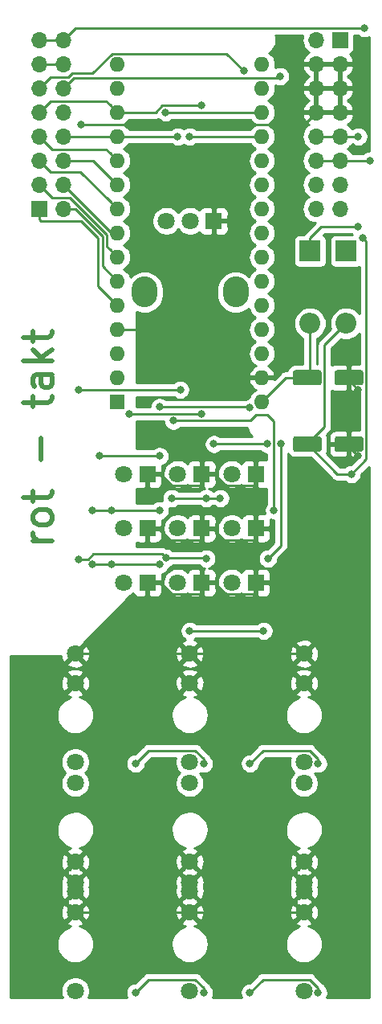
<source format=gtl>
G04 #@! TF.GenerationSoftware,KiCad,Pcbnew,(5.1.2)-1*
G04 #@! TF.CreationDate,2019-10-29T22:05:20+01:00*
G04 #@! TF.ProjectId,takt,74616b74-2e6b-4696-9361-645f70636258,rev?*
G04 #@! TF.SameCoordinates,Original*
G04 #@! TF.FileFunction,Copper,L1,Top*
G04 #@! TF.FilePolarity,Positive*
%FSLAX46Y46*%
G04 Gerber Fmt 4.6, Leading zero omitted, Abs format (unit mm)*
G04 Created by KiCad (PCBNEW (5.1.2)-1) date 2019-10-29 22:05:20*
%MOMM*%
%LPD*%
G04 APERTURE LIST*
%ADD10C,0.500000*%
%ADD11O,2.720000X3.240000*%
%ADD12C,1.800000*%
%ADD13R,1.800000X1.800000*%
%ADD14O,1.700000X1.700000*%
%ADD15R,1.700000X1.700000*%
%ADD16O,2.200000X2.200000*%
%ADD17R,2.200000X2.200000*%
%ADD18C,0.100000*%
%ADD19C,1.600000*%
%ADD20O,1.600000X1.600000*%
%ADD21R,1.600000X1.600000*%
%ADD22C,0.800000*%
%ADD23C,0.250000*%
%ADD24C,0.254000*%
G04 APERTURE END LIST*
D10*
X73747142Y-108647142D02*
X71747142Y-108647142D01*
X72318571Y-108647142D02*
X72032857Y-108504285D01*
X71890000Y-108361428D01*
X71747142Y-108075714D01*
X71747142Y-107790000D01*
X73747142Y-106361428D02*
X73604285Y-106647142D01*
X73461428Y-106790000D01*
X73175714Y-106932857D01*
X72318571Y-106932857D01*
X72032857Y-106790000D01*
X71890000Y-106647142D01*
X71747142Y-106361428D01*
X71747142Y-105932857D01*
X71890000Y-105647142D01*
X72032857Y-105504285D01*
X72318571Y-105361428D01*
X73175714Y-105361428D01*
X73461428Y-105504285D01*
X73604285Y-105647142D01*
X73747142Y-105932857D01*
X73747142Y-106361428D01*
X71747142Y-104504285D02*
X71747142Y-103361428D01*
X70747142Y-104075714D02*
X73318571Y-104075714D01*
X73604285Y-103932857D01*
X73747142Y-103647142D01*
X73747142Y-103361428D01*
X72604285Y-100075714D02*
X72604285Y-97790000D01*
X71747142Y-94504285D02*
X71747142Y-93361428D01*
X70747142Y-94075714D02*
X73318571Y-94075714D01*
X73604285Y-93932857D01*
X73747142Y-93647142D01*
X73747142Y-93361428D01*
X73747142Y-91075714D02*
X72175714Y-91075714D01*
X71890000Y-91218571D01*
X71747142Y-91504285D01*
X71747142Y-92075714D01*
X71890000Y-92361428D01*
X73604285Y-91075714D02*
X73747142Y-91361428D01*
X73747142Y-92075714D01*
X73604285Y-92361428D01*
X73318571Y-92504285D01*
X73032857Y-92504285D01*
X72747142Y-92361428D01*
X72604285Y-92075714D01*
X72604285Y-91361428D01*
X72461428Y-91075714D01*
X73747142Y-89647142D02*
X70747142Y-89647142D01*
X72604285Y-89361428D02*
X73747142Y-88504285D01*
X71747142Y-88504285D02*
X72890000Y-89647142D01*
X71747142Y-87647142D02*
X71747142Y-86504285D01*
X70747142Y-87218571D02*
X73318571Y-87218571D01*
X73604285Y-87075714D01*
X73747142Y-86790000D01*
X73747142Y-86504285D01*
D11*
X93105000Y-82430000D03*
X83505000Y-82430000D03*
D12*
X85805000Y-74930000D03*
X88305000Y-74930000D03*
D13*
X90805000Y-74930000D03*
D12*
X100330000Y-156050000D03*
X100330000Y-144650000D03*
X100330000Y-147750000D03*
X88265000Y-156050000D03*
X88265000Y-144650000D03*
X88265000Y-147750000D03*
X76200000Y-156050000D03*
X76200000Y-144650000D03*
X76200000Y-147750000D03*
X100330000Y-134145000D03*
X100330000Y-145545000D03*
X100330000Y-142445000D03*
X88265000Y-134145000D03*
X88265000Y-145545000D03*
X88265000Y-142445000D03*
X76200000Y-134145000D03*
X76200000Y-145545000D03*
X76200000Y-142445000D03*
X100330000Y-131920000D03*
X100330000Y-120520000D03*
X100330000Y-123620000D03*
X88265000Y-131920000D03*
X88265000Y-120520000D03*
X88265000Y-123620000D03*
X76200000Y-131920000D03*
X76200000Y-120520000D03*
X76200000Y-123620000D03*
D14*
X101600000Y-73660000D03*
X104140000Y-73660000D03*
X101600000Y-71120000D03*
X104140000Y-71120000D03*
X101600000Y-68580000D03*
X104140000Y-68580000D03*
X101600000Y-66040000D03*
X104140000Y-66040000D03*
X101600000Y-63500000D03*
X104140000Y-63500000D03*
X101600000Y-60960000D03*
X104140000Y-60960000D03*
X101600000Y-58420000D03*
X104140000Y-58420000D03*
X101600000Y-55880000D03*
D15*
X104140000Y-55880000D03*
D14*
X74930000Y-55880000D03*
X72390000Y-55880000D03*
X74930000Y-58420000D03*
X72390000Y-58420000D03*
X74930000Y-60960000D03*
X72390000Y-60960000D03*
X74930000Y-63500000D03*
X72390000Y-63500000D03*
X74930000Y-66040000D03*
X72390000Y-66040000D03*
X74930000Y-68580000D03*
X72390000Y-68580000D03*
X74930000Y-71120000D03*
X72390000Y-71120000D03*
X74930000Y-73660000D03*
D15*
X72390000Y-73660000D03*
D16*
X104775000Y-85725000D03*
D17*
X104775000Y-78105000D03*
D16*
X100965000Y-85725000D03*
D17*
X100965000Y-78105000D03*
D12*
X92710000Y-113030000D03*
D13*
X95250000Y-113030000D03*
D12*
X86995000Y-113030000D03*
D13*
X89535000Y-113030000D03*
D12*
X81280000Y-113030000D03*
D13*
X83820000Y-113030000D03*
D12*
X92710000Y-107315000D03*
D13*
X95250000Y-107315000D03*
D12*
X86995000Y-107315000D03*
D13*
X89535000Y-107315000D03*
D12*
X81280000Y-107315000D03*
D13*
X83820000Y-107315000D03*
D12*
X92710000Y-101600000D03*
D13*
X95250000Y-101600000D03*
D12*
X86995000Y-101600000D03*
D13*
X89535000Y-101600000D03*
D12*
X81280000Y-101600000D03*
D13*
X83820000Y-101600000D03*
D18*
G36*
X106344504Y-97626204D02*
G01*
X106368773Y-97629804D01*
X106392571Y-97635765D01*
X106415671Y-97644030D01*
X106437849Y-97654520D01*
X106458893Y-97667133D01*
X106478598Y-97681747D01*
X106496777Y-97698223D01*
X106513253Y-97716402D01*
X106527867Y-97736107D01*
X106540480Y-97757151D01*
X106550970Y-97779329D01*
X106559235Y-97802429D01*
X106565196Y-97826227D01*
X106568796Y-97850496D01*
X106570000Y-97875000D01*
X106570000Y-98975000D01*
X106568796Y-98999504D01*
X106565196Y-99023773D01*
X106559235Y-99047571D01*
X106550970Y-99070671D01*
X106540480Y-99092849D01*
X106527867Y-99113893D01*
X106513253Y-99133598D01*
X106496777Y-99151777D01*
X106478598Y-99168253D01*
X106458893Y-99182867D01*
X106437849Y-99195480D01*
X106415671Y-99205970D01*
X106392571Y-99214235D01*
X106368773Y-99220196D01*
X106344504Y-99223796D01*
X106320000Y-99225000D01*
X103820000Y-99225000D01*
X103795496Y-99223796D01*
X103771227Y-99220196D01*
X103747429Y-99214235D01*
X103724329Y-99205970D01*
X103702151Y-99195480D01*
X103681107Y-99182867D01*
X103661402Y-99168253D01*
X103643223Y-99151777D01*
X103626747Y-99133598D01*
X103612133Y-99113893D01*
X103599520Y-99092849D01*
X103589030Y-99070671D01*
X103580765Y-99047571D01*
X103574804Y-99023773D01*
X103571204Y-98999504D01*
X103570000Y-98975000D01*
X103570000Y-97875000D01*
X103571204Y-97850496D01*
X103574804Y-97826227D01*
X103580765Y-97802429D01*
X103589030Y-97779329D01*
X103599520Y-97757151D01*
X103612133Y-97736107D01*
X103626747Y-97716402D01*
X103643223Y-97698223D01*
X103661402Y-97681747D01*
X103681107Y-97667133D01*
X103702151Y-97654520D01*
X103724329Y-97644030D01*
X103747429Y-97635765D01*
X103771227Y-97629804D01*
X103795496Y-97626204D01*
X103820000Y-97625000D01*
X106320000Y-97625000D01*
X106344504Y-97626204D01*
X106344504Y-97626204D01*
G37*
D19*
X105070000Y-98425000D03*
D18*
G36*
X101944504Y-97626204D02*
G01*
X101968773Y-97629804D01*
X101992571Y-97635765D01*
X102015671Y-97644030D01*
X102037849Y-97654520D01*
X102058893Y-97667133D01*
X102078598Y-97681747D01*
X102096777Y-97698223D01*
X102113253Y-97716402D01*
X102127867Y-97736107D01*
X102140480Y-97757151D01*
X102150970Y-97779329D01*
X102159235Y-97802429D01*
X102165196Y-97826227D01*
X102168796Y-97850496D01*
X102170000Y-97875000D01*
X102170000Y-98975000D01*
X102168796Y-98999504D01*
X102165196Y-99023773D01*
X102159235Y-99047571D01*
X102150970Y-99070671D01*
X102140480Y-99092849D01*
X102127867Y-99113893D01*
X102113253Y-99133598D01*
X102096777Y-99151777D01*
X102078598Y-99168253D01*
X102058893Y-99182867D01*
X102037849Y-99195480D01*
X102015671Y-99205970D01*
X101992571Y-99214235D01*
X101968773Y-99220196D01*
X101944504Y-99223796D01*
X101920000Y-99225000D01*
X99420000Y-99225000D01*
X99395496Y-99223796D01*
X99371227Y-99220196D01*
X99347429Y-99214235D01*
X99324329Y-99205970D01*
X99302151Y-99195480D01*
X99281107Y-99182867D01*
X99261402Y-99168253D01*
X99243223Y-99151777D01*
X99226747Y-99133598D01*
X99212133Y-99113893D01*
X99199520Y-99092849D01*
X99189030Y-99070671D01*
X99180765Y-99047571D01*
X99174804Y-99023773D01*
X99171204Y-98999504D01*
X99170000Y-98975000D01*
X99170000Y-97875000D01*
X99171204Y-97850496D01*
X99174804Y-97826227D01*
X99180765Y-97802429D01*
X99189030Y-97779329D01*
X99199520Y-97757151D01*
X99212133Y-97736107D01*
X99226747Y-97716402D01*
X99243223Y-97698223D01*
X99261402Y-97681747D01*
X99281107Y-97667133D01*
X99302151Y-97654520D01*
X99324329Y-97644030D01*
X99347429Y-97635765D01*
X99371227Y-97629804D01*
X99395496Y-97626204D01*
X99420000Y-97625000D01*
X101920000Y-97625000D01*
X101944504Y-97626204D01*
X101944504Y-97626204D01*
G37*
D19*
X100670000Y-98425000D03*
D18*
G36*
X106344504Y-90641204D02*
G01*
X106368773Y-90644804D01*
X106392571Y-90650765D01*
X106415671Y-90659030D01*
X106437849Y-90669520D01*
X106458893Y-90682133D01*
X106478598Y-90696747D01*
X106496777Y-90713223D01*
X106513253Y-90731402D01*
X106527867Y-90751107D01*
X106540480Y-90772151D01*
X106550970Y-90794329D01*
X106559235Y-90817429D01*
X106565196Y-90841227D01*
X106568796Y-90865496D01*
X106570000Y-90890000D01*
X106570000Y-91990000D01*
X106568796Y-92014504D01*
X106565196Y-92038773D01*
X106559235Y-92062571D01*
X106550970Y-92085671D01*
X106540480Y-92107849D01*
X106527867Y-92128893D01*
X106513253Y-92148598D01*
X106496777Y-92166777D01*
X106478598Y-92183253D01*
X106458893Y-92197867D01*
X106437849Y-92210480D01*
X106415671Y-92220970D01*
X106392571Y-92229235D01*
X106368773Y-92235196D01*
X106344504Y-92238796D01*
X106320000Y-92240000D01*
X103820000Y-92240000D01*
X103795496Y-92238796D01*
X103771227Y-92235196D01*
X103747429Y-92229235D01*
X103724329Y-92220970D01*
X103702151Y-92210480D01*
X103681107Y-92197867D01*
X103661402Y-92183253D01*
X103643223Y-92166777D01*
X103626747Y-92148598D01*
X103612133Y-92128893D01*
X103599520Y-92107849D01*
X103589030Y-92085671D01*
X103580765Y-92062571D01*
X103574804Y-92038773D01*
X103571204Y-92014504D01*
X103570000Y-91990000D01*
X103570000Y-90890000D01*
X103571204Y-90865496D01*
X103574804Y-90841227D01*
X103580765Y-90817429D01*
X103589030Y-90794329D01*
X103599520Y-90772151D01*
X103612133Y-90751107D01*
X103626747Y-90731402D01*
X103643223Y-90713223D01*
X103661402Y-90696747D01*
X103681107Y-90682133D01*
X103702151Y-90669520D01*
X103724329Y-90659030D01*
X103747429Y-90650765D01*
X103771227Y-90644804D01*
X103795496Y-90641204D01*
X103820000Y-90640000D01*
X106320000Y-90640000D01*
X106344504Y-90641204D01*
X106344504Y-90641204D01*
G37*
D19*
X105070000Y-91440000D03*
D18*
G36*
X101944504Y-90641204D02*
G01*
X101968773Y-90644804D01*
X101992571Y-90650765D01*
X102015671Y-90659030D01*
X102037849Y-90669520D01*
X102058893Y-90682133D01*
X102078598Y-90696747D01*
X102096777Y-90713223D01*
X102113253Y-90731402D01*
X102127867Y-90751107D01*
X102140480Y-90772151D01*
X102150970Y-90794329D01*
X102159235Y-90817429D01*
X102165196Y-90841227D01*
X102168796Y-90865496D01*
X102170000Y-90890000D01*
X102170000Y-91990000D01*
X102168796Y-92014504D01*
X102165196Y-92038773D01*
X102159235Y-92062571D01*
X102150970Y-92085671D01*
X102140480Y-92107849D01*
X102127867Y-92128893D01*
X102113253Y-92148598D01*
X102096777Y-92166777D01*
X102078598Y-92183253D01*
X102058893Y-92197867D01*
X102037849Y-92210480D01*
X102015671Y-92220970D01*
X101992571Y-92229235D01*
X101968773Y-92235196D01*
X101944504Y-92238796D01*
X101920000Y-92240000D01*
X99420000Y-92240000D01*
X99395496Y-92238796D01*
X99371227Y-92235196D01*
X99347429Y-92229235D01*
X99324329Y-92220970D01*
X99302151Y-92210480D01*
X99281107Y-92197867D01*
X99261402Y-92183253D01*
X99243223Y-92166777D01*
X99226747Y-92148598D01*
X99212133Y-92128893D01*
X99199520Y-92107849D01*
X99189030Y-92085671D01*
X99180765Y-92062571D01*
X99174804Y-92038773D01*
X99171204Y-92014504D01*
X99170000Y-91990000D01*
X99170000Y-90890000D01*
X99171204Y-90865496D01*
X99174804Y-90841227D01*
X99180765Y-90817429D01*
X99189030Y-90794329D01*
X99199520Y-90772151D01*
X99212133Y-90751107D01*
X99226747Y-90731402D01*
X99243223Y-90713223D01*
X99261402Y-90696747D01*
X99281107Y-90682133D01*
X99302151Y-90669520D01*
X99324329Y-90659030D01*
X99347429Y-90650765D01*
X99371227Y-90644804D01*
X99395496Y-90641204D01*
X99420000Y-90640000D01*
X101920000Y-90640000D01*
X101944504Y-90641204D01*
X101944504Y-90641204D01*
G37*
D19*
X100670000Y-91440000D03*
D20*
X95885000Y-58420000D03*
X80645000Y-58420000D03*
X95885000Y-93980000D03*
X80645000Y-60960000D03*
X95885000Y-91440000D03*
X80645000Y-63500000D03*
X95885000Y-88900000D03*
X80645000Y-66040000D03*
X95885000Y-86360000D03*
X80645000Y-68580000D03*
X95885000Y-83820000D03*
X80645000Y-71120000D03*
X95885000Y-81280000D03*
X80645000Y-73660000D03*
X95885000Y-78740000D03*
X80645000Y-76200000D03*
X95885000Y-76200000D03*
X80645000Y-78740000D03*
X95885000Y-73660000D03*
X80645000Y-81280000D03*
X95885000Y-71120000D03*
X80645000Y-83820000D03*
X95885000Y-68580000D03*
X80645000Y-86360000D03*
X95885000Y-66040000D03*
X80645000Y-88900000D03*
X95885000Y-63500000D03*
X80645000Y-91440000D03*
X95885000Y-60960000D03*
D21*
X80645000Y-93980000D03*
D22*
X90805000Y-64770000D03*
X106045000Y-92710000D03*
X106045000Y-99695000D03*
X76835000Y-64770000D03*
X100330000Y-113030000D03*
X106045000Y-113030000D03*
X90805000Y-86360000D03*
X89535000Y-62775000D03*
X90805000Y-98425000D03*
X96430000Y-98425000D03*
X97880000Y-98425000D03*
X96515012Y-110490000D03*
X96065001Y-118110000D03*
X88265000Y-118110000D03*
X85797108Y-110417892D03*
X90035001Y-110490000D03*
X86995000Y-66040000D03*
X87265001Y-92710000D03*
X76564999Y-92710000D03*
X76578779Y-110540681D03*
X80010000Y-111125000D03*
X85090000Y-111125000D03*
X78015000Y-111125000D03*
X86540001Y-95975000D03*
X97155000Y-105410000D03*
X91485001Y-104140000D03*
X90035001Y-104140000D03*
X86360000Y-104140000D03*
X97790000Y-59690000D03*
X80010000Y-105410000D03*
X85090000Y-105410000D03*
X78015000Y-105410000D03*
X93980000Y-59109999D03*
X85090000Y-94525000D03*
X94615000Y-94615000D03*
X81915000Y-95250000D03*
X89535000Y-95250000D03*
X78740000Y-99695000D03*
X85090000Y-99695000D03*
X88265000Y-66040000D03*
X85725000Y-63500000D03*
X82550000Y-132080000D03*
X89753237Y-132107494D03*
X94615000Y-132080000D03*
X101818237Y-132107494D03*
X82550000Y-156210000D03*
X89753237Y-156237494D03*
X94615000Y-156210000D03*
X101818237Y-156237494D03*
X105320000Y-101600000D03*
X106524847Y-76679847D03*
X106680000Y-54610000D03*
X106045000Y-66040000D03*
X106045000Y-75565000D03*
X107250000Y-68580000D03*
D23*
X100965000Y-91145000D02*
X100670000Y-91440000D01*
X100965000Y-85725000D02*
X100965000Y-91145000D01*
X98425000Y-91440000D02*
X95885000Y-93980000D01*
X100670000Y-91440000D02*
X98425000Y-91440000D01*
X101600000Y-58420000D02*
X101600000Y-63500000D01*
X101600000Y-63500000D02*
X104140000Y-63500000D01*
X104140000Y-63500000D02*
X104140000Y-58420000D01*
X104140000Y-58420000D02*
X101600000Y-58420000D01*
X101600000Y-60960000D02*
X104140000Y-60960000D01*
X100330000Y-64770000D02*
X101600000Y-63500000D01*
X90805000Y-64770000D02*
X100330000Y-64770000D01*
X105070000Y-91440000D02*
X105070000Y-91735000D01*
X105070000Y-91735000D02*
X106045000Y-92710000D01*
X105070000Y-98425000D02*
X105070000Y-98720000D01*
X105070000Y-98720000D02*
X106045000Y-99695000D01*
X72390000Y-58420000D02*
X74930000Y-58420000D01*
X90805000Y-64770000D02*
X76835000Y-64770000D01*
X89535000Y-102750000D02*
X89535000Y-101600000D01*
X89459999Y-102825001D02*
X89535000Y-102750000D01*
X86406999Y-102825001D02*
X89459999Y-102825001D01*
X85181998Y-101600000D02*
X86406999Y-102825001D01*
X83820000Y-101600000D02*
X85181998Y-101600000D01*
X95250000Y-102750000D02*
X95250000Y-101600000D01*
X95174999Y-102825001D02*
X95250000Y-102750000D01*
X92121999Y-102825001D02*
X95174999Y-102825001D01*
X90896998Y-101600000D02*
X92121999Y-102825001D01*
X89535000Y-101600000D02*
X90896998Y-101600000D01*
X89535000Y-108465000D02*
X89535000Y-107315000D01*
X89459999Y-108540001D02*
X89535000Y-108465000D01*
X86195001Y-108540001D02*
X89459999Y-108540001D01*
X84970000Y-107315000D02*
X86195001Y-108540001D01*
X83820000Y-107315000D02*
X84970000Y-107315000D01*
X95250000Y-108465000D02*
X95250000Y-107315000D01*
X95174999Y-108540001D02*
X95250000Y-108465000D01*
X91910001Y-108540001D02*
X95174999Y-108540001D01*
X90685000Y-107315000D02*
X91910001Y-108540001D01*
X89535000Y-107315000D02*
X90685000Y-107315000D01*
X89535000Y-114180000D02*
X89535000Y-113030000D01*
X89459999Y-114255001D02*
X89535000Y-114180000D01*
X86406999Y-114255001D02*
X89459999Y-114255001D01*
X85181998Y-113030000D02*
X86406999Y-114255001D01*
X83820000Y-113030000D02*
X85181998Y-113030000D01*
X95250000Y-114180000D02*
X95250000Y-113030000D01*
X95174999Y-114255001D02*
X95250000Y-114180000D01*
X92121999Y-114255001D02*
X95174999Y-114255001D01*
X90896998Y-113030000D02*
X92121999Y-114255001D01*
X89535000Y-113030000D02*
X90896998Y-113030000D01*
X95250000Y-113030000D02*
X100330000Y-113030000D01*
X76200000Y-120520000D02*
X100330000Y-120520000D01*
X100330000Y-113030000D02*
X106045000Y-113030000D01*
X80645000Y-86360000D02*
X90805000Y-86360000D01*
X76200000Y-147750000D02*
X100330000Y-147750000D01*
X79845001Y-62700001D02*
X80645000Y-63500000D01*
X79469999Y-62324999D02*
X79845001Y-62700001D01*
X73565001Y-62324999D02*
X79469999Y-62324999D01*
X72390000Y-63500000D02*
X73565001Y-62324999D01*
X85376998Y-62775000D02*
X89535000Y-62775000D01*
X80645000Y-63500000D02*
X84651998Y-63500000D01*
X84651998Y-63500000D02*
X85376998Y-62775000D01*
X90805000Y-98425000D02*
X96430000Y-98425000D01*
X97880000Y-98425000D02*
X97880000Y-109125012D01*
X97880000Y-109125012D02*
X96515012Y-110490000D01*
X74930000Y-66040000D02*
X80645000Y-66040000D01*
X96065001Y-118110000D02*
X88265000Y-118110000D01*
X85797108Y-110417892D02*
X89962893Y-110417892D01*
X89962893Y-110417892D02*
X90035001Y-110490000D01*
X80645000Y-66040000D02*
X86995000Y-66040000D01*
X87265001Y-92710000D02*
X76564999Y-92710000D01*
X85397109Y-110017893D02*
X85797108Y-110417892D01*
X78049105Y-110017893D02*
X85397109Y-110017893D01*
X77526317Y-110540681D02*
X78049105Y-110017893D01*
X76578779Y-110540681D02*
X77526317Y-110540681D01*
X79845001Y-67780001D02*
X80645000Y-68580000D01*
X79469999Y-67404999D02*
X79845001Y-67780001D01*
X73754999Y-67404999D02*
X79469999Y-67404999D01*
X72390000Y-66040000D02*
X73754999Y-67404999D01*
X80010000Y-111125000D02*
X85090000Y-111125000D01*
X78015000Y-111125000D02*
X80010000Y-111125000D01*
X78105000Y-68580000D02*
X80645000Y-71120000D01*
X74930000Y-68580000D02*
X78105000Y-68580000D01*
X97155000Y-95991798D02*
X97155000Y-105410000D01*
X96468201Y-95304999D02*
X97155000Y-95991798D01*
X95301799Y-95304999D02*
X96468201Y-95304999D01*
X86540001Y-95975000D02*
X94631798Y-95975000D01*
X94631798Y-95975000D02*
X95301799Y-95304999D01*
X79845001Y-72860001D02*
X80645000Y-73660000D01*
X76740001Y-69755001D02*
X79845001Y-72860001D01*
X73565001Y-69755001D02*
X76740001Y-69755001D01*
X72390000Y-68580000D02*
X73565001Y-69755001D01*
X91485001Y-104140000D02*
X90035001Y-104140000D01*
X86360000Y-104140000D02*
X90035001Y-104140000D01*
X97645001Y-59834999D02*
X97790000Y-59690000D01*
X74930000Y-60960000D02*
X76055001Y-59834999D01*
X76055001Y-59834999D02*
X97645001Y-59834999D01*
X80010000Y-76200000D02*
X80645000Y-76200000D01*
X74930000Y-71120000D02*
X80010000Y-76200000D01*
X80010000Y-105410000D02*
X85090000Y-105410000D01*
X78015000Y-105410000D02*
X80010000Y-105410000D01*
X75468591Y-59784999D02*
X75868601Y-59384989D01*
X72390000Y-60960000D02*
X73565001Y-59784999D01*
X73565001Y-59784999D02*
X75468591Y-59784999D01*
X75868601Y-59384989D02*
X77470000Y-59384989D01*
X78015009Y-59384989D02*
X80104999Y-57294999D01*
X77470000Y-59384989D02*
X78015009Y-59384989D01*
X80104999Y-57294999D02*
X92165000Y-57294999D01*
X92165000Y-57294999D02*
X93980000Y-59109999D01*
X79845001Y-77940001D02*
X80645000Y-78740000D01*
X79519999Y-77614999D02*
X79845001Y-77940001D01*
X79519999Y-76346409D02*
X79519999Y-77614999D01*
X75658589Y-72484999D02*
X79519999Y-76346409D01*
X73754999Y-72484999D02*
X75658589Y-72484999D01*
X72390000Y-71120000D02*
X73754999Y-72484999D01*
X85090000Y-94525000D02*
X94525000Y-94525000D01*
X94525000Y-94525000D02*
X94615000Y-94615000D01*
X74930000Y-73660000D02*
X76197180Y-73660000D01*
X76197180Y-73660000D02*
X79069989Y-76532809D01*
X79069989Y-79704989D02*
X80645000Y-81280000D01*
X79069989Y-76532809D02*
X79069989Y-79704989D01*
X81915000Y-95250000D02*
X89535000Y-95250000D01*
X72560000Y-74930000D02*
X76830770Y-74930000D01*
X72390000Y-73660000D02*
X72390000Y-74760000D01*
X72390000Y-74760000D02*
X72560000Y-74930000D01*
X76830770Y-74930000D02*
X78619979Y-76719209D01*
X78619979Y-81794979D02*
X80645000Y-83820000D01*
X78619979Y-76719209D02*
X78619979Y-81794979D01*
X78740000Y-99695000D02*
X85090000Y-99695000D01*
X88265000Y-66040000D02*
X95885000Y-66040000D01*
X85725000Y-63500000D02*
X95885000Y-63500000D01*
X101540710Y-97554290D02*
X100670000Y-98425000D01*
X102495010Y-96599990D02*
X101540710Y-97554290D01*
X102495010Y-88004990D02*
X102495010Y-96599990D01*
X104775000Y-85725000D02*
X102495010Y-88004990D01*
X72390000Y-55880000D02*
X74930000Y-55880000D01*
X89753237Y-131595235D02*
X89753237Y-132107494D01*
X88853001Y-130694999D02*
X89753237Y-131595235D01*
X82550000Y-132080000D02*
X83935001Y-130694999D01*
X83935001Y-130694999D02*
X88853001Y-130694999D01*
X101818237Y-131595235D02*
X101818237Y-132107494D01*
X100918001Y-130694999D02*
X101818237Y-131595235D01*
X94615000Y-132080000D02*
X96000001Y-130694999D01*
X96000001Y-130694999D02*
X100918001Y-130694999D01*
X89753237Y-155725235D02*
X89753237Y-156237494D01*
X88853001Y-154824999D02*
X89753237Y-155725235D01*
X82550000Y-156210000D02*
X83935001Y-154824999D01*
X83935001Y-154824999D02*
X88853001Y-154824999D01*
X101818237Y-155725235D02*
X101818237Y-156237494D01*
X100918001Y-154824999D02*
X101818237Y-155725235D01*
X94615000Y-156210000D02*
X96000001Y-154824999D01*
X96000001Y-154824999D02*
X100918001Y-154824999D01*
X100670000Y-98425000D02*
X103845000Y-101600000D01*
X103845000Y-101600000D02*
X105320000Y-101600000D01*
X106901999Y-77056999D02*
X106524847Y-76679847D01*
X105320000Y-101600000D02*
X106901999Y-100018001D01*
X106901999Y-100018001D02*
X106901999Y-77056999D01*
X76200000Y-54610000D02*
X74930000Y-55880000D01*
X106680000Y-54610000D02*
X76200000Y-54610000D01*
X104140000Y-66040000D02*
X101600000Y-66040000D01*
X104140000Y-66040000D02*
X106045000Y-66040000D01*
X100965000Y-76755000D02*
X100965000Y-78105000D01*
X102155000Y-75565000D02*
X100965000Y-76755000D01*
X106045000Y-75565000D02*
X102155000Y-75565000D01*
X101600000Y-68580000D02*
X104140000Y-68580000D01*
X104140000Y-68580000D02*
X107250000Y-68580000D01*
D24*
G36*
X85505001Y-96076939D02*
G01*
X85544775Y-96276898D01*
X85622796Y-96465256D01*
X85736064Y-96634774D01*
X85880227Y-96778937D01*
X86049745Y-96892205D01*
X86238103Y-96970226D01*
X86438062Y-97010000D01*
X86641940Y-97010000D01*
X86841899Y-96970226D01*
X87030257Y-96892205D01*
X87199775Y-96778937D01*
X87243712Y-96735000D01*
X94372890Y-96735000D01*
X94418605Y-96964826D01*
X94533562Y-97242358D01*
X94700455Y-97492131D01*
X94873324Y-97665000D01*
X91508711Y-97665000D01*
X91464774Y-97621063D01*
X91295256Y-97507795D01*
X91106898Y-97429774D01*
X90906939Y-97390000D01*
X90703061Y-97390000D01*
X90503102Y-97429774D01*
X90314744Y-97507795D01*
X90145226Y-97621063D01*
X90001063Y-97765226D01*
X89887795Y-97934744D01*
X89809774Y-98123102D01*
X89770000Y-98323061D01*
X89770000Y-98526939D01*
X89809774Y-98726898D01*
X89887795Y-98915256D01*
X90001063Y-99084774D01*
X90145226Y-99228937D01*
X90314744Y-99342205D01*
X90503102Y-99420226D01*
X90703061Y-99460000D01*
X90906939Y-99460000D01*
X91106898Y-99420226D01*
X91295256Y-99342205D01*
X91464774Y-99228937D01*
X91508711Y-99185000D01*
X95726289Y-99185000D01*
X95770226Y-99228937D01*
X95939744Y-99342205D01*
X96128102Y-99420226D01*
X96328061Y-99460000D01*
X96395000Y-99460000D01*
X96395000Y-100110937D01*
X96394180Y-100110498D01*
X96274482Y-100074188D01*
X96150000Y-100061928D01*
X95535750Y-100065000D01*
X95377000Y-100223750D01*
X95377000Y-101473000D01*
X95397000Y-101473000D01*
X95397000Y-101727000D01*
X95377000Y-101727000D01*
X95377000Y-102976250D01*
X95535750Y-103135000D01*
X96150000Y-103138072D01*
X96274482Y-103125812D01*
X96394180Y-103089502D01*
X96395001Y-103089063D01*
X96395001Y-104706288D01*
X96351063Y-104750226D01*
X96237795Y-104919744D01*
X96159774Y-105108102D01*
X96120000Y-105308061D01*
X96120000Y-105511939D01*
X96159774Y-105711898D01*
X96188272Y-105780697D01*
X96150000Y-105776928D01*
X95535750Y-105780000D01*
X95377000Y-105938750D01*
X95377000Y-107188000D01*
X96626250Y-107188000D01*
X96785000Y-107029250D01*
X96788072Y-106415000D01*
X96784303Y-106376728D01*
X96853102Y-106405226D01*
X97053061Y-106445000D01*
X97120001Y-106445000D01*
X97120001Y-108810209D01*
X96475211Y-109455000D01*
X96413073Y-109455000D01*
X96213114Y-109494774D01*
X96024756Y-109572795D01*
X95855238Y-109686063D01*
X95711075Y-109830226D01*
X95597807Y-109999744D01*
X95519786Y-110188102D01*
X95480012Y-110388061D01*
X95480012Y-110591939D01*
X95519786Y-110791898D01*
X95597807Y-110980256D01*
X95711075Y-111149774D01*
X95855238Y-111293937D01*
X96024756Y-111407205D01*
X96213114Y-111485226D01*
X96413073Y-111525000D01*
X96616951Y-111525000D01*
X96816910Y-111485226D01*
X97005268Y-111407205D01*
X97174786Y-111293937D01*
X97318949Y-111149774D01*
X97432217Y-110980256D01*
X97510238Y-110791898D01*
X97550012Y-110591939D01*
X97550012Y-110529801D01*
X98391003Y-109688811D01*
X98420001Y-109665013D01*
X98514974Y-109549288D01*
X98585546Y-109417259D01*
X98629003Y-109273998D01*
X98640000Y-109162345D01*
X98643677Y-109125012D01*
X98640000Y-109087679D01*
X98640000Y-99390568D01*
X98681595Y-99468386D01*
X98792038Y-99602962D01*
X98926614Y-99713405D01*
X99080150Y-99795472D01*
X99246746Y-99846008D01*
X99420000Y-99863072D01*
X101033271Y-99863072D01*
X103281201Y-102111003D01*
X103304999Y-102140001D01*
X103333997Y-102163799D01*
X103420723Y-102234974D01*
X103552753Y-102305546D01*
X103696014Y-102349003D01*
X103807667Y-102360000D01*
X103807676Y-102360000D01*
X103844999Y-102363676D01*
X103882322Y-102360000D01*
X104616289Y-102360000D01*
X104660226Y-102403937D01*
X104829744Y-102517205D01*
X105018102Y-102595226D01*
X105218061Y-102635000D01*
X105421939Y-102635000D01*
X105621898Y-102595226D01*
X105810256Y-102517205D01*
X105979774Y-102403937D01*
X106123937Y-102259774D01*
X106237205Y-102090256D01*
X106315226Y-101901898D01*
X106355000Y-101701939D01*
X106355000Y-101639802D01*
X107188000Y-100806803D01*
X107188000Y-156718000D01*
X102739481Y-156718000D01*
X102813463Y-156539392D01*
X102853237Y-156339433D01*
X102853237Y-156135555D01*
X102813463Y-155935596D01*
X102735442Y-155747238D01*
X102622174Y-155577720D01*
X102543961Y-155499507D01*
X102523783Y-155432988D01*
X102487442Y-155365000D01*
X102453211Y-155300958D01*
X102382036Y-155214232D01*
X102358238Y-155185234D01*
X102329241Y-155161437D01*
X101481804Y-154314001D01*
X101458002Y-154284998D01*
X101342277Y-154190025D01*
X101210248Y-154119453D01*
X101066987Y-154075996D01*
X100955334Y-154064999D01*
X100955323Y-154064999D01*
X100918001Y-154061323D01*
X100880679Y-154064999D01*
X96037323Y-154064999D01*
X96000000Y-154061323D01*
X95962677Y-154064999D01*
X95962668Y-154064999D01*
X95851015Y-154075996D01*
X95707754Y-154119453D01*
X95575725Y-154190025D01*
X95460000Y-154284998D01*
X95436202Y-154313996D01*
X94575199Y-155175000D01*
X94513061Y-155175000D01*
X94313102Y-155214774D01*
X94124744Y-155292795D01*
X93955226Y-155406063D01*
X93811063Y-155550226D01*
X93697795Y-155719744D01*
X93619774Y-155908102D01*
X93580000Y-156108061D01*
X93580000Y-156311939D01*
X93619774Y-156511898D01*
X93697795Y-156700256D01*
X93709651Y-156718000D01*
X90674481Y-156718000D01*
X90748463Y-156539392D01*
X90788237Y-156339433D01*
X90788237Y-156135555D01*
X90748463Y-155935596D01*
X90670442Y-155747238D01*
X90557174Y-155577720D01*
X90478961Y-155499507D01*
X90458783Y-155432988D01*
X90422442Y-155365000D01*
X90388211Y-155300958D01*
X90317036Y-155214232D01*
X90293238Y-155185234D01*
X90264241Y-155161437D01*
X89416804Y-154314001D01*
X89393002Y-154284998D01*
X89277277Y-154190025D01*
X89145248Y-154119453D01*
X89001987Y-154075996D01*
X88890334Y-154064999D01*
X88890323Y-154064999D01*
X88853001Y-154061323D01*
X88815679Y-154064999D01*
X83972323Y-154064999D01*
X83935000Y-154061323D01*
X83897677Y-154064999D01*
X83897668Y-154064999D01*
X83786015Y-154075996D01*
X83642754Y-154119453D01*
X83510725Y-154190025D01*
X83395000Y-154284998D01*
X83371202Y-154313996D01*
X82510199Y-155175000D01*
X82448061Y-155175000D01*
X82248102Y-155214774D01*
X82059744Y-155292795D01*
X81890226Y-155406063D01*
X81746063Y-155550226D01*
X81632795Y-155719744D01*
X81554774Y-155908102D01*
X81515000Y-156108061D01*
X81515000Y-156311939D01*
X81554774Y-156511898D01*
X81632795Y-156700256D01*
X81644651Y-156718000D01*
X77584777Y-156718000D01*
X77676011Y-156497743D01*
X77735000Y-156201184D01*
X77735000Y-155898816D01*
X77676011Y-155602257D01*
X77560299Y-155322905D01*
X77392312Y-155071495D01*
X77178505Y-154857688D01*
X76927095Y-154689701D01*
X76647743Y-154573989D01*
X76351184Y-154515000D01*
X76048816Y-154515000D01*
X75752257Y-154573989D01*
X75472905Y-154689701D01*
X75221495Y-154857688D01*
X75007688Y-155071495D01*
X74839701Y-155322905D01*
X74723989Y-155602257D01*
X74665000Y-155898816D01*
X74665000Y-156201184D01*
X74723989Y-156497743D01*
X74815223Y-156718000D01*
X69342000Y-156718000D01*
X69342000Y-151157575D01*
X74225193Y-151157575D01*
X74268158Y-151540626D01*
X74384708Y-151908035D01*
X74570401Y-152245810D01*
X74818165Y-152541084D01*
X75118563Y-152782610D01*
X75460152Y-152961188D01*
X75829922Y-153070017D01*
X76213788Y-153104952D01*
X76597129Y-153064661D01*
X76965343Y-152950680D01*
X77304406Y-152767349D01*
X77601402Y-152521653D01*
X77845019Y-152222948D01*
X78025978Y-151882614D01*
X78137386Y-151513613D01*
X78172296Y-151157575D01*
X86290193Y-151157575D01*
X86333158Y-151540626D01*
X86449708Y-151908035D01*
X86635401Y-152245810D01*
X86883165Y-152541084D01*
X87183563Y-152782610D01*
X87525152Y-152961188D01*
X87894922Y-153070017D01*
X88278788Y-153104952D01*
X88662129Y-153064661D01*
X89030343Y-152950680D01*
X89369406Y-152767349D01*
X89666402Y-152521653D01*
X89910019Y-152222948D01*
X90090978Y-151882614D01*
X90202386Y-151513613D01*
X90237296Y-151157575D01*
X98355193Y-151157575D01*
X98398158Y-151540626D01*
X98514708Y-151908035D01*
X98700401Y-152245810D01*
X98948165Y-152541084D01*
X99248563Y-152782610D01*
X99590152Y-152961188D01*
X99959922Y-153070017D01*
X100343788Y-153104952D01*
X100727129Y-153064661D01*
X101095343Y-152950680D01*
X101434406Y-152767349D01*
X101731402Y-152521653D01*
X101975019Y-152222948D01*
X102155978Y-151882614D01*
X102267386Y-151513613D01*
X102305000Y-151130000D01*
X102304230Y-151074855D01*
X102255920Y-150692442D01*
X102134252Y-150326695D01*
X101943861Y-149991546D01*
X101691999Y-149699761D01*
X101388258Y-149462452D01*
X101044209Y-149288660D01*
X100786309Y-149216654D01*
X100981199Y-149148222D01*
X101130792Y-149068261D01*
X101214475Y-148814080D01*
X100330000Y-147929605D01*
X99445525Y-148814080D01*
X99529208Y-149068261D01*
X99801775Y-149199158D01*
X99863224Y-149214938D01*
X99539311Y-149320184D01*
X99202841Y-149508230D01*
X98909304Y-149758050D01*
X98669881Y-150060126D01*
X98493691Y-150402954D01*
X98387446Y-150773475D01*
X98355193Y-151157575D01*
X90237296Y-151157575D01*
X90240000Y-151130000D01*
X90239230Y-151074855D01*
X90190920Y-150692442D01*
X90069252Y-150326695D01*
X89878861Y-149991546D01*
X89626999Y-149699761D01*
X89323258Y-149462452D01*
X88979209Y-149288660D01*
X88721309Y-149216654D01*
X88916199Y-149148222D01*
X89065792Y-149068261D01*
X89149475Y-148814080D01*
X88265000Y-147929605D01*
X87380525Y-148814080D01*
X87464208Y-149068261D01*
X87736775Y-149199158D01*
X87798224Y-149214938D01*
X87474311Y-149320184D01*
X87137841Y-149508230D01*
X86844304Y-149758050D01*
X86604881Y-150060126D01*
X86428691Y-150402954D01*
X86322446Y-150773475D01*
X86290193Y-151157575D01*
X78172296Y-151157575D01*
X78175000Y-151130000D01*
X78174230Y-151074855D01*
X78125920Y-150692442D01*
X78004252Y-150326695D01*
X77813861Y-149991546D01*
X77561999Y-149699761D01*
X77258258Y-149462452D01*
X76914209Y-149288660D01*
X76656309Y-149216654D01*
X76851199Y-149148222D01*
X77000792Y-149068261D01*
X77084475Y-148814080D01*
X76200000Y-147929605D01*
X75315525Y-148814080D01*
X75399208Y-149068261D01*
X75671775Y-149199158D01*
X75733224Y-149214938D01*
X75409311Y-149320184D01*
X75072841Y-149508230D01*
X74779304Y-149758050D01*
X74539881Y-150060126D01*
X74363691Y-150402954D01*
X74257446Y-150773475D01*
X74225193Y-151157575D01*
X69342000Y-151157575D01*
X69342000Y-147816553D01*
X74659009Y-147816553D01*
X74701603Y-148115907D01*
X74801778Y-148401199D01*
X74881739Y-148550792D01*
X75135920Y-148634475D01*
X76020395Y-147750000D01*
X76379605Y-147750000D01*
X77264080Y-148634475D01*
X77518261Y-148550792D01*
X77649158Y-148278225D01*
X77724365Y-147985358D01*
X77733660Y-147816553D01*
X86724009Y-147816553D01*
X86766603Y-148115907D01*
X86866778Y-148401199D01*
X86946739Y-148550792D01*
X87200920Y-148634475D01*
X88085395Y-147750000D01*
X88444605Y-147750000D01*
X89329080Y-148634475D01*
X89583261Y-148550792D01*
X89714158Y-148278225D01*
X89789365Y-147985358D01*
X89798660Y-147816553D01*
X98789009Y-147816553D01*
X98831603Y-148115907D01*
X98931778Y-148401199D01*
X99011739Y-148550792D01*
X99265920Y-148634475D01*
X100150395Y-147750000D01*
X100509605Y-147750000D01*
X101394080Y-148634475D01*
X101648261Y-148550792D01*
X101779158Y-148278225D01*
X101854365Y-147985358D01*
X101870991Y-147683447D01*
X101828397Y-147384093D01*
X101728222Y-147098801D01*
X101648261Y-146949208D01*
X101394080Y-146865525D01*
X100509605Y-147750000D01*
X100150395Y-147750000D01*
X99265920Y-146865525D01*
X99011739Y-146949208D01*
X98880842Y-147221775D01*
X98805635Y-147514642D01*
X98789009Y-147816553D01*
X89798660Y-147816553D01*
X89805991Y-147683447D01*
X89763397Y-147384093D01*
X89663222Y-147098801D01*
X89583261Y-146949208D01*
X89329080Y-146865525D01*
X88444605Y-147750000D01*
X88085395Y-147750000D01*
X87200920Y-146865525D01*
X86946739Y-146949208D01*
X86815842Y-147221775D01*
X86740635Y-147514642D01*
X86724009Y-147816553D01*
X77733660Y-147816553D01*
X77740991Y-147683447D01*
X77698397Y-147384093D01*
X77598222Y-147098801D01*
X77518261Y-146949208D01*
X77264080Y-146865525D01*
X76379605Y-147750000D01*
X76020395Y-147750000D01*
X75135920Y-146865525D01*
X74881739Y-146949208D01*
X74750842Y-147221775D01*
X74675635Y-147514642D01*
X74659009Y-147816553D01*
X69342000Y-147816553D01*
X69342000Y-144716553D01*
X74659009Y-144716553D01*
X74701603Y-145015907D01*
X74730172Y-145097269D01*
X74675635Y-145309642D01*
X74659009Y-145611553D01*
X74701603Y-145910907D01*
X74801778Y-146196199D01*
X74881739Y-146345792D01*
X75135920Y-146429475D01*
X75532920Y-146032475D01*
X75671775Y-146099158D01*
X75794048Y-146130557D01*
X75585829Y-146338776D01*
X75548801Y-146351778D01*
X75399208Y-146431739D01*
X75353239Y-146571366D01*
X75315525Y-146609080D01*
X75328174Y-146647500D01*
X75315525Y-146685920D01*
X75353239Y-146723634D01*
X75399208Y-146863261D01*
X75579402Y-146949797D01*
X76200000Y-147570395D01*
X76814171Y-146956224D01*
X76851199Y-146943222D01*
X77000792Y-146863261D01*
X77046761Y-146723634D01*
X77084475Y-146685920D01*
X77071826Y-146647500D01*
X77084475Y-146609080D01*
X77046761Y-146571366D01*
X77000792Y-146431739D01*
X76820598Y-146345203D01*
X76608749Y-146133354D01*
X76851199Y-146048222D01*
X76871810Y-146037205D01*
X77264080Y-146429475D01*
X77518261Y-146345792D01*
X77649158Y-146073225D01*
X77724365Y-145780358D01*
X77740991Y-145478447D01*
X77698397Y-145179093D01*
X77669828Y-145097731D01*
X77724365Y-144885358D01*
X77733660Y-144716553D01*
X86724009Y-144716553D01*
X86766603Y-145015907D01*
X86795172Y-145097269D01*
X86740635Y-145309642D01*
X86724009Y-145611553D01*
X86766603Y-145910907D01*
X86866778Y-146196199D01*
X86946739Y-146345792D01*
X87200920Y-146429475D01*
X87597920Y-146032475D01*
X87736775Y-146099158D01*
X87859048Y-146130557D01*
X87650829Y-146338776D01*
X87613801Y-146351778D01*
X87464208Y-146431739D01*
X87418239Y-146571366D01*
X87380525Y-146609080D01*
X87393174Y-146647500D01*
X87380525Y-146685920D01*
X87418239Y-146723634D01*
X87464208Y-146863261D01*
X87644402Y-146949797D01*
X88265000Y-147570395D01*
X88879171Y-146956224D01*
X88916199Y-146943222D01*
X89065792Y-146863261D01*
X89111761Y-146723634D01*
X89149475Y-146685920D01*
X89136826Y-146647500D01*
X89149475Y-146609080D01*
X89111761Y-146571366D01*
X89065792Y-146431739D01*
X88885598Y-146345203D01*
X88673749Y-146133354D01*
X88916199Y-146048222D01*
X88936810Y-146037205D01*
X89329080Y-146429475D01*
X89583261Y-146345792D01*
X89714158Y-146073225D01*
X89789365Y-145780358D01*
X89805991Y-145478447D01*
X89763397Y-145179093D01*
X89734828Y-145097731D01*
X89789365Y-144885358D01*
X89798660Y-144716553D01*
X98789009Y-144716553D01*
X98831603Y-145015907D01*
X98860172Y-145097269D01*
X98805635Y-145309642D01*
X98789009Y-145611553D01*
X98831603Y-145910907D01*
X98931778Y-146196199D01*
X99011739Y-146345792D01*
X99265920Y-146429475D01*
X99662920Y-146032475D01*
X99801775Y-146099158D01*
X99924048Y-146130557D01*
X99715829Y-146338776D01*
X99678801Y-146351778D01*
X99529208Y-146431739D01*
X99483239Y-146571366D01*
X99445525Y-146609080D01*
X99458174Y-146647500D01*
X99445525Y-146685920D01*
X99483239Y-146723634D01*
X99529208Y-146863261D01*
X99709402Y-146949797D01*
X100330000Y-147570395D01*
X100944171Y-146956224D01*
X100981199Y-146943222D01*
X101130792Y-146863261D01*
X101176761Y-146723634D01*
X101214475Y-146685920D01*
X101201826Y-146647500D01*
X101214475Y-146609080D01*
X101176761Y-146571366D01*
X101130792Y-146431739D01*
X100950598Y-146345203D01*
X100738749Y-146133354D01*
X100981199Y-146048222D01*
X101001810Y-146037205D01*
X101394080Y-146429475D01*
X101648261Y-146345792D01*
X101779158Y-146073225D01*
X101854365Y-145780358D01*
X101870991Y-145478447D01*
X101828397Y-145179093D01*
X101799828Y-145097731D01*
X101854365Y-144885358D01*
X101870991Y-144583447D01*
X101828397Y-144284093D01*
X101728222Y-143998801D01*
X101648261Y-143849208D01*
X101394080Y-143765525D01*
X100997080Y-144162525D01*
X100858225Y-144095842D01*
X100735952Y-144064443D01*
X100944171Y-143856224D01*
X100981199Y-143843222D01*
X101130792Y-143763261D01*
X101176761Y-143623634D01*
X101214475Y-143585920D01*
X101201826Y-143547500D01*
X101214475Y-143509080D01*
X101176761Y-143471366D01*
X101130792Y-143331739D01*
X100950598Y-143245203D01*
X100330000Y-142624605D01*
X99715829Y-143238776D01*
X99678801Y-143251778D01*
X99529208Y-143331739D01*
X99483239Y-143471366D01*
X99445525Y-143509080D01*
X99458174Y-143547500D01*
X99445525Y-143585920D01*
X99483239Y-143623634D01*
X99529208Y-143763261D01*
X99709402Y-143849797D01*
X99921251Y-144061646D01*
X99678801Y-144146778D01*
X99658190Y-144157795D01*
X99265920Y-143765525D01*
X99011739Y-143849208D01*
X98880842Y-144121775D01*
X98805635Y-144414642D01*
X98789009Y-144716553D01*
X89798660Y-144716553D01*
X89805991Y-144583447D01*
X89763397Y-144284093D01*
X89663222Y-143998801D01*
X89583261Y-143849208D01*
X89329080Y-143765525D01*
X88932080Y-144162525D01*
X88793225Y-144095842D01*
X88670952Y-144064443D01*
X88879171Y-143856224D01*
X88916199Y-143843222D01*
X89065792Y-143763261D01*
X89111761Y-143623634D01*
X89149475Y-143585920D01*
X89136826Y-143547500D01*
X89149475Y-143509080D01*
X89111761Y-143471366D01*
X89065792Y-143331739D01*
X88885598Y-143245203D01*
X88265000Y-142624605D01*
X87650829Y-143238776D01*
X87613801Y-143251778D01*
X87464208Y-143331739D01*
X87418239Y-143471366D01*
X87380525Y-143509080D01*
X87393174Y-143547500D01*
X87380525Y-143585920D01*
X87418239Y-143623634D01*
X87464208Y-143763261D01*
X87644402Y-143849797D01*
X87856251Y-144061646D01*
X87613801Y-144146778D01*
X87593190Y-144157795D01*
X87200920Y-143765525D01*
X86946739Y-143849208D01*
X86815842Y-144121775D01*
X86740635Y-144414642D01*
X86724009Y-144716553D01*
X77733660Y-144716553D01*
X77740991Y-144583447D01*
X77698397Y-144284093D01*
X77598222Y-143998801D01*
X77518261Y-143849208D01*
X77264080Y-143765525D01*
X76867080Y-144162525D01*
X76728225Y-144095842D01*
X76605952Y-144064443D01*
X76814171Y-143856224D01*
X76851199Y-143843222D01*
X77000792Y-143763261D01*
X77046761Y-143623634D01*
X77084475Y-143585920D01*
X77071826Y-143547500D01*
X77084475Y-143509080D01*
X77046761Y-143471366D01*
X77000792Y-143331739D01*
X76820598Y-143245203D01*
X76200000Y-142624605D01*
X75585829Y-143238776D01*
X75548801Y-143251778D01*
X75399208Y-143331739D01*
X75353239Y-143471366D01*
X75315525Y-143509080D01*
X75328174Y-143547500D01*
X75315525Y-143585920D01*
X75353239Y-143623634D01*
X75399208Y-143763261D01*
X75579402Y-143849797D01*
X75791251Y-144061646D01*
X75548801Y-144146778D01*
X75528190Y-144157795D01*
X75135920Y-143765525D01*
X74881739Y-143849208D01*
X74750842Y-144121775D01*
X74675635Y-144414642D01*
X74659009Y-144716553D01*
X69342000Y-144716553D01*
X69342000Y-142511553D01*
X74659009Y-142511553D01*
X74701603Y-142810907D01*
X74801778Y-143096199D01*
X74881739Y-143245792D01*
X75135920Y-143329475D01*
X76020395Y-142445000D01*
X76379605Y-142445000D01*
X77264080Y-143329475D01*
X77518261Y-143245792D01*
X77649158Y-142973225D01*
X77724365Y-142680358D01*
X77733660Y-142511553D01*
X86724009Y-142511553D01*
X86766603Y-142810907D01*
X86866778Y-143096199D01*
X86946739Y-143245792D01*
X87200920Y-143329475D01*
X88085395Y-142445000D01*
X88444605Y-142445000D01*
X89329080Y-143329475D01*
X89583261Y-143245792D01*
X89714158Y-142973225D01*
X89789365Y-142680358D01*
X89798660Y-142511553D01*
X98789009Y-142511553D01*
X98831603Y-142810907D01*
X98931778Y-143096199D01*
X99011739Y-143245792D01*
X99265920Y-143329475D01*
X100150395Y-142445000D01*
X100509605Y-142445000D01*
X101394080Y-143329475D01*
X101648261Y-143245792D01*
X101779158Y-142973225D01*
X101854365Y-142680358D01*
X101870991Y-142378447D01*
X101828397Y-142079093D01*
X101728222Y-141793801D01*
X101648261Y-141644208D01*
X101394080Y-141560525D01*
X100509605Y-142445000D01*
X100150395Y-142445000D01*
X99265920Y-141560525D01*
X99011739Y-141644208D01*
X98880842Y-141916775D01*
X98805635Y-142209642D01*
X98789009Y-142511553D01*
X89798660Y-142511553D01*
X89805991Y-142378447D01*
X89763397Y-142079093D01*
X89663222Y-141793801D01*
X89583261Y-141644208D01*
X89329080Y-141560525D01*
X88444605Y-142445000D01*
X88085395Y-142445000D01*
X87200920Y-141560525D01*
X86946739Y-141644208D01*
X86815842Y-141916775D01*
X86740635Y-142209642D01*
X86724009Y-142511553D01*
X77733660Y-142511553D01*
X77740991Y-142378447D01*
X77698397Y-142079093D01*
X77598222Y-141793801D01*
X77518261Y-141644208D01*
X77264080Y-141560525D01*
X76379605Y-142445000D01*
X76020395Y-142445000D01*
X75135920Y-141560525D01*
X74881739Y-141644208D01*
X74750842Y-141916775D01*
X74675635Y-142209642D01*
X74659009Y-142511553D01*
X69342000Y-142511553D01*
X69342000Y-139092575D01*
X74225193Y-139092575D01*
X74268158Y-139475626D01*
X74384708Y-139843035D01*
X74570401Y-140180810D01*
X74818165Y-140476084D01*
X75118563Y-140717610D01*
X75460152Y-140896188D01*
X75741689Y-140979049D01*
X75548801Y-141046778D01*
X75399208Y-141126739D01*
X75315525Y-141380920D01*
X76200000Y-142265395D01*
X77084475Y-141380920D01*
X77000792Y-141126739D01*
X76728225Y-140995842D01*
X76663314Y-140979173D01*
X76965343Y-140885680D01*
X77304406Y-140702349D01*
X77601402Y-140456653D01*
X77845019Y-140157948D01*
X78025978Y-139817614D01*
X78137386Y-139448613D01*
X78172296Y-139092575D01*
X86290193Y-139092575D01*
X86333158Y-139475626D01*
X86449708Y-139843035D01*
X86635401Y-140180810D01*
X86883165Y-140476084D01*
X87183563Y-140717610D01*
X87525152Y-140896188D01*
X87806689Y-140979049D01*
X87613801Y-141046778D01*
X87464208Y-141126739D01*
X87380525Y-141380920D01*
X88265000Y-142265395D01*
X89149475Y-141380920D01*
X89065792Y-141126739D01*
X88793225Y-140995842D01*
X88728314Y-140979173D01*
X89030343Y-140885680D01*
X89369406Y-140702349D01*
X89666402Y-140456653D01*
X89910019Y-140157948D01*
X90090978Y-139817614D01*
X90202386Y-139448613D01*
X90237296Y-139092575D01*
X98355193Y-139092575D01*
X98398158Y-139475626D01*
X98514708Y-139843035D01*
X98700401Y-140180810D01*
X98948165Y-140476084D01*
X99248563Y-140717610D01*
X99590152Y-140896188D01*
X99871689Y-140979049D01*
X99678801Y-141046778D01*
X99529208Y-141126739D01*
X99445525Y-141380920D01*
X100330000Y-142265395D01*
X101214475Y-141380920D01*
X101130792Y-141126739D01*
X100858225Y-140995842D01*
X100793314Y-140979173D01*
X101095343Y-140885680D01*
X101434406Y-140702349D01*
X101731402Y-140456653D01*
X101975019Y-140157948D01*
X102155978Y-139817614D01*
X102267386Y-139448613D01*
X102305000Y-139065000D01*
X102304230Y-139009855D01*
X102255920Y-138627442D01*
X102134252Y-138261695D01*
X101943861Y-137926546D01*
X101691999Y-137634761D01*
X101388258Y-137397452D01*
X101044209Y-137223660D01*
X100672955Y-137120005D01*
X100288639Y-137090433D01*
X99905898Y-137136072D01*
X99539311Y-137255184D01*
X99202841Y-137443230D01*
X98909304Y-137693050D01*
X98669881Y-137995126D01*
X98493691Y-138337954D01*
X98387446Y-138708475D01*
X98355193Y-139092575D01*
X90237296Y-139092575D01*
X90240000Y-139065000D01*
X90239230Y-139009855D01*
X90190920Y-138627442D01*
X90069252Y-138261695D01*
X89878861Y-137926546D01*
X89626999Y-137634761D01*
X89323258Y-137397452D01*
X88979209Y-137223660D01*
X88607955Y-137120005D01*
X88223639Y-137090433D01*
X87840898Y-137136072D01*
X87474311Y-137255184D01*
X87137841Y-137443230D01*
X86844304Y-137693050D01*
X86604881Y-137995126D01*
X86428691Y-138337954D01*
X86322446Y-138708475D01*
X86290193Y-139092575D01*
X78172296Y-139092575D01*
X78175000Y-139065000D01*
X78174230Y-139009855D01*
X78125920Y-138627442D01*
X78004252Y-138261695D01*
X77813861Y-137926546D01*
X77561999Y-137634761D01*
X77258258Y-137397452D01*
X76914209Y-137223660D01*
X76542955Y-137120005D01*
X76158639Y-137090433D01*
X75775898Y-137136072D01*
X75409311Y-137255184D01*
X75072841Y-137443230D01*
X74779304Y-137693050D01*
X74539881Y-137995126D01*
X74363691Y-138337954D01*
X74257446Y-138708475D01*
X74225193Y-139092575D01*
X69342000Y-139092575D01*
X69342000Y-131768816D01*
X74665000Y-131768816D01*
X74665000Y-132071184D01*
X74723989Y-132367743D01*
X74839701Y-132647095D01*
X75007688Y-132898505D01*
X75141683Y-133032500D01*
X75007688Y-133166495D01*
X74839701Y-133417905D01*
X74723989Y-133697257D01*
X74665000Y-133993816D01*
X74665000Y-134296184D01*
X74723989Y-134592743D01*
X74839701Y-134872095D01*
X75007688Y-135123505D01*
X75221495Y-135337312D01*
X75472905Y-135505299D01*
X75752257Y-135621011D01*
X76048816Y-135680000D01*
X76351184Y-135680000D01*
X76647743Y-135621011D01*
X76927095Y-135505299D01*
X77178505Y-135337312D01*
X77392312Y-135123505D01*
X77560299Y-134872095D01*
X77676011Y-134592743D01*
X77735000Y-134296184D01*
X77735000Y-133993816D01*
X77676011Y-133697257D01*
X77560299Y-133417905D01*
X77392312Y-133166495D01*
X77258317Y-133032500D01*
X77392312Y-132898505D01*
X77560299Y-132647095D01*
X77676011Y-132367743D01*
X77735000Y-132071184D01*
X77735000Y-131978061D01*
X81515000Y-131978061D01*
X81515000Y-132181939D01*
X81554774Y-132381898D01*
X81632795Y-132570256D01*
X81746063Y-132739774D01*
X81890226Y-132883937D01*
X82059744Y-132997205D01*
X82248102Y-133075226D01*
X82448061Y-133115000D01*
X82651939Y-133115000D01*
X82851898Y-133075226D01*
X83040256Y-132997205D01*
X83209774Y-132883937D01*
X83353937Y-132739774D01*
X83467205Y-132570256D01*
X83545226Y-132381898D01*
X83585000Y-132181939D01*
X83585000Y-132119801D01*
X84249803Y-131454999D01*
X86796138Y-131454999D01*
X86788989Y-131472257D01*
X86730000Y-131768816D01*
X86730000Y-132071184D01*
X86788989Y-132367743D01*
X86904701Y-132647095D01*
X87072688Y-132898505D01*
X87206683Y-133032500D01*
X87072688Y-133166495D01*
X86904701Y-133417905D01*
X86788989Y-133697257D01*
X86730000Y-133993816D01*
X86730000Y-134296184D01*
X86788989Y-134592743D01*
X86904701Y-134872095D01*
X87072688Y-135123505D01*
X87286495Y-135337312D01*
X87537905Y-135505299D01*
X87817257Y-135621011D01*
X88113816Y-135680000D01*
X88416184Y-135680000D01*
X88712743Y-135621011D01*
X88992095Y-135505299D01*
X89243505Y-135337312D01*
X89457312Y-135123505D01*
X89625299Y-134872095D01*
X89741011Y-134592743D01*
X89800000Y-134296184D01*
X89800000Y-133993816D01*
X89741011Y-133697257D01*
X89625299Y-133417905D01*
X89457312Y-133166495D01*
X89352664Y-133061847D01*
X89451339Y-133102720D01*
X89651298Y-133142494D01*
X89855176Y-133142494D01*
X90055135Y-133102720D01*
X90243493Y-133024699D01*
X90413011Y-132911431D01*
X90557174Y-132767268D01*
X90670442Y-132597750D01*
X90748463Y-132409392D01*
X90788237Y-132209433D01*
X90788237Y-132005555D01*
X90782769Y-131978061D01*
X93580000Y-131978061D01*
X93580000Y-132181939D01*
X93619774Y-132381898D01*
X93697795Y-132570256D01*
X93811063Y-132739774D01*
X93955226Y-132883937D01*
X94124744Y-132997205D01*
X94313102Y-133075226D01*
X94513061Y-133115000D01*
X94716939Y-133115000D01*
X94916898Y-133075226D01*
X95105256Y-132997205D01*
X95274774Y-132883937D01*
X95418937Y-132739774D01*
X95532205Y-132570256D01*
X95610226Y-132381898D01*
X95650000Y-132181939D01*
X95650000Y-132119801D01*
X96314803Y-131454999D01*
X98861138Y-131454999D01*
X98853989Y-131472257D01*
X98795000Y-131768816D01*
X98795000Y-132071184D01*
X98853989Y-132367743D01*
X98969701Y-132647095D01*
X99137688Y-132898505D01*
X99271683Y-133032500D01*
X99137688Y-133166495D01*
X98969701Y-133417905D01*
X98853989Y-133697257D01*
X98795000Y-133993816D01*
X98795000Y-134296184D01*
X98853989Y-134592743D01*
X98969701Y-134872095D01*
X99137688Y-135123505D01*
X99351495Y-135337312D01*
X99602905Y-135505299D01*
X99882257Y-135621011D01*
X100178816Y-135680000D01*
X100481184Y-135680000D01*
X100777743Y-135621011D01*
X101057095Y-135505299D01*
X101308505Y-135337312D01*
X101522312Y-135123505D01*
X101690299Y-134872095D01*
X101806011Y-134592743D01*
X101865000Y-134296184D01*
X101865000Y-133993816D01*
X101806011Y-133697257D01*
X101690299Y-133417905D01*
X101522312Y-133166495D01*
X101417664Y-133061847D01*
X101516339Y-133102720D01*
X101716298Y-133142494D01*
X101920176Y-133142494D01*
X102120135Y-133102720D01*
X102308493Y-133024699D01*
X102478011Y-132911431D01*
X102622174Y-132767268D01*
X102735442Y-132597750D01*
X102813463Y-132409392D01*
X102853237Y-132209433D01*
X102853237Y-132005555D01*
X102813463Y-131805596D01*
X102735442Y-131617238D01*
X102622174Y-131447720D01*
X102543961Y-131369507D01*
X102523783Y-131302988D01*
X102487442Y-131235000D01*
X102453211Y-131170958D01*
X102382036Y-131084232D01*
X102358238Y-131055234D01*
X102329241Y-131031437D01*
X101481804Y-130184001D01*
X101458002Y-130154998D01*
X101342277Y-130060025D01*
X101210248Y-129989453D01*
X101066987Y-129945996D01*
X100955334Y-129934999D01*
X100955323Y-129934999D01*
X100918001Y-129931323D01*
X100880679Y-129934999D01*
X96037323Y-129934999D01*
X96000000Y-129931323D01*
X95962677Y-129934999D01*
X95962668Y-129934999D01*
X95851015Y-129945996D01*
X95707754Y-129989453D01*
X95575725Y-130060025D01*
X95460000Y-130154998D01*
X95436202Y-130183996D01*
X94575199Y-131045000D01*
X94513061Y-131045000D01*
X94313102Y-131084774D01*
X94124744Y-131162795D01*
X93955226Y-131276063D01*
X93811063Y-131420226D01*
X93697795Y-131589744D01*
X93619774Y-131778102D01*
X93580000Y-131978061D01*
X90782769Y-131978061D01*
X90748463Y-131805596D01*
X90670442Y-131617238D01*
X90557174Y-131447720D01*
X90478961Y-131369507D01*
X90458783Y-131302988D01*
X90422442Y-131235000D01*
X90388211Y-131170958D01*
X90317036Y-131084232D01*
X90293238Y-131055234D01*
X90264241Y-131031437D01*
X89416804Y-130184001D01*
X89393002Y-130154998D01*
X89277277Y-130060025D01*
X89145248Y-129989453D01*
X89001987Y-129945996D01*
X88890334Y-129934999D01*
X88890323Y-129934999D01*
X88853001Y-129931323D01*
X88815679Y-129934999D01*
X83972323Y-129934999D01*
X83935000Y-129931323D01*
X83897677Y-129934999D01*
X83897668Y-129934999D01*
X83786015Y-129945996D01*
X83642754Y-129989453D01*
X83510725Y-130060025D01*
X83395000Y-130154998D01*
X83371202Y-130183996D01*
X82510199Y-131045000D01*
X82448061Y-131045000D01*
X82248102Y-131084774D01*
X82059744Y-131162795D01*
X81890226Y-131276063D01*
X81746063Y-131420226D01*
X81632795Y-131589744D01*
X81554774Y-131778102D01*
X81515000Y-131978061D01*
X77735000Y-131978061D01*
X77735000Y-131768816D01*
X77676011Y-131472257D01*
X77560299Y-131192905D01*
X77392312Y-130941495D01*
X77178505Y-130727688D01*
X76927095Y-130559701D01*
X76647743Y-130443989D01*
X76351184Y-130385000D01*
X76048816Y-130385000D01*
X75752257Y-130443989D01*
X75472905Y-130559701D01*
X75221495Y-130727688D01*
X75007688Y-130941495D01*
X74839701Y-131192905D01*
X74723989Y-131472257D01*
X74665000Y-131768816D01*
X69342000Y-131768816D01*
X69342000Y-127027575D01*
X74225193Y-127027575D01*
X74268158Y-127410626D01*
X74384708Y-127778035D01*
X74570401Y-128115810D01*
X74818165Y-128411084D01*
X75118563Y-128652610D01*
X75460152Y-128831188D01*
X75829922Y-128940017D01*
X76213788Y-128974952D01*
X76597129Y-128934661D01*
X76965343Y-128820680D01*
X77304406Y-128637349D01*
X77601402Y-128391653D01*
X77845019Y-128092948D01*
X78025978Y-127752614D01*
X78137386Y-127383613D01*
X78172296Y-127027575D01*
X86290193Y-127027575D01*
X86333158Y-127410626D01*
X86449708Y-127778035D01*
X86635401Y-128115810D01*
X86883165Y-128411084D01*
X87183563Y-128652610D01*
X87525152Y-128831188D01*
X87894922Y-128940017D01*
X88278788Y-128974952D01*
X88662129Y-128934661D01*
X89030343Y-128820680D01*
X89369406Y-128637349D01*
X89666402Y-128391653D01*
X89910019Y-128092948D01*
X90090978Y-127752614D01*
X90202386Y-127383613D01*
X90237296Y-127027575D01*
X98355193Y-127027575D01*
X98398158Y-127410626D01*
X98514708Y-127778035D01*
X98700401Y-128115810D01*
X98948165Y-128411084D01*
X99248563Y-128652610D01*
X99590152Y-128831188D01*
X99959922Y-128940017D01*
X100343788Y-128974952D01*
X100727129Y-128934661D01*
X101095343Y-128820680D01*
X101434406Y-128637349D01*
X101731402Y-128391653D01*
X101975019Y-128092948D01*
X102155978Y-127752614D01*
X102267386Y-127383613D01*
X102305000Y-127000000D01*
X102304230Y-126944855D01*
X102255920Y-126562442D01*
X102134252Y-126196695D01*
X101943861Y-125861546D01*
X101691999Y-125569761D01*
X101388258Y-125332452D01*
X101044209Y-125158660D01*
X100786309Y-125086654D01*
X100981199Y-125018222D01*
X101130792Y-124938261D01*
X101214475Y-124684080D01*
X100330000Y-123799605D01*
X99445525Y-124684080D01*
X99529208Y-124938261D01*
X99801775Y-125069158D01*
X99863224Y-125084938D01*
X99539311Y-125190184D01*
X99202841Y-125378230D01*
X98909304Y-125628050D01*
X98669881Y-125930126D01*
X98493691Y-126272954D01*
X98387446Y-126643475D01*
X98355193Y-127027575D01*
X90237296Y-127027575D01*
X90240000Y-127000000D01*
X90239230Y-126944855D01*
X90190920Y-126562442D01*
X90069252Y-126196695D01*
X89878861Y-125861546D01*
X89626999Y-125569761D01*
X89323258Y-125332452D01*
X88979209Y-125158660D01*
X88721309Y-125086654D01*
X88916199Y-125018222D01*
X89065792Y-124938261D01*
X89149475Y-124684080D01*
X88265000Y-123799605D01*
X87380525Y-124684080D01*
X87464208Y-124938261D01*
X87736775Y-125069158D01*
X87798224Y-125084938D01*
X87474311Y-125190184D01*
X87137841Y-125378230D01*
X86844304Y-125628050D01*
X86604881Y-125930126D01*
X86428691Y-126272954D01*
X86322446Y-126643475D01*
X86290193Y-127027575D01*
X78172296Y-127027575D01*
X78175000Y-127000000D01*
X78174230Y-126944855D01*
X78125920Y-126562442D01*
X78004252Y-126196695D01*
X77813861Y-125861546D01*
X77561999Y-125569761D01*
X77258258Y-125332452D01*
X76914209Y-125158660D01*
X76656309Y-125086654D01*
X76851199Y-125018222D01*
X77000792Y-124938261D01*
X77084475Y-124684080D01*
X76200000Y-123799605D01*
X75315525Y-124684080D01*
X75399208Y-124938261D01*
X75671775Y-125069158D01*
X75733224Y-125084938D01*
X75409311Y-125190184D01*
X75072841Y-125378230D01*
X74779304Y-125628050D01*
X74539881Y-125930126D01*
X74363691Y-126272954D01*
X74257446Y-126643475D01*
X74225193Y-127027575D01*
X69342000Y-127027575D01*
X69342000Y-123686553D01*
X74659009Y-123686553D01*
X74701603Y-123985907D01*
X74801778Y-124271199D01*
X74881739Y-124420792D01*
X75135920Y-124504475D01*
X76020395Y-123620000D01*
X76379605Y-123620000D01*
X77264080Y-124504475D01*
X77518261Y-124420792D01*
X77649158Y-124148225D01*
X77724365Y-123855358D01*
X77733660Y-123686553D01*
X86724009Y-123686553D01*
X86766603Y-123985907D01*
X86866778Y-124271199D01*
X86946739Y-124420792D01*
X87200920Y-124504475D01*
X88085395Y-123620000D01*
X88444605Y-123620000D01*
X89329080Y-124504475D01*
X89583261Y-124420792D01*
X89714158Y-124148225D01*
X89789365Y-123855358D01*
X89798660Y-123686553D01*
X98789009Y-123686553D01*
X98831603Y-123985907D01*
X98931778Y-124271199D01*
X99011739Y-124420792D01*
X99265920Y-124504475D01*
X100150395Y-123620000D01*
X100509605Y-123620000D01*
X101394080Y-124504475D01*
X101648261Y-124420792D01*
X101779158Y-124148225D01*
X101854365Y-123855358D01*
X101870991Y-123553447D01*
X101828397Y-123254093D01*
X101728222Y-122968801D01*
X101648261Y-122819208D01*
X101394080Y-122735525D01*
X100509605Y-123620000D01*
X100150395Y-123620000D01*
X99265920Y-122735525D01*
X99011739Y-122819208D01*
X98880842Y-123091775D01*
X98805635Y-123384642D01*
X98789009Y-123686553D01*
X89798660Y-123686553D01*
X89805991Y-123553447D01*
X89763397Y-123254093D01*
X89663222Y-122968801D01*
X89583261Y-122819208D01*
X89329080Y-122735525D01*
X88444605Y-123620000D01*
X88085395Y-123620000D01*
X87200920Y-122735525D01*
X86946739Y-122819208D01*
X86815842Y-123091775D01*
X86740635Y-123384642D01*
X86724009Y-123686553D01*
X77733660Y-123686553D01*
X77740991Y-123553447D01*
X77698397Y-123254093D01*
X77598222Y-122968801D01*
X77518261Y-122819208D01*
X77264080Y-122735525D01*
X76379605Y-123620000D01*
X76020395Y-123620000D01*
X75135920Y-122735525D01*
X74881739Y-122819208D01*
X74750842Y-123091775D01*
X74675635Y-123384642D01*
X74659009Y-123686553D01*
X69342000Y-123686553D01*
X69342000Y-122555920D01*
X75315525Y-122555920D01*
X76200000Y-123440395D01*
X77084475Y-122555920D01*
X87380525Y-122555920D01*
X88265000Y-123440395D01*
X89149475Y-122555920D01*
X99445525Y-122555920D01*
X100330000Y-123440395D01*
X101214475Y-122555920D01*
X101130792Y-122301739D01*
X100858225Y-122170842D01*
X100565358Y-122095635D01*
X100263447Y-122079009D01*
X99964093Y-122121603D01*
X99678801Y-122221778D01*
X99529208Y-122301739D01*
X99445525Y-122555920D01*
X89149475Y-122555920D01*
X89065792Y-122301739D01*
X88793225Y-122170842D01*
X88500358Y-122095635D01*
X88198447Y-122079009D01*
X87899093Y-122121603D01*
X87613801Y-122221778D01*
X87464208Y-122301739D01*
X87380525Y-122555920D01*
X77084475Y-122555920D01*
X77000792Y-122301739D01*
X76728225Y-122170842D01*
X76435358Y-122095635D01*
X76133447Y-122079009D01*
X75834093Y-122121603D01*
X75548801Y-122221778D01*
X75399208Y-122301739D01*
X75315525Y-122555920D01*
X69342000Y-122555920D01*
X69342000Y-121584080D01*
X75315525Y-121584080D01*
X75399208Y-121838261D01*
X75671775Y-121969158D01*
X75964642Y-122044365D01*
X76266553Y-122060991D01*
X76565907Y-122018397D01*
X76851199Y-121918222D01*
X77000792Y-121838261D01*
X77084475Y-121584080D01*
X87380525Y-121584080D01*
X87464208Y-121838261D01*
X87736775Y-121969158D01*
X88029642Y-122044365D01*
X88331553Y-122060991D01*
X88630907Y-122018397D01*
X88916199Y-121918222D01*
X89065792Y-121838261D01*
X89149475Y-121584080D01*
X99445525Y-121584080D01*
X99529208Y-121838261D01*
X99801775Y-121969158D01*
X100094642Y-122044365D01*
X100396553Y-122060991D01*
X100695907Y-122018397D01*
X100981199Y-121918222D01*
X101130792Y-121838261D01*
X101214475Y-121584080D01*
X100330000Y-120699605D01*
X99445525Y-121584080D01*
X89149475Y-121584080D01*
X88265000Y-120699605D01*
X87380525Y-121584080D01*
X77084475Y-121584080D01*
X76200000Y-120699605D01*
X75315525Y-121584080D01*
X69342000Y-121584080D01*
X69342000Y-120777000D01*
X74686107Y-120777000D01*
X74701603Y-120885907D01*
X74801778Y-121171199D01*
X74881739Y-121320792D01*
X75135920Y-121404475D01*
X76020395Y-120520000D01*
X76379605Y-120520000D01*
X77264080Y-121404475D01*
X77518261Y-121320792D01*
X77649158Y-121048225D01*
X77724365Y-120755358D01*
X77733660Y-120586553D01*
X86724009Y-120586553D01*
X86766603Y-120885907D01*
X86866778Y-121171199D01*
X86946739Y-121320792D01*
X87200920Y-121404475D01*
X88085395Y-120520000D01*
X88444605Y-120520000D01*
X89329080Y-121404475D01*
X89583261Y-121320792D01*
X89714158Y-121048225D01*
X89789365Y-120755358D01*
X89798660Y-120586553D01*
X98789009Y-120586553D01*
X98831603Y-120885907D01*
X98931778Y-121171199D01*
X99011739Y-121320792D01*
X99265920Y-121404475D01*
X100150395Y-120520000D01*
X100509605Y-120520000D01*
X101394080Y-121404475D01*
X101648261Y-121320792D01*
X101779158Y-121048225D01*
X101854365Y-120755358D01*
X101870991Y-120453447D01*
X101828397Y-120154093D01*
X101728222Y-119868801D01*
X101648261Y-119719208D01*
X101394080Y-119635525D01*
X100509605Y-120520000D01*
X100150395Y-120520000D01*
X99265920Y-119635525D01*
X99011739Y-119719208D01*
X98880842Y-119991775D01*
X98805635Y-120284642D01*
X98789009Y-120586553D01*
X89798660Y-120586553D01*
X89805991Y-120453447D01*
X89763397Y-120154093D01*
X89663222Y-119868801D01*
X89583261Y-119719208D01*
X89329080Y-119635525D01*
X88444605Y-120520000D01*
X88085395Y-120520000D01*
X87200920Y-119635525D01*
X86946739Y-119719208D01*
X86815842Y-119991775D01*
X86740635Y-120284642D01*
X86724009Y-120586553D01*
X77733660Y-120586553D01*
X77740991Y-120453447D01*
X77698397Y-120154093D01*
X77598222Y-119868801D01*
X77518261Y-119719208D01*
X77264080Y-119635525D01*
X76379605Y-120520000D01*
X76020395Y-120520000D01*
X76006253Y-120505858D01*
X76185858Y-120326253D01*
X76200000Y-120340395D01*
X77084475Y-119455920D01*
X77048366Y-119346240D01*
X78386545Y-118008061D01*
X87230000Y-118008061D01*
X87230000Y-118211939D01*
X87269774Y-118411898D01*
X87347795Y-118600256D01*
X87461063Y-118769774D01*
X87605226Y-118913937D01*
X87774744Y-119027205D01*
X87824474Y-119047804D01*
X87613801Y-119121778D01*
X87464208Y-119201739D01*
X87380525Y-119455920D01*
X88265000Y-120340395D01*
X89149475Y-119455920D01*
X99445525Y-119455920D01*
X100330000Y-120340395D01*
X101214475Y-119455920D01*
X101130792Y-119201739D01*
X100858225Y-119070842D01*
X100565358Y-118995635D01*
X100263447Y-118979009D01*
X99964093Y-119021603D01*
X99678801Y-119121778D01*
X99529208Y-119201739D01*
X99445525Y-119455920D01*
X89149475Y-119455920D01*
X89065792Y-119201739D01*
X88793225Y-119070842D01*
X88704755Y-119048123D01*
X88755256Y-119027205D01*
X88924774Y-118913937D01*
X88968711Y-118870000D01*
X95361290Y-118870000D01*
X95405227Y-118913937D01*
X95574745Y-119027205D01*
X95763103Y-119105226D01*
X95963062Y-119145000D01*
X96166940Y-119145000D01*
X96366899Y-119105226D01*
X96555257Y-119027205D01*
X96724775Y-118913937D01*
X96868938Y-118769774D01*
X96982206Y-118600256D01*
X97060227Y-118411898D01*
X97100001Y-118211939D01*
X97100001Y-118008061D01*
X97060227Y-117808102D01*
X96982206Y-117619744D01*
X96868938Y-117450226D01*
X96724775Y-117306063D01*
X96555257Y-117192795D01*
X96366899Y-117114774D01*
X96166940Y-117075000D01*
X95963062Y-117075000D01*
X95763103Y-117114774D01*
X95574745Y-117192795D01*
X95405227Y-117306063D01*
X95361290Y-117350000D01*
X88968711Y-117350000D01*
X88924774Y-117306063D01*
X88755256Y-117192795D01*
X88566898Y-117114774D01*
X88366939Y-117075000D01*
X88163061Y-117075000D01*
X87963102Y-117114774D01*
X87774744Y-117192795D01*
X87605226Y-117306063D01*
X87461063Y-117450226D01*
X87347795Y-117619744D01*
X87269774Y-117808102D01*
X87230000Y-118008061D01*
X78386545Y-118008061D01*
X82002336Y-114392270D01*
X82007095Y-114390299D01*
X82258505Y-114222312D01*
X82324944Y-114155873D01*
X82330498Y-114174180D01*
X82389463Y-114284494D01*
X82468815Y-114381185D01*
X82565506Y-114460537D01*
X82675820Y-114519502D01*
X82795518Y-114555812D01*
X82920000Y-114568072D01*
X83534250Y-114565000D01*
X83693000Y-114406250D01*
X83693000Y-113157000D01*
X83947000Y-113157000D01*
X83947000Y-114406250D01*
X84105750Y-114565000D01*
X84720000Y-114568072D01*
X84844482Y-114555812D01*
X84964180Y-114519502D01*
X85074494Y-114460537D01*
X85171185Y-114381185D01*
X85250537Y-114284494D01*
X85309502Y-114174180D01*
X85345812Y-114054482D01*
X85358072Y-113930000D01*
X85355000Y-113315750D01*
X85196250Y-113157000D01*
X83947000Y-113157000D01*
X83693000Y-113157000D01*
X83673000Y-113157000D01*
X83673000Y-112903000D01*
X83693000Y-112903000D01*
X83693000Y-112883000D01*
X83947000Y-112883000D01*
X83947000Y-112903000D01*
X85196250Y-112903000D01*
X85220434Y-112878816D01*
X85460000Y-112878816D01*
X85460000Y-113181184D01*
X85518989Y-113477743D01*
X85634701Y-113757095D01*
X85802688Y-114008505D01*
X86016495Y-114222312D01*
X86267905Y-114390299D01*
X86547257Y-114506011D01*
X86843816Y-114565000D01*
X87146184Y-114565000D01*
X87442743Y-114506011D01*
X87722095Y-114390299D01*
X87973505Y-114222312D01*
X88039944Y-114155873D01*
X88045498Y-114174180D01*
X88104463Y-114284494D01*
X88183815Y-114381185D01*
X88280506Y-114460537D01*
X88390820Y-114519502D01*
X88510518Y-114555812D01*
X88635000Y-114568072D01*
X89249250Y-114565000D01*
X89408000Y-114406250D01*
X89408000Y-113157000D01*
X89662000Y-113157000D01*
X89662000Y-114406250D01*
X89820750Y-114565000D01*
X90435000Y-114568072D01*
X90559482Y-114555812D01*
X90679180Y-114519502D01*
X90789494Y-114460537D01*
X90886185Y-114381185D01*
X90965537Y-114284494D01*
X91024502Y-114174180D01*
X91060812Y-114054482D01*
X91073072Y-113930000D01*
X91070000Y-113315750D01*
X90911250Y-113157000D01*
X89662000Y-113157000D01*
X89408000Y-113157000D01*
X89388000Y-113157000D01*
X89388000Y-112903000D01*
X89408000Y-112903000D01*
X89408000Y-111653750D01*
X89249250Y-111495000D01*
X88635000Y-111491928D01*
X88510518Y-111504188D01*
X88390820Y-111540498D01*
X88280506Y-111599463D01*
X88183815Y-111678815D01*
X88104463Y-111775506D01*
X88045498Y-111885820D01*
X88039944Y-111904127D01*
X87973505Y-111837688D01*
X87722095Y-111669701D01*
X87442743Y-111553989D01*
X87146184Y-111495000D01*
X86843816Y-111495000D01*
X86547257Y-111553989D01*
X86267905Y-111669701D01*
X86016495Y-111837688D01*
X85802688Y-112051495D01*
X85634701Y-112302905D01*
X85518989Y-112582257D01*
X85460000Y-112878816D01*
X85220434Y-112878816D01*
X85355000Y-112744250D01*
X85358072Y-112130000D01*
X85357778Y-112127013D01*
X85391898Y-112120226D01*
X85580256Y-112042205D01*
X85749774Y-111928937D01*
X85893937Y-111784774D01*
X86007205Y-111615256D01*
X86085226Y-111426898D01*
X86087512Y-111415404D01*
X86099006Y-111413118D01*
X86287364Y-111335097D01*
X86456882Y-111221829D01*
X86500819Y-111177892D01*
X89259182Y-111177892D01*
X89375227Y-111293937D01*
X89544745Y-111407205D01*
X89733103Y-111485226D01*
X89814361Y-111501389D01*
X89662000Y-111653750D01*
X89662000Y-112903000D01*
X90911250Y-112903000D01*
X90935434Y-112878816D01*
X91175000Y-112878816D01*
X91175000Y-113181184D01*
X91233989Y-113477743D01*
X91349701Y-113757095D01*
X91517688Y-114008505D01*
X91731495Y-114222312D01*
X91982905Y-114390299D01*
X92262257Y-114506011D01*
X92558816Y-114565000D01*
X92861184Y-114565000D01*
X93157743Y-114506011D01*
X93437095Y-114390299D01*
X93688505Y-114222312D01*
X93754944Y-114155873D01*
X93760498Y-114174180D01*
X93819463Y-114284494D01*
X93898815Y-114381185D01*
X93995506Y-114460537D01*
X94105820Y-114519502D01*
X94225518Y-114555812D01*
X94350000Y-114568072D01*
X94964250Y-114565000D01*
X95123000Y-114406250D01*
X95123000Y-113157000D01*
X95377000Y-113157000D01*
X95377000Y-114406250D01*
X95535750Y-114565000D01*
X96150000Y-114568072D01*
X96274482Y-114555812D01*
X96394180Y-114519502D01*
X96504494Y-114460537D01*
X96601185Y-114381185D01*
X96680537Y-114284494D01*
X96739502Y-114174180D01*
X96775812Y-114054482D01*
X96788072Y-113930000D01*
X96785000Y-113315750D01*
X96626250Y-113157000D01*
X95377000Y-113157000D01*
X95123000Y-113157000D01*
X95103000Y-113157000D01*
X95103000Y-112903000D01*
X95123000Y-112903000D01*
X95123000Y-111653750D01*
X95377000Y-111653750D01*
X95377000Y-112903000D01*
X96626250Y-112903000D01*
X96785000Y-112744250D01*
X96788072Y-112130000D01*
X96775812Y-112005518D01*
X96739502Y-111885820D01*
X96680537Y-111775506D01*
X96601185Y-111678815D01*
X96504494Y-111599463D01*
X96394180Y-111540498D01*
X96274482Y-111504188D01*
X96150000Y-111491928D01*
X95535750Y-111495000D01*
X95377000Y-111653750D01*
X95123000Y-111653750D01*
X94964250Y-111495000D01*
X94350000Y-111491928D01*
X94225518Y-111504188D01*
X94105820Y-111540498D01*
X93995506Y-111599463D01*
X93898815Y-111678815D01*
X93819463Y-111775506D01*
X93760498Y-111885820D01*
X93754944Y-111904127D01*
X93688505Y-111837688D01*
X93437095Y-111669701D01*
X93157743Y-111553989D01*
X92861184Y-111495000D01*
X92558816Y-111495000D01*
X92262257Y-111553989D01*
X91982905Y-111669701D01*
X91731495Y-111837688D01*
X91517688Y-112051495D01*
X91349701Y-112302905D01*
X91233989Y-112582257D01*
X91175000Y-112878816D01*
X90935434Y-112878816D01*
X91070000Y-112744250D01*
X91073072Y-112130000D01*
X91060812Y-112005518D01*
X91024502Y-111885820D01*
X90965537Y-111775506D01*
X90886185Y-111678815D01*
X90789494Y-111599463D01*
X90679180Y-111540498D01*
X90559482Y-111504188D01*
X90435000Y-111491928D01*
X90299806Y-111492604D01*
X90336899Y-111485226D01*
X90525257Y-111407205D01*
X90694775Y-111293937D01*
X90838938Y-111149774D01*
X90952206Y-110980256D01*
X91030227Y-110791898D01*
X91070001Y-110591939D01*
X91070001Y-110388061D01*
X91030227Y-110188102D01*
X90952206Y-109999744D01*
X90838938Y-109830226D01*
X90694775Y-109686063D01*
X90525257Y-109572795D01*
X90336899Y-109494774D01*
X90136940Y-109455000D01*
X89933062Y-109455000D01*
X89733103Y-109494774D01*
X89544745Y-109572795D01*
X89417388Y-109657892D01*
X86500819Y-109657892D01*
X86456882Y-109613955D01*
X86287364Y-109500687D01*
X86099006Y-109422666D01*
X85899047Y-109382892D01*
X85821334Y-109382892D01*
X85689356Y-109312347D01*
X85546095Y-109268890D01*
X85434442Y-109257893D01*
X85434431Y-109257893D01*
X85397109Y-109254217D01*
X85359787Y-109257893D01*
X82677000Y-109257893D01*
X82677000Y-108804860D01*
X82795518Y-108840812D01*
X82920000Y-108853072D01*
X83534250Y-108850000D01*
X83693000Y-108691250D01*
X83693000Y-107442000D01*
X83947000Y-107442000D01*
X83947000Y-108691250D01*
X84105750Y-108850000D01*
X84720000Y-108853072D01*
X84844482Y-108840812D01*
X84964180Y-108804502D01*
X85074494Y-108745537D01*
X85171185Y-108666185D01*
X85250537Y-108569494D01*
X85309502Y-108459180D01*
X85345812Y-108339482D01*
X85358072Y-108215000D01*
X85355000Y-107600750D01*
X85196250Y-107442000D01*
X83947000Y-107442000D01*
X83693000Y-107442000D01*
X83673000Y-107442000D01*
X83673000Y-107188000D01*
X83693000Y-107188000D01*
X83693000Y-107168000D01*
X83947000Y-107168000D01*
X83947000Y-107188000D01*
X85196250Y-107188000D01*
X85220434Y-107163816D01*
X85460000Y-107163816D01*
X85460000Y-107466184D01*
X85518989Y-107762743D01*
X85634701Y-108042095D01*
X85802688Y-108293505D01*
X86016495Y-108507312D01*
X86267905Y-108675299D01*
X86547257Y-108791011D01*
X86843816Y-108850000D01*
X87146184Y-108850000D01*
X87442743Y-108791011D01*
X87722095Y-108675299D01*
X87973505Y-108507312D01*
X88039944Y-108440873D01*
X88045498Y-108459180D01*
X88104463Y-108569494D01*
X88183815Y-108666185D01*
X88280506Y-108745537D01*
X88390820Y-108804502D01*
X88510518Y-108840812D01*
X88635000Y-108853072D01*
X89249250Y-108850000D01*
X89408000Y-108691250D01*
X89408000Y-107442000D01*
X89662000Y-107442000D01*
X89662000Y-108691250D01*
X89820750Y-108850000D01*
X90435000Y-108853072D01*
X90559482Y-108840812D01*
X90679180Y-108804502D01*
X90789494Y-108745537D01*
X90886185Y-108666185D01*
X90965537Y-108569494D01*
X91024502Y-108459180D01*
X91060812Y-108339482D01*
X91073072Y-108215000D01*
X91070000Y-107600750D01*
X90911250Y-107442000D01*
X89662000Y-107442000D01*
X89408000Y-107442000D01*
X89388000Y-107442000D01*
X89388000Y-107188000D01*
X89408000Y-107188000D01*
X89408000Y-105938750D01*
X89662000Y-105938750D01*
X89662000Y-107188000D01*
X90911250Y-107188000D01*
X90935434Y-107163816D01*
X91175000Y-107163816D01*
X91175000Y-107466184D01*
X91233989Y-107762743D01*
X91349701Y-108042095D01*
X91517688Y-108293505D01*
X91731495Y-108507312D01*
X91982905Y-108675299D01*
X92262257Y-108791011D01*
X92558816Y-108850000D01*
X92861184Y-108850000D01*
X93157743Y-108791011D01*
X93437095Y-108675299D01*
X93688505Y-108507312D01*
X93754944Y-108440873D01*
X93760498Y-108459180D01*
X93819463Y-108569494D01*
X93898815Y-108666185D01*
X93995506Y-108745537D01*
X94105820Y-108804502D01*
X94225518Y-108840812D01*
X94350000Y-108853072D01*
X94964250Y-108850000D01*
X95123000Y-108691250D01*
X95123000Y-107442000D01*
X95377000Y-107442000D01*
X95377000Y-108691250D01*
X95535750Y-108850000D01*
X96150000Y-108853072D01*
X96274482Y-108840812D01*
X96394180Y-108804502D01*
X96504494Y-108745537D01*
X96601185Y-108666185D01*
X96680537Y-108569494D01*
X96739502Y-108459180D01*
X96775812Y-108339482D01*
X96788072Y-108215000D01*
X96785000Y-107600750D01*
X96626250Y-107442000D01*
X95377000Y-107442000D01*
X95123000Y-107442000D01*
X95103000Y-107442000D01*
X95103000Y-107188000D01*
X95123000Y-107188000D01*
X95123000Y-105938750D01*
X94964250Y-105780000D01*
X94350000Y-105776928D01*
X94225518Y-105789188D01*
X94105820Y-105825498D01*
X93995506Y-105884463D01*
X93898815Y-105963815D01*
X93819463Y-106060506D01*
X93760498Y-106170820D01*
X93754944Y-106189127D01*
X93688505Y-106122688D01*
X93437095Y-105954701D01*
X93157743Y-105838989D01*
X92861184Y-105780000D01*
X92558816Y-105780000D01*
X92262257Y-105838989D01*
X91982905Y-105954701D01*
X91731495Y-106122688D01*
X91517688Y-106336495D01*
X91349701Y-106587905D01*
X91233989Y-106867257D01*
X91175000Y-107163816D01*
X90935434Y-107163816D01*
X91070000Y-107029250D01*
X91073072Y-106415000D01*
X91060812Y-106290518D01*
X91024502Y-106170820D01*
X90965537Y-106060506D01*
X90886185Y-105963815D01*
X90789494Y-105884463D01*
X90679180Y-105825498D01*
X90559482Y-105789188D01*
X90435000Y-105776928D01*
X89820750Y-105780000D01*
X89662000Y-105938750D01*
X89408000Y-105938750D01*
X89249250Y-105780000D01*
X88635000Y-105776928D01*
X88510518Y-105789188D01*
X88390820Y-105825498D01*
X88280506Y-105884463D01*
X88183815Y-105963815D01*
X88104463Y-106060506D01*
X88045498Y-106170820D01*
X88039944Y-106189127D01*
X87973505Y-106122688D01*
X87722095Y-105954701D01*
X87442743Y-105838989D01*
X87146184Y-105780000D01*
X86843816Y-105780000D01*
X86547257Y-105838989D01*
X86267905Y-105954701D01*
X86016495Y-106122688D01*
X85802688Y-106336495D01*
X85634701Y-106587905D01*
X85518989Y-106867257D01*
X85460000Y-107163816D01*
X85220434Y-107163816D01*
X85355000Y-107029250D01*
X85358072Y-106415000D01*
X85357778Y-106412013D01*
X85391898Y-106405226D01*
X85580256Y-106327205D01*
X85749774Y-106213937D01*
X85893937Y-106069774D01*
X86007205Y-105900256D01*
X86085226Y-105711898D01*
X86125000Y-105511939D01*
X86125000Y-105308061D01*
X86091961Y-105141961D01*
X86258061Y-105175000D01*
X86461939Y-105175000D01*
X86661898Y-105135226D01*
X86850256Y-105057205D01*
X87019774Y-104943937D01*
X87063711Y-104900000D01*
X89331290Y-104900000D01*
X89375227Y-104943937D01*
X89544745Y-105057205D01*
X89733103Y-105135226D01*
X89933062Y-105175000D01*
X90136940Y-105175000D01*
X90336899Y-105135226D01*
X90525257Y-105057205D01*
X90694775Y-104943937D01*
X90738712Y-104900000D01*
X90781290Y-104900000D01*
X90825227Y-104943937D01*
X90994745Y-105057205D01*
X91183103Y-105135226D01*
X91383062Y-105175000D01*
X91586940Y-105175000D01*
X91786899Y-105135226D01*
X91975257Y-105057205D01*
X92144775Y-104943937D01*
X92288938Y-104799774D01*
X92402206Y-104630256D01*
X92480227Y-104441898D01*
X92520001Y-104241939D01*
X92520001Y-104038061D01*
X92480227Y-103838102D01*
X92402206Y-103649744D01*
X92288938Y-103480226D01*
X92144775Y-103336063D01*
X91975257Y-103222795D01*
X91786899Y-103144774D01*
X91586940Y-103105000D01*
X91383062Y-103105000D01*
X91183103Y-103144774D01*
X90994745Y-103222795D01*
X90825227Y-103336063D01*
X90781290Y-103380000D01*
X90738712Y-103380000D01*
X90694775Y-103336063D01*
X90525257Y-103222795D01*
X90336899Y-103144774D01*
X90299806Y-103137396D01*
X90435000Y-103138072D01*
X90559482Y-103125812D01*
X90679180Y-103089502D01*
X90789494Y-103030537D01*
X90886185Y-102951185D01*
X90965537Y-102854494D01*
X91024502Y-102744180D01*
X91060812Y-102624482D01*
X91073072Y-102500000D01*
X91070000Y-101885750D01*
X90911250Y-101727000D01*
X89662000Y-101727000D01*
X89662000Y-102976250D01*
X89814361Y-103128611D01*
X89733103Y-103144774D01*
X89544745Y-103222795D01*
X89375227Y-103336063D01*
X89331290Y-103380000D01*
X87063711Y-103380000D01*
X87019774Y-103336063D01*
X86850256Y-103222795D01*
X86661898Y-103144774D01*
X86461939Y-103105000D01*
X86258061Y-103105000D01*
X86058102Y-103144774D01*
X85869744Y-103222795D01*
X85700226Y-103336063D01*
X85556063Y-103480226D01*
X85442795Y-103649744D01*
X85364774Y-103838102D01*
X85325000Y-104038061D01*
X85325000Y-104241939D01*
X85358039Y-104408039D01*
X85191939Y-104375000D01*
X84988061Y-104375000D01*
X84788102Y-104414774D01*
X84599744Y-104492795D01*
X84430226Y-104606063D01*
X84386289Y-104650000D01*
X82677000Y-104650000D01*
X82677000Y-103089860D01*
X82795518Y-103125812D01*
X82920000Y-103138072D01*
X83534250Y-103135000D01*
X83693000Y-102976250D01*
X83693000Y-101727000D01*
X83947000Y-101727000D01*
X83947000Y-102976250D01*
X84105750Y-103135000D01*
X84720000Y-103138072D01*
X84844482Y-103125812D01*
X84964180Y-103089502D01*
X85074494Y-103030537D01*
X85171185Y-102951185D01*
X85250537Y-102854494D01*
X85309502Y-102744180D01*
X85345812Y-102624482D01*
X85358072Y-102500000D01*
X85355000Y-101885750D01*
X85196250Y-101727000D01*
X83947000Y-101727000D01*
X83693000Y-101727000D01*
X83673000Y-101727000D01*
X83673000Y-101473000D01*
X83693000Y-101473000D01*
X83693000Y-101453000D01*
X83947000Y-101453000D01*
X83947000Y-101473000D01*
X85196250Y-101473000D01*
X85220434Y-101448816D01*
X85460000Y-101448816D01*
X85460000Y-101751184D01*
X85518989Y-102047743D01*
X85634701Y-102327095D01*
X85802688Y-102578505D01*
X86016495Y-102792312D01*
X86267905Y-102960299D01*
X86547257Y-103076011D01*
X86843816Y-103135000D01*
X87146184Y-103135000D01*
X87442743Y-103076011D01*
X87722095Y-102960299D01*
X87973505Y-102792312D01*
X88039944Y-102725873D01*
X88045498Y-102744180D01*
X88104463Y-102854494D01*
X88183815Y-102951185D01*
X88280506Y-103030537D01*
X88390820Y-103089502D01*
X88510518Y-103125812D01*
X88635000Y-103138072D01*
X89249250Y-103135000D01*
X89408000Y-102976250D01*
X89408000Y-101727000D01*
X89388000Y-101727000D01*
X89388000Y-101473000D01*
X89408000Y-101473000D01*
X89408000Y-100223750D01*
X89662000Y-100223750D01*
X89662000Y-101473000D01*
X90911250Y-101473000D01*
X90935434Y-101448816D01*
X91175000Y-101448816D01*
X91175000Y-101751184D01*
X91233989Y-102047743D01*
X91349701Y-102327095D01*
X91517688Y-102578505D01*
X91731495Y-102792312D01*
X91982905Y-102960299D01*
X92262257Y-103076011D01*
X92558816Y-103135000D01*
X92861184Y-103135000D01*
X93157743Y-103076011D01*
X93437095Y-102960299D01*
X93688505Y-102792312D01*
X93754944Y-102725873D01*
X93760498Y-102744180D01*
X93819463Y-102854494D01*
X93898815Y-102951185D01*
X93995506Y-103030537D01*
X94105820Y-103089502D01*
X94225518Y-103125812D01*
X94350000Y-103138072D01*
X94964250Y-103135000D01*
X95123000Y-102976250D01*
X95123000Y-101727000D01*
X95103000Y-101727000D01*
X95103000Y-101473000D01*
X95123000Y-101473000D01*
X95123000Y-100223750D01*
X94964250Y-100065000D01*
X94350000Y-100061928D01*
X94225518Y-100074188D01*
X94105820Y-100110498D01*
X93995506Y-100169463D01*
X93898815Y-100248815D01*
X93819463Y-100345506D01*
X93760498Y-100455820D01*
X93754944Y-100474127D01*
X93688505Y-100407688D01*
X93437095Y-100239701D01*
X93157743Y-100123989D01*
X92861184Y-100065000D01*
X92558816Y-100065000D01*
X92262257Y-100123989D01*
X91982905Y-100239701D01*
X91731495Y-100407688D01*
X91517688Y-100621495D01*
X91349701Y-100872905D01*
X91233989Y-101152257D01*
X91175000Y-101448816D01*
X90935434Y-101448816D01*
X91070000Y-101314250D01*
X91073072Y-100700000D01*
X91060812Y-100575518D01*
X91024502Y-100455820D01*
X90965537Y-100345506D01*
X90886185Y-100248815D01*
X90789494Y-100169463D01*
X90679180Y-100110498D01*
X90559482Y-100074188D01*
X90435000Y-100061928D01*
X89820750Y-100065000D01*
X89662000Y-100223750D01*
X89408000Y-100223750D01*
X89249250Y-100065000D01*
X88635000Y-100061928D01*
X88510518Y-100074188D01*
X88390820Y-100110498D01*
X88280506Y-100169463D01*
X88183815Y-100248815D01*
X88104463Y-100345506D01*
X88045498Y-100455820D01*
X88039944Y-100474127D01*
X87973505Y-100407688D01*
X87722095Y-100239701D01*
X87442743Y-100123989D01*
X87146184Y-100065000D01*
X86843816Y-100065000D01*
X86547257Y-100123989D01*
X86267905Y-100239701D01*
X86016495Y-100407688D01*
X85802688Y-100621495D01*
X85634701Y-100872905D01*
X85518989Y-101152257D01*
X85460000Y-101448816D01*
X85220434Y-101448816D01*
X85355000Y-101314250D01*
X85358072Y-100700000D01*
X85357778Y-100697013D01*
X85391898Y-100690226D01*
X85580256Y-100612205D01*
X85749774Y-100498937D01*
X85893937Y-100354774D01*
X86007205Y-100185256D01*
X86085226Y-99996898D01*
X86125000Y-99796939D01*
X86125000Y-99593061D01*
X86085226Y-99393102D01*
X86007205Y-99204744D01*
X85893937Y-99035226D01*
X85749774Y-98891063D01*
X85580256Y-98777795D01*
X85391898Y-98699774D01*
X85191939Y-98660000D01*
X84988061Y-98660000D01*
X84788102Y-98699774D01*
X84599744Y-98777795D01*
X84430226Y-98891063D01*
X84386289Y-98935000D01*
X82677000Y-98935000D01*
X82677000Y-96010000D01*
X85505001Y-96010000D01*
X85505001Y-96076939D01*
X85505001Y-96076939D01*
G37*
X85505001Y-96076939D02*
X85544775Y-96276898D01*
X85622796Y-96465256D01*
X85736064Y-96634774D01*
X85880227Y-96778937D01*
X86049745Y-96892205D01*
X86238103Y-96970226D01*
X86438062Y-97010000D01*
X86641940Y-97010000D01*
X86841899Y-96970226D01*
X87030257Y-96892205D01*
X87199775Y-96778937D01*
X87243712Y-96735000D01*
X94372890Y-96735000D01*
X94418605Y-96964826D01*
X94533562Y-97242358D01*
X94700455Y-97492131D01*
X94873324Y-97665000D01*
X91508711Y-97665000D01*
X91464774Y-97621063D01*
X91295256Y-97507795D01*
X91106898Y-97429774D01*
X90906939Y-97390000D01*
X90703061Y-97390000D01*
X90503102Y-97429774D01*
X90314744Y-97507795D01*
X90145226Y-97621063D01*
X90001063Y-97765226D01*
X89887795Y-97934744D01*
X89809774Y-98123102D01*
X89770000Y-98323061D01*
X89770000Y-98526939D01*
X89809774Y-98726898D01*
X89887795Y-98915256D01*
X90001063Y-99084774D01*
X90145226Y-99228937D01*
X90314744Y-99342205D01*
X90503102Y-99420226D01*
X90703061Y-99460000D01*
X90906939Y-99460000D01*
X91106898Y-99420226D01*
X91295256Y-99342205D01*
X91464774Y-99228937D01*
X91508711Y-99185000D01*
X95726289Y-99185000D01*
X95770226Y-99228937D01*
X95939744Y-99342205D01*
X96128102Y-99420226D01*
X96328061Y-99460000D01*
X96395000Y-99460000D01*
X96395000Y-100110937D01*
X96394180Y-100110498D01*
X96274482Y-100074188D01*
X96150000Y-100061928D01*
X95535750Y-100065000D01*
X95377000Y-100223750D01*
X95377000Y-101473000D01*
X95397000Y-101473000D01*
X95397000Y-101727000D01*
X95377000Y-101727000D01*
X95377000Y-102976250D01*
X95535750Y-103135000D01*
X96150000Y-103138072D01*
X96274482Y-103125812D01*
X96394180Y-103089502D01*
X96395001Y-103089063D01*
X96395001Y-104706288D01*
X96351063Y-104750226D01*
X96237795Y-104919744D01*
X96159774Y-105108102D01*
X96120000Y-105308061D01*
X96120000Y-105511939D01*
X96159774Y-105711898D01*
X96188272Y-105780697D01*
X96150000Y-105776928D01*
X95535750Y-105780000D01*
X95377000Y-105938750D01*
X95377000Y-107188000D01*
X96626250Y-107188000D01*
X96785000Y-107029250D01*
X96788072Y-106415000D01*
X96784303Y-106376728D01*
X96853102Y-106405226D01*
X97053061Y-106445000D01*
X97120001Y-106445000D01*
X97120001Y-108810209D01*
X96475211Y-109455000D01*
X96413073Y-109455000D01*
X96213114Y-109494774D01*
X96024756Y-109572795D01*
X95855238Y-109686063D01*
X95711075Y-109830226D01*
X95597807Y-109999744D01*
X95519786Y-110188102D01*
X95480012Y-110388061D01*
X95480012Y-110591939D01*
X95519786Y-110791898D01*
X95597807Y-110980256D01*
X95711075Y-111149774D01*
X95855238Y-111293937D01*
X96024756Y-111407205D01*
X96213114Y-111485226D01*
X96413073Y-111525000D01*
X96616951Y-111525000D01*
X96816910Y-111485226D01*
X97005268Y-111407205D01*
X97174786Y-111293937D01*
X97318949Y-111149774D01*
X97432217Y-110980256D01*
X97510238Y-110791898D01*
X97550012Y-110591939D01*
X97550012Y-110529801D01*
X98391003Y-109688811D01*
X98420001Y-109665013D01*
X98514974Y-109549288D01*
X98585546Y-109417259D01*
X98629003Y-109273998D01*
X98640000Y-109162345D01*
X98643677Y-109125012D01*
X98640000Y-109087679D01*
X98640000Y-99390568D01*
X98681595Y-99468386D01*
X98792038Y-99602962D01*
X98926614Y-99713405D01*
X99080150Y-99795472D01*
X99246746Y-99846008D01*
X99420000Y-99863072D01*
X101033271Y-99863072D01*
X103281201Y-102111003D01*
X103304999Y-102140001D01*
X103333997Y-102163799D01*
X103420723Y-102234974D01*
X103552753Y-102305546D01*
X103696014Y-102349003D01*
X103807667Y-102360000D01*
X103807676Y-102360000D01*
X103844999Y-102363676D01*
X103882322Y-102360000D01*
X104616289Y-102360000D01*
X104660226Y-102403937D01*
X104829744Y-102517205D01*
X105018102Y-102595226D01*
X105218061Y-102635000D01*
X105421939Y-102635000D01*
X105621898Y-102595226D01*
X105810256Y-102517205D01*
X105979774Y-102403937D01*
X106123937Y-102259774D01*
X106237205Y-102090256D01*
X106315226Y-101901898D01*
X106355000Y-101701939D01*
X106355000Y-101639802D01*
X107188000Y-100806803D01*
X107188000Y-156718000D01*
X102739481Y-156718000D01*
X102813463Y-156539392D01*
X102853237Y-156339433D01*
X102853237Y-156135555D01*
X102813463Y-155935596D01*
X102735442Y-155747238D01*
X102622174Y-155577720D01*
X102543961Y-155499507D01*
X102523783Y-155432988D01*
X102487442Y-155365000D01*
X102453211Y-155300958D01*
X102382036Y-155214232D01*
X102358238Y-155185234D01*
X102329241Y-155161437D01*
X101481804Y-154314001D01*
X101458002Y-154284998D01*
X101342277Y-154190025D01*
X101210248Y-154119453D01*
X101066987Y-154075996D01*
X100955334Y-154064999D01*
X100955323Y-154064999D01*
X100918001Y-154061323D01*
X100880679Y-154064999D01*
X96037323Y-154064999D01*
X96000000Y-154061323D01*
X95962677Y-154064999D01*
X95962668Y-154064999D01*
X95851015Y-154075996D01*
X95707754Y-154119453D01*
X95575725Y-154190025D01*
X95460000Y-154284998D01*
X95436202Y-154313996D01*
X94575199Y-155175000D01*
X94513061Y-155175000D01*
X94313102Y-155214774D01*
X94124744Y-155292795D01*
X93955226Y-155406063D01*
X93811063Y-155550226D01*
X93697795Y-155719744D01*
X93619774Y-155908102D01*
X93580000Y-156108061D01*
X93580000Y-156311939D01*
X93619774Y-156511898D01*
X93697795Y-156700256D01*
X93709651Y-156718000D01*
X90674481Y-156718000D01*
X90748463Y-156539392D01*
X90788237Y-156339433D01*
X90788237Y-156135555D01*
X90748463Y-155935596D01*
X90670442Y-155747238D01*
X90557174Y-155577720D01*
X90478961Y-155499507D01*
X90458783Y-155432988D01*
X90422442Y-155365000D01*
X90388211Y-155300958D01*
X90317036Y-155214232D01*
X90293238Y-155185234D01*
X90264241Y-155161437D01*
X89416804Y-154314001D01*
X89393002Y-154284998D01*
X89277277Y-154190025D01*
X89145248Y-154119453D01*
X89001987Y-154075996D01*
X88890334Y-154064999D01*
X88890323Y-154064999D01*
X88853001Y-154061323D01*
X88815679Y-154064999D01*
X83972323Y-154064999D01*
X83935000Y-154061323D01*
X83897677Y-154064999D01*
X83897668Y-154064999D01*
X83786015Y-154075996D01*
X83642754Y-154119453D01*
X83510725Y-154190025D01*
X83395000Y-154284998D01*
X83371202Y-154313996D01*
X82510199Y-155175000D01*
X82448061Y-155175000D01*
X82248102Y-155214774D01*
X82059744Y-155292795D01*
X81890226Y-155406063D01*
X81746063Y-155550226D01*
X81632795Y-155719744D01*
X81554774Y-155908102D01*
X81515000Y-156108061D01*
X81515000Y-156311939D01*
X81554774Y-156511898D01*
X81632795Y-156700256D01*
X81644651Y-156718000D01*
X77584777Y-156718000D01*
X77676011Y-156497743D01*
X77735000Y-156201184D01*
X77735000Y-155898816D01*
X77676011Y-155602257D01*
X77560299Y-155322905D01*
X77392312Y-155071495D01*
X77178505Y-154857688D01*
X76927095Y-154689701D01*
X76647743Y-154573989D01*
X76351184Y-154515000D01*
X76048816Y-154515000D01*
X75752257Y-154573989D01*
X75472905Y-154689701D01*
X75221495Y-154857688D01*
X75007688Y-155071495D01*
X74839701Y-155322905D01*
X74723989Y-155602257D01*
X74665000Y-155898816D01*
X74665000Y-156201184D01*
X74723989Y-156497743D01*
X74815223Y-156718000D01*
X69342000Y-156718000D01*
X69342000Y-151157575D01*
X74225193Y-151157575D01*
X74268158Y-151540626D01*
X74384708Y-151908035D01*
X74570401Y-152245810D01*
X74818165Y-152541084D01*
X75118563Y-152782610D01*
X75460152Y-152961188D01*
X75829922Y-153070017D01*
X76213788Y-153104952D01*
X76597129Y-153064661D01*
X76965343Y-152950680D01*
X77304406Y-152767349D01*
X77601402Y-152521653D01*
X77845019Y-152222948D01*
X78025978Y-151882614D01*
X78137386Y-151513613D01*
X78172296Y-151157575D01*
X86290193Y-151157575D01*
X86333158Y-151540626D01*
X86449708Y-151908035D01*
X86635401Y-152245810D01*
X86883165Y-152541084D01*
X87183563Y-152782610D01*
X87525152Y-152961188D01*
X87894922Y-153070017D01*
X88278788Y-153104952D01*
X88662129Y-153064661D01*
X89030343Y-152950680D01*
X89369406Y-152767349D01*
X89666402Y-152521653D01*
X89910019Y-152222948D01*
X90090978Y-151882614D01*
X90202386Y-151513613D01*
X90237296Y-151157575D01*
X98355193Y-151157575D01*
X98398158Y-151540626D01*
X98514708Y-151908035D01*
X98700401Y-152245810D01*
X98948165Y-152541084D01*
X99248563Y-152782610D01*
X99590152Y-152961188D01*
X99959922Y-153070017D01*
X100343788Y-153104952D01*
X100727129Y-153064661D01*
X101095343Y-152950680D01*
X101434406Y-152767349D01*
X101731402Y-152521653D01*
X101975019Y-152222948D01*
X102155978Y-151882614D01*
X102267386Y-151513613D01*
X102305000Y-151130000D01*
X102304230Y-151074855D01*
X102255920Y-150692442D01*
X102134252Y-150326695D01*
X101943861Y-149991546D01*
X101691999Y-149699761D01*
X101388258Y-149462452D01*
X101044209Y-149288660D01*
X100786309Y-149216654D01*
X100981199Y-149148222D01*
X101130792Y-149068261D01*
X101214475Y-148814080D01*
X100330000Y-147929605D01*
X99445525Y-148814080D01*
X99529208Y-149068261D01*
X99801775Y-149199158D01*
X99863224Y-149214938D01*
X99539311Y-149320184D01*
X99202841Y-149508230D01*
X98909304Y-149758050D01*
X98669881Y-150060126D01*
X98493691Y-150402954D01*
X98387446Y-150773475D01*
X98355193Y-151157575D01*
X90237296Y-151157575D01*
X90240000Y-151130000D01*
X90239230Y-151074855D01*
X90190920Y-150692442D01*
X90069252Y-150326695D01*
X89878861Y-149991546D01*
X89626999Y-149699761D01*
X89323258Y-149462452D01*
X88979209Y-149288660D01*
X88721309Y-149216654D01*
X88916199Y-149148222D01*
X89065792Y-149068261D01*
X89149475Y-148814080D01*
X88265000Y-147929605D01*
X87380525Y-148814080D01*
X87464208Y-149068261D01*
X87736775Y-149199158D01*
X87798224Y-149214938D01*
X87474311Y-149320184D01*
X87137841Y-149508230D01*
X86844304Y-149758050D01*
X86604881Y-150060126D01*
X86428691Y-150402954D01*
X86322446Y-150773475D01*
X86290193Y-151157575D01*
X78172296Y-151157575D01*
X78175000Y-151130000D01*
X78174230Y-151074855D01*
X78125920Y-150692442D01*
X78004252Y-150326695D01*
X77813861Y-149991546D01*
X77561999Y-149699761D01*
X77258258Y-149462452D01*
X76914209Y-149288660D01*
X76656309Y-149216654D01*
X76851199Y-149148222D01*
X77000792Y-149068261D01*
X77084475Y-148814080D01*
X76200000Y-147929605D01*
X75315525Y-148814080D01*
X75399208Y-149068261D01*
X75671775Y-149199158D01*
X75733224Y-149214938D01*
X75409311Y-149320184D01*
X75072841Y-149508230D01*
X74779304Y-149758050D01*
X74539881Y-150060126D01*
X74363691Y-150402954D01*
X74257446Y-150773475D01*
X74225193Y-151157575D01*
X69342000Y-151157575D01*
X69342000Y-147816553D01*
X74659009Y-147816553D01*
X74701603Y-148115907D01*
X74801778Y-148401199D01*
X74881739Y-148550792D01*
X75135920Y-148634475D01*
X76020395Y-147750000D01*
X76379605Y-147750000D01*
X77264080Y-148634475D01*
X77518261Y-148550792D01*
X77649158Y-148278225D01*
X77724365Y-147985358D01*
X77733660Y-147816553D01*
X86724009Y-147816553D01*
X86766603Y-148115907D01*
X86866778Y-148401199D01*
X86946739Y-148550792D01*
X87200920Y-148634475D01*
X88085395Y-147750000D01*
X88444605Y-147750000D01*
X89329080Y-148634475D01*
X89583261Y-148550792D01*
X89714158Y-148278225D01*
X89789365Y-147985358D01*
X89798660Y-147816553D01*
X98789009Y-147816553D01*
X98831603Y-148115907D01*
X98931778Y-148401199D01*
X99011739Y-148550792D01*
X99265920Y-148634475D01*
X100150395Y-147750000D01*
X100509605Y-147750000D01*
X101394080Y-148634475D01*
X101648261Y-148550792D01*
X101779158Y-148278225D01*
X101854365Y-147985358D01*
X101870991Y-147683447D01*
X101828397Y-147384093D01*
X101728222Y-147098801D01*
X101648261Y-146949208D01*
X101394080Y-146865525D01*
X100509605Y-147750000D01*
X100150395Y-147750000D01*
X99265920Y-146865525D01*
X99011739Y-146949208D01*
X98880842Y-147221775D01*
X98805635Y-147514642D01*
X98789009Y-147816553D01*
X89798660Y-147816553D01*
X89805991Y-147683447D01*
X89763397Y-147384093D01*
X89663222Y-147098801D01*
X89583261Y-146949208D01*
X89329080Y-146865525D01*
X88444605Y-147750000D01*
X88085395Y-147750000D01*
X87200920Y-146865525D01*
X86946739Y-146949208D01*
X86815842Y-147221775D01*
X86740635Y-147514642D01*
X86724009Y-147816553D01*
X77733660Y-147816553D01*
X77740991Y-147683447D01*
X77698397Y-147384093D01*
X77598222Y-147098801D01*
X77518261Y-146949208D01*
X77264080Y-146865525D01*
X76379605Y-147750000D01*
X76020395Y-147750000D01*
X75135920Y-146865525D01*
X74881739Y-146949208D01*
X74750842Y-147221775D01*
X74675635Y-147514642D01*
X74659009Y-147816553D01*
X69342000Y-147816553D01*
X69342000Y-144716553D01*
X74659009Y-144716553D01*
X74701603Y-145015907D01*
X74730172Y-145097269D01*
X74675635Y-145309642D01*
X74659009Y-145611553D01*
X74701603Y-145910907D01*
X74801778Y-146196199D01*
X74881739Y-146345792D01*
X75135920Y-146429475D01*
X75532920Y-146032475D01*
X75671775Y-146099158D01*
X75794048Y-146130557D01*
X75585829Y-146338776D01*
X75548801Y-146351778D01*
X75399208Y-146431739D01*
X75353239Y-146571366D01*
X75315525Y-146609080D01*
X75328174Y-146647500D01*
X75315525Y-146685920D01*
X75353239Y-146723634D01*
X75399208Y-146863261D01*
X75579402Y-146949797D01*
X76200000Y-147570395D01*
X76814171Y-146956224D01*
X76851199Y-146943222D01*
X77000792Y-146863261D01*
X77046761Y-146723634D01*
X77084475Y-146685920D01*
X77071826Y-146647500D01*
X77084475Y-146609080D01*
X77046761Y-146571366D01*
X77000792Y-146431739D01*
X76820598Y-146345203D01*
X76608749Y-146133354D01*
X76851199Y-146048222D01*
X76871810Y-146037205D01*
X77264080Y-146429475D01*
X77518261Y-146345792D01*
X77649158Y-146073225D01*
X77724365Y-145780358D01*
X77740991Y-145478447D01*
X77698397Y-145179093D01*
X77669828Y-145097731D01*
X77724365Y-144885358D01*
X77733660Y-144716553D01*
X86724009Y-144716553D01*
X86766603Y-145015907D01*
X86795172Y-145097269D01*
X86740635Y-145309642D01*
X86724009Y-145611553D01*
X86766603Y-145910907D01*
X86866778Y-146196199D01*
X86946739Y-146345792D01*
X87200920Y-146429475D01*
X87597920Y-146032475D01*
X87736775Y-146099158D01*
X87859048Y-146130557D01*
X87650829Y-146338776D01*
X87613801Y-146351778D01*
X87464208Y-146431739D01*
X87418239Y-146571366D01*
X87380525Y-146609080D01*
X87393174Y-146647500D01*
X87380525Y-146685920D01*
X87418239Y-146723634D01*
X87464208Y-146863261D01*
X87644402Y-146949797D01*
X88265000Y-147570395D01*
X88879171Y-146956224D01*
X88916199Y-146943222D01*
X89065792Y-146863261D01*
X89111761Y-146723634D01*
X89149475Y-146685920D01*
X89136826Y-146647500D01*
X89149475Y-146609080D01*
X89111761Y-146571366D01*
X89065792Y-146431739D01*
X88885598Y-146345203D01*
X88673749Y-146133354D01*
X88916199Y-146048222D01*
X88936810Y-146037205D01*
X89329080Y-146429475D01*
X89583261Y-146345792D01*
X89714158Y-146073225D01*
X89789365Y-145780358D01*
X89805991Y-145478447D01*
X89763397Y-145179093D01*
X89734828Y-145097731D01*
X89789365Y-144885358D01*
X89798660Y-144716553D01*
X98789009Y-144716553D01*
X98831603Y-145015907D01*
X98860172Y-145097269D01*
X98805635Y-145309642D01*
X98789009Y-145611553D01*
X98831603Y-145910907D01*
X98931778Y-146196199D01*
X99011739Y-146345792D01*
X99265920Y-146429475D01*
X99662920Y-146032475D01*
X99801775Y-146099158D01*
X99924048Y-146130557D01*
X99715829Y-146338776D01*
X99678801Y-146351778D01*
X99529208Y-146431739D01*
X99483239Y-146571366D01*
X99445525Y-146609080D01*
X99458174Y-146647500D01*
X99445525Y-146685920D01*
X99483239Y-146723634D01*
X99529208Y-146863261D01*
X99709402Y-146949797D01*
X100330000Y-147570395D01*
X100944171Y-146956224D01*
X100981199Y-146943222D01*
X101130792Y-146863261D01*
X101176761Y-146723634D01*
X101214475Y-146685920D01*
X101201826Y-146647500D01*
X101214475Y-146609080D01*
X101176761Y-146571366D01*
X101130792Y-146431739D01*
X100950598Y-146345203D01*
X100738749Y-146133354D01*
X100981199Y-146048222D01*
X101001810Y-146037205D01*
X101394080Y-146429475D01*
X101648261Y-146345792D01*
X101779158Y-146073225D01*
X101854365Y-145780358D01*
X101870991Y-145478447D01*
X101828397Y-145179093D01*
X101799828Y-145097731D01*
X101854365Y-144885358D01*
X101870991Y-144583447D01*
X101828397Y-144284093D01*
X101728222Y-143998801D01*
X101648261Y-143849208D01*
X101394080Y-143765525D01*
X100997080Y-144162525D01*
X100858225Y-144095842D01*
X100735952Y-144064443D01*
X100944171Y-143856224D01*
X100981199Y-143843222D01*
X101130792Y-143763261D01*
X101176761Y-143623634D01*
X101214475Y-143585920D01*
X101201826Y-143547500D01*
X101214475Y-143509080D01*
X101176761Y-143471366D01*
X101130792Y-143331739D01*
X100950598Y-143245203D01*
X100330000Y-142624605D01*
X99715829Y-143238776D01*
X99678801Y-143251778D01*
X99529208Y-143331739D01*
X99483239Y-143471366D01*
X99445525Y-143509080D01*
X99458174Y-143547500D01*
X99445525Y-143585920D01*
X99483239Y-143623634D01*
X99529208Y-143763261D01*
X99709402Y-143849797D01*
X99921251Y-144061646D01*
X99678801Y-144146778D01*
X99658190Y-144157795D01*
X99265920Y-143765525D01*
X99011739Y-143849208D01*
X98880842Y-144121775D01*
X98805635Y-144414642D01*
X98789009Y-144716553D01*
X89798660Y-144716553D01*
X89805991Y-144583447D01*
X89763397Y-144284093D01*
X89663222Y-143998801D01*
X89583261Y-143849208D01*
X89329080Y-143765525D01*
X88932080Y-144162525D01*
X88793225Y-144095842D01*
X88670952Y-144064443D01*
X88879171Y-143856224D01*
X88916199Y-143843222D01*
X89065792Y-143763261D01*
X89111761Y-143623634D01*
X89149475Y-143585920D01*
X89136826Y-143547500D01*
X89149475Y-143509080D01*
X89111761Y-143471366D01*
X89065792Y-143331739D01*
X88885598Y-143245203D01*
X88265000Y-142624605D01*
X87650829Y-143238776D01*
X87613801Y-143251778D01*
X87464208Y-143331739D01*
X87418239Y-143471366D01*
X87380525Y-143509080D01*
X87393174Y-143547500D01*
X87380525Y-143585920D01*
X87418239Y-143623634D01*
X87464208Y-143763261D01*
X87644402Y-143849797D01*
X87856251Y-144061646D01*
X87613801Y-144146778D01*
X87593190Y-144157795D01*
X87200920Y-143765525D01*
X86946739Y-143849208D01*
X86815842Y-144121775D01*
X86740635Y-144414642D01*
X86724009Y-144716553D01*
X77733660Y-144716553D01*
X77740991Y-144583447D01*
X77698397Y-144284093D01*
X77598222Y-143998801D01*
X77518261Y-143849208D01*
X77264080Y-143765525D01*
X76867080Y-144162525D01*
X76728225Y-144095842D01*
X76605952Y-144064443D01*
X76814171Y-143856224D01*
X76851199Y-143843222D01*
X77000792Y-143763261D01*
X77046761Y-143623634D01*
X77084475Y-143585920D01*
X77071826Y-143547500D01*
X77084475Y-143509080D01*
X77046761Y-143471366D01*
X77000792Y-143331739D01*
X76820598Y-143245203D01*
X76200000Y-142624605D01*
X75585829Y-143238776D01*
X75548801Y-143251778D01*
X75399208Y-143331739D01*
X75353239Y-143471366D01*
X75315525Y-143509080D01*
X75328174Y-143547500D01*
X75315525Y-143585920D01*
X75353239Y-143623634D01*
X75399208Y-143763261D01*
X75579402Y-143849797D01*
X75791251Y-144061646D01*
X75548801Y-144146778D01*
X75528190Y-144157795D01*
X75135920Y-143765525D01*
X74881739Y-143849208D01*
X74750842Y-144121775D01*
X74675635Y-144414642D01*
X74659009Y-144716553D01*
X69342000Y-144716553D01*
X69342000Y-142511553D01*
X74659009Y-142511553D01*
X74701603Y-142810907D01*
X74801778Y-143096199D01*
X74881739Y-143245792D01*
X75135920Y-143329475D01*
X76020395Y-142445000D01*
X76379605Y-142445000D01*
X77264080Y-143329475D01*
X77518261Y-143245792D01*
X77649158Y-142973225D01*
X77724365Y-142680358D01*
X77733660Y-142511553D01*
X86724009Y-142511553D01*
X86766603Y-142810907D01*
X86866778Y-143096199D01*
X86946739Y-143245792D01*
X87200920Y-143329475D01*
X88085395Y-142445000D01*
X88444605Y-142445000D01*
X89329080Y-143329475D01*
X89583261Y-143245792D01*
X89714158Y-142973225D01*
X89789365Y-142680358D01*
X89798660Y-142511553D01*
X98789009Y-142511553D01*
X98831603Y-142810907D01*
X98931778Y-143096199D01*
X99011739Y-143245792D01*
X99265920Y-143329475D01*
X100150395Y-142445000D01*
X100509605Y-142445000D01*
X101394080Y-143329475D01*
X101648261Y-143245792D01*
X101779158Y-142973225D01*
X101854365Y-142680358D01*
X101870991Y-142378447D01*
X101828397Y-142079093D01*
X101728222Y-141793801D01*
X101648261Y-141644208D01*
X101394080Y-141560525D01*
X100509605Y-142445000D01*
X100150395Y-142445000D01*
X99265920Y-141560525D01*
X99011739Y-141644208D01*
X98880842Y-141916775D01*
X98805635Y-142209642D01*
X98789009Y-142511553D01*
X89798660Y-142511553D01*
X89805991Y-142378447D01*
X89763397Y-142079093D01*
X89663222Y-141793801D01*
X89583261Y-141644208D01*
X89329080Y-141560525D01*
X88444605Y-142445000D01*
X88085395Y-142445000D01*
X87200920Y-141560525D01*
X86946739Y-141644208D01*
X86815842Y-141916775D01*
X86740635Y-142209642D01*
X86724009Y-142511553D01*
X77733660Y-142511553D01*
X77740991Y-142378447D01*
X77698397Y-142079093D01*
X77598222Y-141793801D01*
X77518261Y-141644208D01*
X77264080Y-141560525D01*
X76379605Y-142445000D01*
X76020395Y-142445000D01*
X75135920Y-141560525D01*
X74881739Y-141644208D01*
X74750842Y-141916775D01*
X74675635Y-142209642D01*
X74659009Y-142511553D01*
X69342000Y-142511553D01*
X69342000Y-139092575D01*
X74225193Y-139092575D01*
X74268158Y-139475626D01*
X74384708Y-139843035D01*
X74570401Y-140180810D01*
X74818165Y-140476084D01*
X75118563Y-140717610D01*
X75460152Y-140896188D01*
X75741689Y-140979049D01*
X75548801Y-141046778D01*
X75399208Y-141126739D01*
X75315525Y-141380920D01*
X76200000Y-142265395D01*
X77084475Y-141380920D01*
X77000792Y-141126739D01*
X76728225Y-140995842D01*
X76663314Y-140979173D01*
X76965343Y-140885680D01*
X77304406Y-140702349D01*
X77601402Y-140456653D01*
X77845019Y-140157948D01*
X78025978Y-139817614D01*
X78137386Y-139448613D01*
X78172296Y-139092575D01*
X86290193Y-139092575D01*
X86333158Y-139475626D01*
X86449708Y-139843035D01*
X86635401Y-140180810D01*
X86883165Y-140476084D01*
X87183563Y-140717610D01*
X87525152Y-140896188D01*
X87806689Y-140979049D01*
X87613801Y-141046778D01*
X87464208Y-141126739D01*
X87380525Y-141380920D01*
X88265000Y-142265395D01*
X89149475Y-141380920D01*
X89065792Y-141126739D01*
X88793225Y-140995842D01*
X88728314Y-140979173D01*
X89030343Y-140885680D01*
X89369406Y-140702349D01*
X89666402Y-140456653D01*
X89910019Y-140157948D01*
X90090978Y-139817614D01*
X90202386Y-139448613D01*
X90237296Y-139092575D01*
X98355193Y-139092575D01*
X98398158Y-139475626D01*
X98514708Y-139843035D01*
X98700401Y-140180810D01*
X98948165Y-140476084D01*
X99248563Y-140717610D01*
X99590152Y-140896188D01*
X99871689Y-140979049D01*
X99678801Y-141046778D01*
X99529208Y-141126739D01*
X99445525Y-141380920D01*
X100330000Y-142265395D01*
X101214475Y-141380920D01*
X101130792Y-141126739D01*
X100858225Y-140995842D01*
X100793314Y-140979173D01*
X101095343Y-140885680D01*
X101434406Y-140702349D01*
X101731402Y-140456653D01*
X101975019Y-140157948D01*
X102155978Y-139817614D01*
X102267386Y-139448613D01*
X102305000Y-139065000D01*
X102304230Y-139009855D01*
X102255920Y-138627442D01*
X102134252Y-138261695D01*
X101943861Y-137926546D01*
X101691999Y-137634761D01*
X101388258Y-137397452D01*
X101044209Y-137223660D01*
X100672955Y-137120005D01*
X100288639Y-137090433D01*
X99905898Y-137136072D01*
X99539311Y-137255184D01*
X99202841Y-137443230D01*
X98909304Y-137693050D01*
X98669881Y-137995126D01*
X98493691Y-138337954D01*
X98387446Y-138708475D01*
X98355193Y-139092575D01*
X90237296Y-139092575D01*
X90240000Y-139065000D01*
X90239230Y-139009855D01*
X90190920Y-138627442D01*
X90069252Y-138261695D01*
X89878861Y-137926546D01*
X89626999Y-137634761D01*
X89323258Y-137397452D01*
X88979209Y-137223660D01*
X88607955Y-137120005D01*
X88223639Y-137090433D01*
X87840898Y-137136072D01*
X87474311Y-137255184D01*
X87137841Y-137443230D01*
X86844304Y-137693050D01*
X86604881Y-137995126D01*
X86428691Y-138337954D01*
X86322446Y-138708475D01*
X86290193Y-139092575D01*
X78172296Y-139092575D01*
X78175000Y-139065000D01*
X78174230Y-139009855D01*
X78125920Y-138627442D01*
X78004252Y-138261695D01*
X77813861Y-137926546D01*
X77561999Y-137634761D01*
X77258258Y-137397452D01*
X76914209Y-137223660D01*
X76542955Y-137120005D01*
X76158639Y-137090433D01*
X75775898Y-137136072D01*
X75409311Y-137255184D01*
X75072841Y-137443230D01*
X74779304Y-137693050D01*
X74539881Y-137995126D01*
X74363691Y-138337954D01*
X74257446Y-138708475D01*
X74225193Y-139092575D01*
X69342000Y-139092575D01*
X69342000Y-131768816D01*
X74665000Y-131768816D01*
X74665000Y-132071184D01*
X74723989Y-132367743D01*
X74839701Y-132647095D01*
X75007688Y-132898505D01*
X75141683Y-133032500D01*
X75007688Y-133166495D01*
X74839701Y-133417905D01*
X74723989Y-133697257D01*
X74665000Y-133993816D01*
X74665000Y-134296184D01*
X74723989Y-134592743D01*
X74839701Y-134872095D01*
X75007688Y-135123505D01*
X75221495Y-135337312D01*
X75472905Y-135505299D01*
X75752257Y-135621011D01*
X76048816Y-135680000D01*
X76351184Y-135680000D01*
X76647743Y-135621011D01*
X76927095Y-135505299D01*
X77178505Y-135337312D01*
X77392312Y-135123505D01*
X77560299Y-134872095D01*
X77676011Y-134592743D01*
X77735000Y-134296184D01*
X77735000Y-133993816D01*
X77676011Y-133697257D01*
X77560299Y-133417905D01*
X77392312Y-133166495D01*
X77258317Y-133032500D01*
X77392312Y-132898505D01*
X77560299Y-132647095D01*
X77676011Y-132367743D01*
X77735000Y-132071184D01*
X77735000Y-131978061D01*
X81515000Y-131978061D01*
X81515000Y-132181939D01*
X81554774Y-132381898D01*
X81632795Y-132570256D01*
X81746063Y-132739774D01*
X81890226Y-132883937D01*
X82059744Y-132997205D01*
X82248102Y-133075226D01*
X82448061Y-133115000D01*
X82651939Y-133115000D01*
X82851898Y-133075226D01*
X83040256Y-132997205D01*
X83209774Y-132883937D01*
X83353937Y-132739774D01*
X83467205Y-132570256D01*
X83545226Y-132381898D01*
X83585000Y-132181939D01*
X83585000Y-132119801D01*
X84249803Y-131454999D01*
X86796138Y-131454999D01*
X86788989Y-131472257D01*
X86730000Y-131768816D01*
X86730000Y-132071184D01*
X86788989Y-132367743D01*
X86904701Y-132647095D01*
X87072688Y-132898505D01*
X87206683Y-133032500D01*
X87072688Y-133166495D01*
X86904701Y-133417905D01*
X86788989Y-133697257D01*
X86730000Y-133993816D01*
X86730000Y-134296184D01*
X86788989Y-134592743D01*
X86904701Y-134872095D01*
X87072688Y-135123505D01*
X87286495Y-135337312D01*
X87537905Y-135505299D01*
X87817257Y-135621011D01*
X88113816Y-135680000D01*
X88416184Y-135680000D01*
X88712743Y-135621011D01*
X88992095Y-135505299D01*
X89243505Y-135337312D01*
X89457312Y-135123505D01*
X89625299Y-134872095D01*
X89741011Y-134592743D01*
X89800000Y-134296184D01*
X89800000Y-133993816D01*
X89741011Y-133697257D01*
X89625299Y-133417905D01*
X89457312Y-133166495D01*
X89352664Y-133061847D01*
X89451339Y-133102720D01*
X89651298Y-133142494D01*
X89855176Y-133142494D01*
X90055135Y-133102720D01*
X90243493Y-133024699D01*
X90413011Y-132911431D01*
X90557174Y-132767268D01*
X90670442Y-132597750D01*
X90748463Y-132409392D01*
X90788237Y-132209433D01*
X90788237Y-132005555D01*
X90782769Y-131978061D01*
X93580000Y-131978061D01*
X93580000Y-132181939D01*
X93619774Y-132381898D01*
X93697795Y-132570256D01*
X93811063Y-132739774D01*
X93955226Y-132883937D01*
X94124744Y-132997205D01*
X94313102Y-133075226D01*
X94513061Y-133115000D01*
X94716939Y-133115000D01*
X94916898Y-133075226D01*
X95105256Y-132997205D01*
X95274774Y-132883937D01*
X95418937Y-132739774D01*
X95532205Y-132570256D01*
X95610226Y-132381898D01*
X95650000Y-132181939D01*
X95650000Y-132119801D01*
X96314803Y-131454999D01*
X98861138Y-131454999D01*
X98853989Y-131472257D01*
X98795000Y-131768816D01*
X98795000Y-132071184D01*
X98853989Y-132367743D01*
X98969701Y-132647095D01*
X99137688Y-132898505D01*
X99271683Y-133032500D01*
X99137688Y-133166495D01*
X98969701Y-133417905D01*
X98853989Y-133697257D01*
X98795000Y-133993816D01*
X98795000Y-134296184D01*
X98853989Y-134592743D01*
X98969701Y-134872095D01*
X99137688Y-135123505D01*
X99351495Y-135337312D01*
X99602905Y-135505299D01*
X99882257Y-135621011D01*
X100178816Y-135680000D01*
X100481184Y-135680000D01*
X100777743Y-135621011D01*
X101057095Y-135505299D01*
X101308505Y-135337312D01*
X101522312Y-135123505D01*
X101690299Y-134872095D01*
X101806011Y-134592743D01*
X101865000Y-134296184D01*
X101865000Y-133993816D01*
X101806011Y-133697257D01*
X101690299Y-133417905D01*
X101522312Y-133166495D01*
X101417664Y-133061847D01*
X101516339Y-133102720D01*
X101716298Y-133142494D01*
X101920176Y-133142494D01*
X102120135Y-133102720D01*
X102308493Y-133024699D01*
X102478011Y-132911431D01*
X102622174Y-132767268D01*
X102735442Y-132597750D01*
X102813463Y-132409392D01*
X102853237Y-132209433D01*
X102853237Y-132005555D01*
X102813463Y-131805596D01*
X102735442Y-131617238D01*
X102622174Y-131447720D01*
X102543961Y-131369507D01*
X102523783Y-131302988D01*
X102487442Y-131235000D01*
X102453211Y-131170958D01*
X102382036Y-131084232D01*
X102358238Y-131055234D01*
X102329241Y-131031437D01*
X101481804Y-130184001D01*
X101458002Y-130154998D01*
X101342277Y-130060025D01*
X101210248Y-129989453D01*
X101066987Y-129945996D01*
X100955334Y-129934999D01*
X100955323Y-129934999D01*
X100918001Y-129931323D01*
X100880679Y-129934999D01*
X96037323Y-129934999D01*
X96000000Y-129931323D01*
X95962677Y-129934999D01*
X95962668Y-129934999D01*
X95851015Y-129945996D01*
X95707754Y-129989453D01*
X95575725Y-130060025D01*
X95460000Y-130154998D01*
X95436202Y-130183996D01*
X94575199Y-131045000D01*
X94513061Y-131045000D01*
X94313102Y-131084774D01*
X94124744Y-131162795D01*
X93955226Y-131276063D01*
X93811063Y-131420226D01*
X93697795Y-131589744D01*
X93619774Y-131778102D01*
X93580000Y-131978061D01*
X90782769Y-131978061D01*
X90748463Y-131805596D01*
X90670442Y-131617238D01*
X90557174Y-131447720D01*
X90478961Y-131369507D01*
X90458783Y-131302988D01*
X90422442Y-131235000D01*
X90388211Y-131170958D01*
X90317036Y-131084232D01*
X90293238Y-131055234D01*
X90264241Y-131031437D01*
X89416804Y-130184001D01*
X89393002Y-130154998D01*
X89277277Y-130060025D01*
X89145248Y-129989453D01*
X89001987Y-129945996D01*
X88890334Y-129934999D01*
X88890323Y-129934999D01*
X88853001Y-129931323D01*
X88815679Y-129934999D01*
X83972323Y-129934999D01*
X83935000Y-129931323D01*
X83897677Y-129934999D01*
X83897668Y-129934999D01*
X83786015Y-129945996D01*
X83642754Y-129989453D01*
X83510725Y-130060025D01*
X83395000Y-130154998D01*
X83371202Y-130183996D01*
X82510199Y-131045000D01*
X82448061Y-131045000D01*
X82248102Y-131084774D01*
X82059744Y-131162795D01*
X81890226Y-131276063D01*
X81746063Y-131420226D01*
X81632795Y-131589744D01*
X81554774Y-131778102D01*
X81515000Y-131978061D01*
X77735000Y-131978061D01*
X77735000Y-131768816D01*
X77676011Y-131472257D01*
X77560299Y-131192905D01*
X77392312Y-130941495D01*
X77178505Y-130727688D01*
X76927095Y-130559701D01*
X76647743Y-130443989D01*
X76351184Y-130385000D01*
X76048816Y-130385000D01*
X75752257Y-130443989D01*
X75472905Y-130559701D01*
X75221495Y-130727688D01*
X75007688Y-130941495D01*
X74839701Y-131192905D01*
X74723989Y-131472257D01*
X74665000Y-131768816D01*
X69342000Y-131768816D01*
X69342000Y-127027575D01*
X74225193Y-127027575D01*
X74268158Y-127410626D01*
X74384708Y-127778035D01*
X74570401Y-128115810D01*
X74818165Y-128411084D01*
X75118563Y-128652610D01*
X75460152Y-128831188D01*
X75829922Y-128940017D01*
X76213788Y-128974952D01*
X76597129Y-128934661D01*
X76965343Y-128820680D01*
X77304406Y-128637349D01*
X77601402Y-128391653D01*
X77845019Y-128092948D01*
X78025978Y-127752614D01*
X78137386Y-127383613D01*
X78172296Y-127027575D01*
X86290193Y-127027575D01*
X86333158Y-127410626D01*
X86449708Y-127778035D01*
X86635401Y-128115810D01*
X86883165Y-128411084D01*
X87183563Y-128652610D01*
X87525152Y-128831188D01*
X87894922Y-128940017D01*
X88278788Y-128974952D01*
X88662129Y-128934661D01*
X89030343Y-128820680D01*
X89369406Y-128637349D01*
X89666402Y-128391653D01*
X89910019Y-128092948D01*
X90090978Y-127752614D01*
X90202386Y-127383613D01*
X90237296Y-127027575D01*
X98355193Y-127027575D01*
X98398158Y-127410626D01*
X98514708Y-127778035D01*
X98700401Y-128115810D01*
X98948165Y-128411084D01*
X99248563Y-128652610D01*
X99590152Y-128831188D01*
X99959922Y-128940017D01*
X100343788Y-128974952D01*
X100727129Y-128934661D01*
X101095343Y-128820680D01*
X101434406Y-128637349D01*
X101731402Y-128391653D01*
X101975019Y-128092948D01*
X102155978Y-127752614D01*
X102267386Y-127383613D01*
X102305000Y-127000000D01*
X102304230Y-126944855D01*
X102255920Y-126562442D01*
X102134252Y-126196695D01*
X101943861Y-125861546D01*
X101691999Y-125569761D01*
X101388258Y-125332452D01*
X101044209Y-125158660D01*
X100786309Y-125086654D01*
X100981199Y-125018222D01*
X101130792Y-124938261D01*
X101214475Y-124684080D01*
X100330000Y-123799605D01*
X99445525Y-124684080D01*
X99529208Y-124938261D01*
X99801775Y-125069158D01*
X99863224Y-125084938D01*
X99539311Y-125190184D01*
X99202841Y-125378230D01*
X98909304Y-125628050D01*
X98669881Y-125930126D01*
X98493691Y-126272954D01*
X98387446Y-126643475D01*
X98355193Y-127027575D01*
X90237296Y-127027575D01*
X90240000Y-127000000D01*
X90239230Y-126944855D01*
X90190920Y-126562442D01*
X90069252Y-126196695D01*
X89878861Y-125861546D01*
X89626999Y-125569761D01*
X89323258Y-125332452D01*
X88979209Y-125158660D01*
X88721309Y-125086654D01*
X88916199Y-125018222D01*
X89065792Y-124938261D01*
X89149475Y-124684080D01*
X88265000Y-123799605D01*
X87380525Y-124684080D01*
X87464208Y-124938261D01*
X87736775Y-125069158D01*
X87798224Y-125084938D01*
X87474311Y-125190184D01*
X87137841Y-125378230D01*
X86844304Y-125628050D01*
X86604881Y-125930126D01*
X86428691Y-126272954D01*
X86322446Y-126643475D01*
X86290193Y-127027575D01*
X78172296Y-127027575D01*
X78175000Y-127000000D01*
X78174230Y-126944855D01*
X78125920Y-126562442D01*
X78004252Y-126196695D01*
X77813861Y-125861546D01*
X77561999Y-125569761D01*
X77258258Y-125332452D01*
X76914209Y-125158660D01*
X76656309Y-125086654D01*
X76851199Y-125018222D01*
X77000792Y-124938261D01*
X77084475Y-124684080D01*
X76200000Y-123799605D01*
X75315525Y-124684080D01*
X75399208Y-124938261D01*
X75671775Y-125069158D01*
X75733224Y-125084938D01*
X75409311Y-125190184D01*
X75072841Y-125378230D01*
X74779304Y-125628050D01*
X74539881Y-125930126D01*
X74363691Y-126272954D01*
X74257446Y-126643475D01*
X74225193Y-127027575D01*
X69342000Y-127027575D01*
X69342000Y-123686553D01*
X74659009Y-123686553D01*
X74701603Y-123985907D01*
X74801778Y-124271199D01*
X74881739Y-124420792D01*
X75135920Y-124504475D01*
X76020395Y-123620000D01*
X76379605Y-123620000D01*
X77264080Y-124504475D01*
X77518261Y-124420792D01*
X77649158Y-124148225D01*
X77724365Y-123855358D01*
X77733660Y-123686553D01*
X86724009Y-123686553D01*
X86766603Y-123985907D01*
X86866778Y-124271199D01*
X86946739Y-124420792D01*
X87200920Y-124504475D01*
X88085395Y-123620000D01*
X88444605Y-123620000D01*
X89329080Y-124504475D01*
X89583261Y-124420792D01*
X89714158Y-124148225D01*
X89789365Y-123855358D01*
X89798660Y-123686553D01*
X98789009Y-123686553D01*
X98831603Y-123985907D01*
X98931778Y-124271199D01*
X99011739Y-124420792D01*
X99265920Y-124504475D01*
X100150395Y-123620000D01*
X100509605Y-123620000D01*
X101394080Y-124504475D01*
X101648261Y-124420792D01*
X101779158Y-124148225D01*
X101854365Y-123855358D01*
X101870991Y-123553447D01*
X101828397Y-123254093D01*
X101728222Y-122968801D01*
X101648261Y-122819208D01*
X101394080Y-122735525D01*
X100509605Y-123620000D01*
X100150395Y-123620000D01*
X99265920Y-122735525D01*
X99011739Y-122819208D01*
X98880842Y-123091775D01*
X98805635Y-123384642D01*
X98789009Y-123686553D01*
X89798660Y-123686553D01*
X89805991Y-123553447D01*
X89763397Y-123254093D01*
X89663222Y-122968801D01*
X89583261Y-122819208D01*
X89329080Y-122735525D01*
X88444605Y-123620000D01*
X88085395Y-123620000D01*
X87200920Y-122735525D01*
X86946739Y-122819208D01*
X86815842Y-123091775D01*
X86740635Y-123384642D01*
X86724009Y-123686553D01*
X77733660Y-123686553D01*
X77740991Y-123553447D01*
X77698397Y-123254093D01*
X77598222Y-122968801D01*
X77518261Y-122819208D01*
X77264080Y-122735525D01*
X76379605Y-123620000D01*
X76020395Y-123620000D01*
X75135920Y-122735525D01*
X74881739Y-122819208D01*
X74750842Y-123091775D01*
X74675635Y-123384642D01*
X74659009Y-123686553D01*
X69342000Y-123686553D01*
X69342000Y-122555920D01*
X75315525Y-122555920D01*
X76200000Y-123440395D01*
X77084475Y-122555920D01*
X87380525Y-122555920D01*
X88265000Y-123440395D01*
X89149475Y-122555920D01*
X99445525Y-122555920D01*
X100330000Y-123440395D01*
X101214475Y-122555920D01*
X101130792Y-122301739D01*
X100858225Y-122170842D01*
X100565358Y-122095635D01*
X100263447Y-122079009D01*
X99964093Y-122121603D01*
X99678801Y-122221778D01*
X99529208Y-122301739D01*
X99445525Y-122555920D01*
X89149475Y-122555920D01*
X89065792Y-122301739D01*
X88793225Y-122170842D01*
X88500358Y-122095635D01*
X88198447Y-122079009D01*
X87899093Y-122121603D01*
X87613801Y-122221778D01*
X87464208Y-122301739D01*
X87380525Y-122555920D01*
X77084475Y-122555920D01*
X77000792Y-122301739D01*
X76728225Y-122170842D01*
X76435358Y-122095635D01*
X76133447Y-122079009D01*
X75834093Y-122121603D01*
X75548801Y-122221778D01*
X75399208Y-122301739D01*
X75315525Y-122555920D01*
X69342000Y-122555920D01*
X69342000Y-121584080D01*
X75315525Y-121584080D01*
X75399208Y-121838261D01*
X75671775Y-121969158D01*
X75964642Y-122044365D01*
X76266553Y-122060991D01*
X76565907Y-122018397D01*
X76851199Y-121918222D01*
X77000792Y-121838261D01*
X77084475Y-121584080D01*
X87380525Y-121584080D01*
X87464208Y-121838261D01*
X87736775Y-121969158D01*
X88029642Y-122044365D01*
X88331553Y-122060991D01*
X88630907Y-122018397D01*
X88916199Y-121918222D01*
X89065792Y-121838261D01*
X89149475Y-121584080D01*
X99445525Y-121584080D01*
X99529208Y-121838261D01*
X99801775Y-121969158D01*
X100094642Y-122044365D01*
X100396553Y-122060991D01*
X100695907Y-122018397D01*
X100981199Y-121918222D01*
X101130792Y-121838261D01*
X101214475Y-121584080D01*
X100330000Y-120699605D01*
X99445525Y-121584080D01*
X89149475Y-121584080D01*
X88265000Y-120699605D01*
X87380525Y-121584080D01*
X77084475Y-121584080D01*
X76200000Y-120699605D01*
X75315525Y-121584080D01*
X69342000Y-121584080D01*
X69342000Y-120777000D01*
X74686107Y-120777000D01*
X74701603Y-120885907D01*
X74801778Y-121171199D01*
X74881739Y-121320792D01*
X75135920Y-121404475D01*
X76020395Y-120520000D01*
X76379605Y-120520000D01*
X77264080Y-121404475D01*
X77518261Y-121320792D01*
X77649158Y-121048225D01*
X77724365Y-120755358D01*
X77733660Y-120586553D01*
X86724009Y-120586553D01*
X86766603Y-120885907D01*
X86866778Y-121171199D01*
X86946739Y-121320792D01*
X87200920Y-121404475D01*
X88085395Y-120520000D01*
X88444605Y-120520000D01*
X89329080Y-121404475D01*
X89583261Y-121320792D01*
X89714158Y-121048225D01*
X89789365Y-120755358D01*
X89798660Y-120586553D01*
X98789009Y-120586553D01*
X98831603Y-120885907D01*
X98931778Y-121171199D01*
X99011739Y-121320792D01*
X99265920Y-121404475D01*
X100150395Y-120520000D01*
X100509605Y-120520000D01*
X101394080Y-121404475D01*
X101648261Y-121320792D01*
X101779158Y-121048225D01*
X101854365Y-120755358D01*
X101870991Y-120453447D01*
X101828397Y-120154093D01*
X101728222Y-119868801D01*
X101648261Y-119719208D01*
X101394080Y-119635525D01*
X100509605Y-120520000D01*
X100150395Y-120520000D01*
X99265920Y-119635525D01*
X99011739Y-119719208D01*
X98880842Y-119991775D01*
X98805635Y-120284642D01*
X98789009Y-120586553D01*
X89798660Y-120586553D01*
X89805991Y-120453447D01*
X89763397Y-120154093D01*
X89663222Y-119868801D01*
X89583261Y-119719208D01*
X89329080Y-119635525D01*
X88444605Y-120520000D01*
X88085395Y-120520000D01*
X87200920Y-119635525D01*
X86946739Y-119719208D01*
X86815842Y-119991775D01*
X86740635Y-120284642D01*
X86724009Y-120586553D01*
X77733660Y-120586553D01*
X77740991Y-120453447D01*
X77698397Y-120154093D01*
X77598222Y-119868801D01*
X77518261Y-119719208D01*
X77264080Y-119635525D01*
X76379605Y-120520000D01*
X76020395Y-120520000D01*
X76006253Y-120505858D01*
X76185858Y-120326253D01*
X76200000Y-120340395D01*
X77084475Y-119455920D01*
X77048366Y-119346240D01*
X78386545Y-118008061D01*
X87230000Y-118008061D01*
X87230000Y-118211939D01*
X87269774Y-118411898D01*
X87347795Y-118600256D01*
X87461063Y-118769774D01*
X87605226Y-118913937D01*
X87774744Y-119027205D01*
X87824474Y-119047804D01*
X87613801Y-119121778D01*
X87464208Y-119201739D01*
X87380525Y-119455920D01*
X88265000Y-120340395D01*
X89149475Y-119455920D01*
X99445525Y-119455920D01*
X100330000Y-120340395D01*
X101214475Y-119455920D01*
X101130792Y-119201739D01*
X100858225Y-119070842D01*
X100565358Y-118995635D01*
X100263447Y-118979009D01*
X99964093Y-119021603D01*
X99678801Y-119121778D01*
X99529208Y-119201739D01*
X99445525Y-119455920D01*
X89149475Y-119455920D01*
X89065792Y-119201739D01*
X88793225Y-119070842D01*
X88704755Y-119048123D01*
X88755256Y-119027205D01*
X88924774Y-118913937D01*
X88968711Y-118870000D01*
X95361290Y-118870000D01*
X95405227Y-118913937D01*
X95574745Y-119027205D01*
X95763103Y-119105226D01*
X95963062Y-119145000D01*
X96166940Y-119145000D01*
X96366899Y-119105226D01*
X96555257Y-119027205D01*
X96724775Y-118913937D01*
X96868938Y-118769774D01*
X96982206Y-118600256D01*
X97060227Y-118411898D01*
X97100001Y-118211939D01*
X97100001Y-118008061D01*
X97060227Y-117808102D01*
X96982206Y-117619744D01*
X96868938Y-117450226D01*
X96724775Y-117306063D01*
X96555257Y-117192795D01*
X96366899Y-117114774D01*
X96166940Y-117075000D01*
X95963062Y-117075000D01*
X95763103Y-117114774D01*
X95574745Y-117192795D01*
X95405227Y-117306063D01*
X95361290Y-117350000D01*
X88968711Y-117350000D01*
X88924774Y-117306063D01*
X88755256Y-117192795D01*
X88566898Y-117114774D01*
X88366939Y-117075000D01*
X88163061Y-117075000D01*
X87963102Y-117114774D01*
X87774744Y-117192795D01*
X87605226Y-117306063D01*
X87461063Y-117450226D01*
X87347795Y-117619744D01*
X87269774Y-117808102D01*
X87230000Y-118008061D01*
X78386545Y-118008061D01*
X82002336Y-114392270D01*
X82007095Y-114390299D01*
X82258505Y-114222312D01*
X82324944Y-114155873D01*
X82330498Y-114174180D01*
X82389463Y-114284494D01*
X82468815Y-114381185D01*
X82565506Y-114460537D01*
X82675820Y-114519502D01*
X82795518Y-114555812D01*
X82920000Y-114568072D01*
X83534250Y-114565000D01*
X83693000Y-114406250D01*
X83693000Y-113157000D01*
X83947000Y-113157000D01*
X83947000Y-114406250D01*
X84105750Y-114565000D01*
X84720000Y-114568072D01*
X84844482Y-114555812D01*
X84964180Y-114519502D01*
X85074494Y-114460537D01*
X85171185Y-114381185D01*
X85250537Y-114284494D01*
X85309502Y-114174180D01*
X85345812Y-114054482D01*
X85358072Y-113930000D01*
X85355000Y-113315750D01*
X85196250Y-113157000D01*
X83947000Y-113157000D01*
X83693000Y-113157000D01*
X83673000Y-113157000D01*
X83673000Y-112903000D01*
X83693000Y-112903000D01*
X83693000Y-112883000D01*
X83947000Y-112883000D01*
X83947000Y-112903000D01*
X85196250Y-112903000D01*
X85220434Y-112878816D01*
X85460000Y-112878816D01*
X85460000Y-113181184D01*
X85518989Y-113477743D01*
X85634701Y-113757095D01*
X85802688Y-114008505D01*
X86016495Y-114222312D01*
X86267905Y-114390299D01*
X86547257Y-114506011D01*
X86843816Y-114565000D01*
X87146184Y-114565000D01*
X87442743Y-114506011D01*
X87722095Y-114390299D01*
X87973505Y-114222312D01*
X88039944Y-114155873D01*
X88045498Y-114174180D01*
X88104463Y-114284494D01*
X88183815Y-114381185D01*
X88280506Y-114460537D01*
X88390820Y-114519502D01*
X88510518Y-114555812D01*
X88635000Y-114568072D01*
X89249250Y-114565000D01*
X89408000Y-114406250D01*
X89408000Y-113157000D01*
X89662000Y-113157000D01*
X89662000Y-114406250D01*
X89820750Y-114565000D01*
X90435000Y-114568072D01*
X90559482Y-114555812D01*
X90679180Y-114519502D01*
X90789494Y-114460537D01*
X90886185Y-114381185D01*
X90965537Y-114284494D01*
X91024502Y-114174180D01*
X91060812Y-114054482D01*
X91073072Y-113930000D01*
X91070000Y-113315750D01*
X90911250Y-113157000D01*
X89662000Y-113157000D01*
X89408000Y-113157000D01*
X89388000Y-113157000D01*
X89388000Y-112903000D01*
X89408000Y-112903000D01*
X89408000Y-111653750D01*
X89249250Y-111495000D01*
X88635000Y-111491928D01*
X88510518Y-111504188D01*
X88390820Y-111540498D01*
X88280506Y-111599463D01*
X88183815Y-111678815D01*
X88104463Y-111775506D01*
X88045498Y-111885820D01*
X88039944Y-111904127D01*
X87973505Y-111837688D01*
X87722095Y-111669701D01*
X87442743Y-111553989D01*
X87146184Y-111495000D01*
X86843816Y-111495000D01*
X86547257Y-111553989D01*
X86267905Y-111669701D01*
X86016495Y-111837688D01*
X85802688Y-112051495D01*
X85634701Y-112302905D01*
X85518989Y-112582257D01*
X85460000Y-112878816D01*
X85220434Y-112878816D01*
X85355000Y-112744250D01*
X85358072Y-112130000D01*
X85357778Y-112127013D01*
X85391898Y-112120226D01*
X85580256Y-112042205D01*
X85749774Y-111928937D01*
X85893937Y-111784774D01*
X86007205Y-111615256D01*
X86085226Y-111426898D01*
X86087512Y-111415404D01*
X86099006Y-111413118D01*
X86287364Y-111335097D01*
X86456882Y-111221829D01*
X86500819Y-111177892D01*
X89259182Y-111177892D01*
X89375227Y-111293937D01*
X89544745Y-111407205D01*
X89733103Y-111485226D01*
X89814361Y-111501389D01*
X89662000Y-111653750D01*
X89662000Y-112903000D01*
X90911250Y-112903000D01*
X90935434Y-112878816D01*
X91175000Y-112878816D01*
X91175000Y-113181184D01*
X91233989Y-113477743D01*
X91349701Y-113757095D01*
X91517688Y-114008505D01*
X91731495Y-114222312D01*
X91982905Y-114390299D01*
X92262257Y-114506011D01*
X92558816Y-114565000D01*
X92861184Y-114565000D01*
X93157743Y-114506011D01*
X93437095Y-114390299D01*
X93688505Y-114222312D01*
X93754944Y-114155873D01*
X93760498Y-114174180D01*
X93819463Y-114284494D01*
X93898815Y-114381185D01*
X93995506Y-114460537D01*
X94105820Y-114519502D01*
X94225518Y-114555812D01*
X94350000Y-114568072D01*
X94964250Y-114565000D01*
X95123000Y-114406250D01*
X95123000Y-113157000D01*
X95377000Y-113157000D01*
X95377000Y-114406250D01*
X95535750Y-114565000D01*
X96150000Y-114568072D01*
X96274482Y-114555812D01*
X96394180Y-114519502D01*
X96504494Y-114460537D01*
X96601185Y-114381185D01*
X96680537Y-114284494D01*
X96739502Y-114174180D01*
X96775812Y-114054482D01*
X96788072Y-113930000D01*
X96785000Y-113315750D01*
X96626250Y-113157000D01*
X95377000Y-113157000D01*
X95123000Y-113157000D01*
X95103000Y-113157000D01*
X95103000Y-112903000D01*
X95123000Y-112903000D01*
X95123000Y-111653750D01*
X95377000Y-111653750D01*
X95377000Y-112903000D01*
X96626250Y-112903000D01*
X96785000Y-112744250D01*
X96788072Y-112130000D01*
X96775812Y-112005518D01*
X96739502Y-111885820D01*
X96680537Y-111775506D01*
X96601185Y-111678815D01*
X96504494Y-111599463D01*
X96394180Y-111540498D01*
X96274482Y-111504188D01*
X96150000Y-111491928D01*
X95535750Y-111495000D01*
X95377000Y-111653750D01*
X95123000Y-111653750D01*
X94964250Y-111495000D01*
X94350000Y-111491928D01*
X94225518Y-111504188D01*
X94105820Y-111540498D01*
X93995506Y-111599463D01*
X93898815Y-111678815D01*
X93819463Y-111775506D01*
X93760498Y-111885820D01*
X93754944Y-111904127D01*
X93688505Y-111837688D01*
X93437095Y-111669701D01*
X93157743Y-111553989D01*
X92861184Y-111495000D01*
X92558816Y-111495000D01*
X92262257Y-111553989D01*
X91982905Y-111669701D01*
X91731495Y-111837688D01*
X91517688Y-112051495D01*
X91349701Y-112302905D01*
X91233989Y-112582257D01*
X91175000Y-112878816D01*
X90935434Y-112878816D01*
X91070000Y-112744250D01*
X91073072Y-112130000D01*
X91060812Y-112005518D01*
X91024502Y-111885820D01*
X90965537Y-111775506D01*
X90886185Y-111678815D01*
X90789494Y-111599463D01*
X90679180Y-111540498D01*
X90559482Y-111504188D01*
X90435000Y-111491928D01*
X90299806Y-111492604D01*
X90336899Y-111485226D01*
X90525257Y-111407205D01*
X90694775Y-111293937D01*
X90838938Y-111149774D01*
X90952206Y-110980256D01*
X91030227Y-110791898D01*
X91070001Y-110591939D01*
X91070001Y-110388061D01*
X91030227Y-110188102D01*
X90952206Y-109999744D01*
X90838938Y-109830226D01*
X90694775Y-109686063D01*
X90525257Y-109572795D01*
X90336899Y-109494774D01*
X90136940Y-109455000D01*
X89933062Y-109455000D01*
X89733103Y-109494774D01*
X89544745Y-109572795D01*
X89417388Y-109657892D01*
X86500819Y-109657892D01*
X86456882Y-109613955D01*
X86287364Y-109500687D01*
X86099006Y-109422666D01*
X85899047Y-109382892D01*
X85821334Y-109382892D01*
X85689356Y-109312347D01*
X85546095Y-109268890D01*
X85434442Y-109257893D01*
X85434431Y-109257893D01*
X85397109Y-109254217D01*
X85359787Y-109257893D01*
X82677000Y-109257893D01*
X82677000Y-108804860D01*
X82795518Y-108840812D01*
X82920000Y-108853072D01*
X83534250Y-108850000D01*
X83693000Y-108691250D01*
X83693000Y-107442000D01*
X83947000Y-107442000D01*
X83947000Y-108691250D01*
X84105750Y-108850000D01*
X84720000Y-108853072D01*
X84844482Y-108840812D01*
X84964180Y-108804502D01*
X85074494Y-108745537D01*
X85171185Y-108666185D01*
X85250537Y-108569494D01*
X85309502Y-108459180D01*
X85345812Y-108339482D01*
X85358072Y-108215000D01*
X85355000Y-107600750D01*
X85196250Y-107442000D01*
X83947000Y-107442000D01*
X83693000Y-107442000D01*
X83673000Y-107442000D01*
X83673000Y-107188000D01*
X83693000Y-107188000D01*
X83693000Y-107168000D01*
X83947000Y-107168000D01*
X83947000Y-107188000D01*
X85196250Y-107188000D01*
X85220434Y-107163816D01*
X85460000Y-107163816D01*
X85460000Y-107466184D01*
X85518989Y-107762743D01*
X85634701Y-108042095D01*
X85802688Y-108293505D01*
X86016495Y-108507312D01*
X86267905Y-108675299D01*
X86547257Y-108791011D01*
X86843816Y-108850000D01*
X87146184Y-108850000D01*
X87442743Y-108791011D01*
X87722095Y-108675299D01*
X87973505Y-108507312D01*
X88039944Y-108440873D01*
X88045498Y-108459180D01*
X88104463Y-108569494D01*
X88183815Y-108666185D01*
X88280506Y-108745537D01*
X88390820Y-108804502D01*
X88510518Y-108840812D01*
X88635000Y-108853072D01*
X89249250Y-108850000D01*
X89408000Y-108691250D01*
X89408000Y-107442000D01*
X89662000Y-107442000D01*
X89662000Y-108691250D01*
X89820750Y-108850000D01*
X90435000Y-108853072D01*
X90559482Y-108840812D01*
X90679180Y-108804502D01*
X90789494Y-108745537D01*
X90886185Y-108666185D01*
X90965537Y-108569494D01*
X91024502Y-108459180D01*
X91060812Y-108339482D01*
X91073072Y-108215000D01*
X91070000Y-107600750D01*
X90911250Y-107442000D01*
X89662000Y-107442000D01*
X89408000Y-107442000D01*
X89388000Y-107442000D01*
X89388000Y-107188000D01*
X89408000Y-107188000D01*
X89408000Y-105938750D01*
X89662000Y-105938750D01*
X89662000Y-107188000D01*
X90911250Y-107188000D01*
X90935434Y-107163816D01*
X91175000Y-107163816D01*
X91175000Y-107466184D01*
X91233989Y-107762743D01*
X91349701Y-108042095D01*
X91517688Y-108293505D01*
X91731495Y-108507312D01*
X91982905Y-108675299D01*
X92262257Y-108791011D01*
X92558816Y-108850000D01*
X92861184Y-108850000D01*
X93157743Y-108791011D01*
X93437095Y-108675299D01*
X93688505Y-108507312D01*
X93754944Y-108440873D01*
X93760498Y-108459180D01*
X93819463Y-108569494D01*
X93898815Y-108666185D01*
X93995506Y-108745537D01*
X94105820Y-108804502D01*
X94225518Y-108840812D01*
X94350000Y-108853072D01*
X94964250Y-108850000D01*
X95123000Y-108691250D01*
X95123000Y-107442000D01*
X95377000Y-107442000D01*
X95377000Y-108691250D01*
X95535750Y-108850000D01*
X96150000Y-108853072D01*
X96274482Y-108840812D01*
X96394180Y-108804502D01*
X96504494Y-108745537D01*
X96601185Y-108666185D01*
X96680537Y-108569494D01*
X96739502Y-108459180D01*
X96775812Y-108339482D01*
X96788072Y-108215000D01*
X96785000Y-107600750D01*
X96626250Y-107442000D01*
X95377000Y-107442000D01*
X95123000Y-107442000D01*
X95103000Y-107442000D01*
X95103000Y-107188000D01*
X95123000Y-107188000D01*
X95123000Y-105938750D01*
X94964250Y-105780000D01*
X94350000Y-105776928D01*
X94225518Y-105789188D01*
X94105820Y-105825498D01*
X93995506Y-105884463D01*
X93898815Y-105963815D01*
X93819463Y-106060506D01*
X93760498Y-106170820D01*
X93754944Y-106189127D01*
X93688505Y-106122688D01*
X93437095Y-105954701D01*
X93157743Y-105838989D01*
X92861184Y-105780000D01*
X92558816Y-105780000D01*
X92262257Y-105838989D01*
X91982905Y-105954701D01*
X91731495Y-106122688D01*
X91517688Y-106336495D01*
X91349701Y-106587905D01*
X91233989Y-106867257D01*
X91175000Y-107163816D01*
X90935434Y-107163816D01*
X91070000Y-107029250D01*
X91073072Y-106415000D01*
X91060812Y-106290518D01*
X91024502Y-106170820D01*
X90965537Y-106060506D01*
X90886185Y-105963815D01*
X90789494Y-105884463D01*
X90679180Y-105825498D01*
X90559482Y-105789188D01*
X90435000Y-105776928D01*
X89820750Y-105780000D01*
X89662000Y-105938750D01*
X89408000Y-105938750D01*
X89249250Y-105780000D01*
X88635000Y-105776928D01*
X88510518Y-105789188D01*
X88390820Y-105825498D01*
X88280506Y-105884463D01*
X88183815Y-105963815D01*
X88104463Y-106060506D01*
X88045498Y-106170820D01*
X88039944Y-106189127D01*
X87973505Y-106122688D01*
X87722095Y-105954701D01*
X87442743Y-105838989D01*
X87146184Y-105780000D01*
X86843816Y-105780000D01*
X86547257Y-105838989D01*
X86267905Y-105954701D01*
X86016495Y-106122688D01*
X85802688Y-106336495D01*
X85634701Y-106587905D01*
X85518989Y-106867257D01*
X85460000Y-107163816D01*
X85220434Y-107163816D01*
X85355000Y-107029250D01*
X85358072Y-106415000D01*
X85357778Y-106412013D01*
X85391898Y-106405226D01*
X85580256Y-106327205D01*
X85749774Y-106213937D01*
X85893937Y-106069774D01*
X86007205Y-105900256D01*
X86085226Y-105711898D01*
X86125000Y-105511939D01*
X86125000Y-105308061D01*
X86091961Y-105141961D01*
X86258061Y-105175000D01*
X86461939Y-105175000D01*
X86661898Y-105135226D01*
X86850256Y-105057205D01*
X87019774Y-104943937D01*
X87063711Y-104900000D01*
X89331290Y-104900000D01*
X89375227Y-104943937D01*
X89544745Y-105057205D01*
X89733103Y-105135226D01*
X89933062Y-105175000D01*
X90136940Y-105175000D01*
X90336899Y-105135226D01*
X90525257Y-105057205D01*
X90694775Y-104943937D01*
X90738712Y-104900000D01*
X90781290Y-104900000D01*
X90825227Y-104943937D01*
X90994745Y-105057205D01*
X91183103Y-105135226D01*
X91383062Y-105175000D01*
X91586940Y-105175000D01*
X91786899Y-105135226D01*
X91975257Y-105057205D01*
X92144775Y-104943937D01*
X92288938Y-104799774D01*
X92402206Y-104630256D01*
X92480227Y-104441898D01*
X92520001Y-104241939D01*
X92520001Y-104038061D01*
X92480227Y-103838102D01*
X92402206Y-103649744D01*
X92288938Y-103480226D01*
X92144775Y-103336063D01*
X91975257Y-103222795D01*
X91786899Y-103144774D01*
X91586940Y-103105000D01*
X91383062Y-103105000D01*
X91183103Y-103144774D01*
X90994745Y-103222795D01*
X90825227Y-103336063D01*
X90781290Y-103380000D01*
X90738712Y-103380000D01*
X90694775Y-103336063D01*
X90525257Y-103222795D01*
X90336899Y-103144774D01*
X90299806Y-103137396D01*
X90435000Y-103138072D01*
X90559482Y-103125812D01*
X90679180Y-103089502D01*
X90789494Y-103030537D01*
X90886185Y-102951185D01*
X90965537Y-102854494D01*
X91024502Y-102744180D01*
X91060812Y-102624482D01*
X91073072Y-102500000D01*
X91070000Y-101885750D01*
X90911250Y-101727000D01*
X89662000Y-101727000D01*
X89662000Y-102976250D01*
X89814361Y-103128611D01*
X89733103Y-103144774D01*
X89544745Y-103222795D01*
X89375227Y-103336063D01*
X89331290Y-103380000D01*
X87063711Y-103380000D01*
X87019774Y-103336063D01*
X86850256Y-103222795D01*
X86661898Y-103144774D01*
X86461939Y-103105000D01*
X86258061Y-103105000D01*
X86058102Y-103144774D01*
X85869744Y-103222795D01*
X85700226Y-103336063D01*
X85556063Y-103480226D01*
X85442795Y-103649744D01*
X85364774Y-103838102D01*
X85325000Y-104038061D01*
X85325000Y-104241939D01*
X85358039Y-104408039D01*
X85191939Y-104375000D01*
X84988061Y-104375000D01*
X84788102Y-104414774D01*
X84599744Y-104492795D01*
X84430226Y-104606063D01*
X84386289Y-104650000D01*
X82677000Y-104650000D01*
X82677000Y-103089860D01*
X82795518Y-103125812D01*
X82920000Y-103138072D01*
X83534250Y-103135000D01*
X83693000Y-102976250D01*
X83693000Y-101727000D01*
X83947000Y-101727000D01*
X83947000Y-102976250D01*
X84105750Y-103135000D01*
X84720000Y-103138072D01*
X84844482Y-103125812D01*
X84964180Y-103089502D01*
X85074494Y-103030537D01*
X85171185Y-102951185D01*
X85250537Y-102854494D01*
X85309502Y-102744180D01*
X85345812Y-102624482D01*
X85358072Y-102500000D01*
X85355000Y-101885750D01*
X85196250Y-101727000D01*
X83947000Y-101727000D01*
X83693000Y-101727000D01*
X83673000Y-101727000D01*
X83673000Y-101473000D01*
X83693000Y-101473000D01*
X83693000Y-101453000D01*
X83947000Y-101453000D01*
X83947000Y-101473000D01*
X85196250Y-101473000D01*
X85220434Y-101448816D01*
X85460000Y-101448816D01*
X85460000Y-101751184D01*
X85518989Y-102047743D01*
X85634701Y-102327095D01*
X85802688Y-102578505D01*
X86016495Y-102792312D01*
X86267905Y-102960299D01*
X86547257Y-103076011D01*
X86843816Y-103135000D01*
X87146184Y-103135000D01*
X87442743Y-103076011D01*
X87722095Y-102960299D01*
X87973505Y-102792312D01*
X88039944Y-102725873D01*
X88045498Y-102744180D01*
X88104463Y-102854494D01*
X88183815Y-102951185D01*
X88280506Y-103030537D01*
X88390820Y-103089502D01*
X88510518Y-103125812D01*
X88635000Y-103138072D01*
X89249250Y-103135000D01*
X89408000Y-102976250D01*
X89408000Y-101727000D01*
X89388000Y-101727000D01*
X89388000Y-101473000D01*
X89408000Y-101473000D01*
X89408000Y-100223750D01*
X89662000Y-100223750D01*
X89662000Y-101473000D01*
X90911250Y-101473000D01*
X90935434Y-101448816D01*
X91175000Y-101448816D01*
X91175000Y-101751184D01*
X91233989Y-102047743D01*
X91349701Y-102327095D01*
X91517688Y-102578505D01*
X91731495Y-102792312D01*
X91982905Y-102960299D01*
X92262257Y-103076011D01*
X92558816Y-103135000D01*
X92861184Y-103135000D01*
X93157743Y-103076011D01*
X93437095Y-102960299D01*
X93688505Y-102792312D01*
X93754944Y-102725873D01*
X93760498Y-102744180D01*
X93819463Y-102854494D01*
X93898815Y-102951185D01*
X93995506Y-103030537D01*
X94105820Y-103089502D01*
X94225518Y-103125812D01*
X94350000Y-103138072D01*
X94964250Y-103135000D01*
X95123000Y-102976250D01*
X95123000Y-101727000D01*
X95103000Y-101727000D01*
X95103000Y-101473000D01*
X95123000Y-101473000D01*
X95123000Y-100223750D01*
X94964250Y-100065000D01*
X94350000Y-100061928D01*
X94225518Y-100074188D01*
X94105820Y-100110498D01*
X93995506Y-100169463D01*
X93898815Y-100248815D01*
X93819463Y-100345506D01*
X93760498Y-100455820D01*
X93754944Y-100474127D01*
X93688505Y-100407688D01*
X93437095Y-100239701D01*
X93157743Y-100123989D01*
X92861184Y-100065000D01*
X92558816Y-100065000D01*
X92262257Y-100123989D01*
X91982905Y-100239701D01*
X91731495Y-100407688D01*
X91517688Y-100621495D01*
X91349701Y-100872905D01*
X91233989Y-101152257D01*
X91175000Y-101448816D01*
X90935434Y-101448816D01*
X91070000Y-101314250D01*
X91073072Y-100700000D01*
X91060812Y-100575518D01*
X91024502Y-100455820D01*
X90965537Y-100345506D01*
X90886185Y-100248815D01*
X90789494Y-100169463D01*
X90679180Y-100110498D01*
X90559482Y-100074188D01*
X90435000Y-100061928D01*
X89820750Y-100065000D01*
X89662000Y-100223750D01*
X89408000Y-100223750D01*
X89249250Y-100065000D01*
X88635000Y-100061928D01*
X88510518Y-100074188D01*
X88390820Y-100110498D01*
X88280506Y-100169463D01*
X88183815Y-100248815D01*
X88104463Y-100345506D01*
X88045498Y-100455820D01*
X88039944Y-100474127D01*
X87973505Y-100407688D01*
X87722095Y-100239701D01*
X87442743Y-100123989D01*
X87146184Y-100065000D01*
X86843816Y-100065000D01*
X86547257Y-100123989D01*
X86267905Y-100239701D01*
X86016495Y-100407688D01*
X85802688Y-100621495D01*
X85634701Y-100872905D01*
X85518989Y-101152257D01*
X85460000Y-101448816D01*
X85220434Y-101448816D01*
X85355000Y-101314250D01*
X85358072Y-100700000D01*
X85357778Y-100697013D01*
X85391898Y-100690226D01*
X85580256Y-100612205D01*
X85749774Y-100498937D01*
X85893937Y-100354774D01*
X86007205Y-100185256D01*
X86085226Y-99996898D01*
X86125000Y-99796939D01*
X86125000Y-99593061D01*
X86085226Y-99393102D01*
X86007205Y-99204744D01*
X85893937Y-99035226D01*
X85749774Y-98891063D01*
X85580256Y-98777795D01*
X85391898Y-98699774D01*
X85191939Y-98660000D01*
X84988061Y-98660000D01*
X84788102Y-98699774D01*
X84599744Y-98777795D01*
X84430226Y-98891063D01*
X84386289Y-98935000D01*
X82677000Y-98935000D01*
X82677000Y-96010000D01*
X85505001Y-96010000D01*
X85505001Y-96076939D01*
G36*
X106141999Y-90003011D02*
G01*
X105355750Y-90005000D01*
X105197000Y-90163750D01*
X105197000Y-91313000D01*
X105217000Y-91313000D01*
X105217000Y-91567000D01*
X105197000Y-91567000D01*
X105197000Y-92716250D01*
X105355750Y-92875000D01*
X106141999Y-92876989D01*
X106141999Y-96988011D01*
X105355750Y-96990000D01*
X105197000Y-97148750D01*
X105197000Y-98298000D01*
X105217000Y-98298000D01*
X105217000Y-98552000D01*
X105197000Y-98552000D01*
X105197000Y-99701250D01*
X105355750Y-99860000D01*
X105983609Y-99861588D01*
X105280198Y-100565000D01*
X105218061Y-100565000D01*
X105018102Y-100604774D01*
X104829744Y-100682795D01*
X104660226Y-100796063D01*
X104616289Y-100840000D01*
X104159802Y-100840000D01*
X102703612Y-99383810D01*
X102740472Y-99314850D01*
X102767727Y-99225000D01*
X102931928Y-99225000D01*
X102944188Y-99349482D01*
X102980498Y-99469180D01*
X103039463Y-99579494D01*
X103118815Y-99676185D01*
X103215506Y-99755537D01*
X103325820Y-99814502D01*
X103445518Y-99850812D01*
X103570000Y-99863072D01*
X104784250Y-99860000D01*
X104943000Y-99701250D01*
X104943000Y-98552000D01*
X103093750Y-98552000D01*
X102935000Y-98710750D01*
X102931928Y-99225000D01*
X102767727Y-99225000D01*
X102791008Y-99148254D01*
X102808072Y-98975000D01*
X102808072Y-97875000D01*
X102791008Y-97701746D01*
X102767728Y-97625000D01*
X102931928Y-97625000D01*
X102935000Y-98139250D01*
X103093750Y-98298000D01*
X104943000Y-98298000D01*
X104943000Y-97148750D01*
X104784250Y-96990000D01*
X103570000Y-96986928D01*
X103445518Y-96999188D01*
X103325820Y-97035498D01*
X103215506Y-97094463D01*
X103118815Y-97173815D01*
X103039463Y-97270506D01*
X102980498Y-97380820D01*
X102944188Y-97500518D01*
X102931928Y-97625000D01*
X102767728Y-97625000D01*
X102740472Y-97535150D01*
X102703612Y-97466190D01*
X103006013Y-97163789D01*
X103035011Y-97139991D01*
X103105149Y-97054528D01*
X103129984Y-97024267D01*
X103200556Y-96892237D01*
X103231382Y-96790614D01*
X103244013Y-96748976D01*
X103255010Y-96637323D01*
X103255010Y-96637313D01*
X103258686Y-96599991D01*
X103255010Y-96562668D01*
X103255010Y-92791653D01*
X103325820Y-92829502D01*
X103445518Y-92865812D01*
X103570000Y-92878072D01*
X104784250Y-92875000D01*
X104943000Y-92716250D01*
X104943000Y-91567000D01*
X104923000Y-91567000D01*
X104923000Y-91313000D01*
X104943000Y-91313000D01*
X104943000Y-90163750D01*
X104784250Y-90005000D01*
X103570000Y-90001928D01*
X103445518Y-90014188D01*
X103325820Y-90050498D01*
X103255010Y-90088347D01*
X103255010Y-88319791D01*
X104208560Y-87366241D01*
X104434881Y-87434895D01*
X104689775Y-87460000D01*
X104860225Y-87460000D01*
X105115119Y-87434895D01*
X105442168Y-87335686D01*
X105743578Y-87174579D01*
X106007766Y-86957766D01*
X106142000Y-86794202D01*
X106141999Y-90003011D01*
X106141999Y-90003011D01*
G37*
X106141999Y-90003011D02*
X105355750Y-90005000D01*
X105197000Y-90163750D01*
X105197000Y-91313000D01*
X105217000Y-91313000D01*
X105217000Y-91567000D01*
X105197000Y-91567000D01*
X105197000Y-92716250D01*
X105355750Y-92875000D01*
X106141999Y-92876989D01*
X106141999Y-96988011D01*
X105355750Y-96990000D01*
X105197000Y-97148750D01*
X105197000Y-98298000D01*
X105217000Y-98298000D01*
X105217000Y-98552000D01*
X105197000Y-98552000D01*
X105197000Y-99701250D01*
X105355750Y-99860000D01*
X105983609Y-99861588D01*
X105280198Y-100565000D01*
X105218061Y-100565000D01*
X105018102Y-100604774D01*
X104829744Y-100682795D01*
X104660226Y-100796063D01*
X104616289Y-100840000D01*
X104159802Y-100840000D01*
X102703612Y-99383810D01*
X102740472Y-99314850D01*
X102767727Y-99225000D01*
X102931928Y-99225000D01*
X102944188Y-99349482D01*
X102980498Y-99469180D01*
X103039463Y-99579494D01*
X103118815Y-99676185D01*
X103215506Y-99755537D01*
X103325820Y-99814502D01*
X103445518Y-99850812D01*
X103570000Y-99863072D01*
X104784250Y-99860000D01*
X104943000Y-99701250D01*
X104943000Y-98552000D01*
X103093750Y-98552000D01*
X102935000Y-98710750D01*
X102931928Y-99225000D01*
X102767727Y-99225000D01*
X102791008Y-99148254D01*
X102808072Y-98975000D01*
X102808072Y-97875000D01*
X102791008Y-97701746D01*
X102767728Y-97625000D01*
X102931928Y-97625000D01*
X102935000Y-98139250D01*
X103093750Y-98298000D01*
X104943000Y-98298000D01*
X104943000Y-97148750D01*
X104784250Y-96990000D01*
X103570000Y-96986928D01*
X103445518Y-96999188D01*
X103325820Y-97035498D01*
X103215506Y-97094463D01*
X103118815Y-97173815D01*
X103039463Y-97270506D01*
X102980498Y-97380820D01*
X102944188Y-97500518D01*
X102931928Y-97625000D01*
X102767728Y-97625000D01*
X102740472Y-97535150D01*
X102703612Y-97466190D01*
X103006013Y-97163789D01*
X103035011Y-97139991D01*
X103105149Y-97054528D01*
X103129984Y-97024267D01*
X103200556Y-96892237D01*
X103231382Y-96790614D01*
X103244013Y-96748976D01*
X103255010Y-96637323D01*
X103255010Y-96637313D01*
X103258686Y-96599991D01*
X103255010Y-96562668D01*
X103255010Y-92791653D01*
X103325820Y-92829502D01*
X103445518Y-92865812D01*
X103570000Y-92878072D01*
X104784250Y-92875000D01*
X104943000Y-92716250D01*
X104943000Y-91567000D01*
X104923000Y-91567000D01*
X104923000Y-91313000D01*
X104943000Y-91313000D01*
X104943000Y-90163750D01*
X104784250Y-90005000D01*
X103570000Y-90001928D01*
X103445518Y-90014188D01*
X103325820Y-90050498D01*
X103255010Y-90088347D01*
X103255010Y-88319791D01*
X104208560Y-87366241D01*
X104434881Y-87434895D01*
X104689775Y-87460000D01*
X104860225Y-87460000D01*
X105115119Y-87434895D01*
X105442168Y-87335686D01*
X105743578Y-87174579D01*
X106007766Y-86957766D01*
X106142000Y-86794202D01*
X106141999Y-90003011D01*
G36*
X100136487Y-55588889D02*
G01*
X100107815Y-55880000D01*
X100136487Y-56171111D01*
X100221401Y-56451034D01*
X100359294Y-56709014D01*
X100544866Y-56935134D01*
X100770986Y-57120706D01*
X100835523Y-57155201D01*
X100718645Y-57224822D01*
X100502412Y-57419731D01*
X100328359Y-57653080D01*
X100203175Y-57915901D01*
X100158524Y-58063110D01*
X100279845Y-58293000D01*
X101473000Y-58293000D01*
X101473000Y-58273000D01*
X101727000Y-58273000D01*
X101727000Y-58293000D01*
X104013000Y-58293000D01*
X104013000Y-58273000D01*
X104267000Y-58273000D01*
X104267000Y-58293000D01*
X105460155Y-58293000D01*
X105581476Y-58063110D01*
X105536825Y-57915901D01*
X105411641Y-57653080D01*
X105237588Y-57419731D01*
X105153534Y-57343966D01*
X105234180Y-57319502D01*
X105344494Y-57260537D01*
X105441185Y-57181185D01*
X105520537Y-57084494D01*
X105579502Y-56974180D01*
X105615812Y-56854482D01*
X105628072Y-56730000D01*
X105628072Y-55370000D01*
X105976289Y-55370000D01*
X106020226Y-55413937D01*
X106189744Y-55527205D01*
X106378102Y-55605226D01*
X106578061Y-55645000D01*
X106781939Y-55645000D01*
X106981898Y-55605226D01*
X107170256Y-55527205D01*
X107188000Y-55515349D01*
X107188000Y-67545000D01*
X107148061Y-67545000D01*
X106948102Y-67584774D01*
X106759744Y-67662795D01*
X106590226Y-67776063D01*
X106546289Y-67820000D01*
X105417595Y-67820000D01*
X105380706Y-67750986D01*
X105195134Y-67524866D01*
X104969014Y-67339294D01*
X104914209Y-67310000D01*
X104969014Y-67280706D01*
X105195134Y-67095134D01*
X105380706Y-66869014D01*
X105391772Y-66848311D01*
X105554744Y-66957205D01*
X105743102Y-67035226D01*
X105943061Y-67075000D01*
X106146939Y-67075000D01*
X106346898Y-67035226D01*
X106535256Y-66957205D01*
X106704774Y-66843937D01*
X106848937Y-66699774D01*
X106962205Y-66530256D01*
X107040226Y-66341898D01*
X107080000Y-66141939D01*
X107080000Y-65938061D01*
X107040226Y-65738102D01*
X106962205Y-65549744D01*
X106848937Y-65380226D01*
X106704774Y-65236063D01*
X106535256Y-65122795D01*
X106346898Y-65044774D01*
X106146939Y-65005000D01*
X105943061Y-65005000D01*
X105743102Y-65044774D01*
X105554744Y-65122795D01*
X105391772Y-65231689D01*
X105380706Y-65210986D01*
X105195134Y-64984866D01*
X104969014Y-64799294D01*
X104904477Y-64764799D01*
X105021355Y-64695178D01*
X105237588Y-64500269D01*
X105411641Y-64266920D01*
X105536825Y-64004099D01*
X105581476Y-63856890D01*
X105460155Y-63627000D01*
X104267000Y-63627000D01*
X104267000Y-63647000D01*
X104013000Y-63647000D01*
X104013000Y-63627000D01*
X101727000Y-63627000D01*
X101727000Y-63647000D01*
X101473000Y-63647000D01*
X101473000Y-63627000D01*
X100279845Y-63627000D01*
X100158524Y-63856890D01*
X100203175Y-64004099D01*
X100328359Y-64266920D01*
X100502412Y-64500269D01*
X100718645Y-64695178D01*
X100835523Y-64764799D01*
X100770986Y-64799294D01*
X100544866Y-64984866D01*
X100359294Y-65210986D01*
X100221401Y-65468966D01*
X100136487Y-65748889D01*
X100107815Y-66040000D01*
X100136487Y-66331111D01*
X100221401Y-66611034D01*
X100359294Y-66869014D01*
X100544866Y-67095134D01*
X100770986Y-67280706D01*
X100825791Y-67310000D01*
X100770986Y-67339294D01*
X100544866Y-67524866D01*
X100359294Y-67750986D01*
X100221401Y-68008966D01*
X100136487Y-68288889D01*
X100107815Y-68580000D01*
X100136487Y-68871111D01*
X100221401Y-69151034D01*
X100359294Y-69409014D01*
X100544866Y-69635134D01*
X100770986Y-69820706D01*
X100825791Y-69850000D01*
X100770986Y-69879294D01*
X100544866Y-70064866D01*
X100359294Y-70290986D01*
X100221401Y-70548966D01*
X100136487Y-70828889D01*
X100107815Y-71120000D01*
X100136487Y-71411111D01*
X100221401Y-71691034D01*
X100359294Y-71949014D01*
X100544866Y-72175134D01*
X100770986Y-72360706D01*
X100825791Y-72390000D01*
X100770986Y-72419294D01*
X100544866Y-72604866D01*
X100359294Y-72830986D01*
X100221401Y-73088966D01*
X100136487Y-73368889D01*
X100107815Y-73660000D01*
X100136487Y-73951111D01*
X100221401Y-74231034D01*
X100359294Y-74489014D01*
X100544866Y-74715134D01*
X100770986Y-74900706D01*
X101028966Y-75038599D01*
X101308889Y-75123513D01*
X101502606Y-75142592D01*
X100454003Y-76191196D01*
X100424999Y-76214999D01*
X100391703Y-76255571D01*
X100330026Y-76330724D01*
X100310674Y-76366928D01*
X99865000Y-76366928D01*
X99740518Y-76379188D01*
X99620820Y-76415498D01*
X99510506Y-76474463D01*
X99413815Y-76553815D01*
X99334463Y-76650506D01*
X99275498Y-76760820D01*
X99239188Y-76880518D01*
X99226928Y-77005000D01*
X99226928Y-79205000D01*
X99239188Y-79329482D01*
X99275498Y-79449180D01*
X99334463Y-79559494D01*
X99413815Y-79656185D01*
X99510506Y-79735537D01*
X99620820Y-79794502D01*
X99740518Y-79830812D01*
X99865000Y-79843072D01*
X102065000Y-79843072D01*
X102189482Y-79830812D01*
X102309180Y-79794502D01*
X102419494Y-79735537D01*
X102516185Y-79656185D01*
X102595537Y-79559494D01*
X102654502Y-79449180D01*
X102690812Y-79329482D01*
X102703072Y-79205000D01*
X102703072Y-77005000D01*
X102690812Y-76880518D01*
X102654502Y-76760820D01*
X102595537Y-76650506D01*
X102516185Y-76553815D01*
X102419494Y-76474463D01*
X102354877Y-76439924D01*
X102469802Y-76325000D01*
X105341289Y-76325000D01*
X105383217Y-76366928D01*
X103675000Y-76366928D01*
X103550518Y-76379188D01*
X103430820Y-76415498D01*
X103320506Y-76474463D01*
X103223815Y-76553815D01*
X103144463Y-76650506D01*
X103085498Y-76760820D01*
X103049188Y-76880518D01*
X103036928Y-77005000D01*
X103036928Y-79205000D01*
X103049188Y-79329482D01*
X103085498Y-79449180D01*
X103144463Y-79559494D01*
X103223815Y-79656185D01*
X103320506Y-79735537D01*
X103430820Y-79794502D01*
X103550518Y-79830812D01*
X103675000Y-79843072D01*
X105875000Y-79843072D01*
X105999482Y-79830812D01*
X106119180Y-79794502D01*
X106142000Y-79782304D01*
X106142000Y-84655799D01*
X106007766Y-84492234D01*
X105743578Y-84275421D01*
X105442168Y-84114314D01*
X105115119Y-84015105D01*
X104860225Y-83990000D01*
X104689775Y-83990000D01*
X104434881Y-84015105D01*
X104107832Y-84114314D01*
X103806422Y-84275421D01*
X103542234Y-84492234D01*
X103325421Y-84756422D01*
X103164314Y-85057832D01*
X103065105Y-85384881D01*
X103031606Y-85725000D01*
X103065105Y-86065119D01*
X103133759Y-86291440D01*
X101984013Y-87441186D01*
X101955009Y-87464989D01*
X101899881Y-87532164D01*
X101860036Y-87580714D01*
X101819223Y-87657070D01*
X101789464Y-87712744D01*
X101746007Y-87856005D01*
X101735010Y-87967658D01*
X101735010Y-87967668D01*
X101731334Y-88004990D01*
X101735010Y-88042312D01*
X101735010Y-90001928D01*
X101725000Y-90001928D01*
X101725000Y-87286066D01*
X101933578Y-87174579D01*
X102197766Y-86957766D01*
X102414579Y-86693578D01*
X102575686Y-86392168D01*
X102674895Y-86065119D01*
X102708394Y-85725000D01*
X102674895Y-85384881D01*
X102575686Y-85057832D01*
X102414579Y-84756422D01*
X102197766Y-84492234D01*
X101933578Y-84275421D01*
X101632168Y-84114314D01*
X101305119Y-84015105D01*
X101050225Y-83990000D01*
X100879775Y-83990000D01*
X100624881Y-84015105D01*
X100297832Y-84114314D01*
X99996422Y-84275421D01*
X99732234Y-84492234D01*
X99515421Y-84756422D01*
X99354314Y-85057832D01*
X99255105Y-85384881D01*
X99221606Y-85725000D01*
X99255105Y-86065119D01*
X99354314Y-86392168D01*
X99515421Y-86693578D01*
X99732234Y-86957766D01*
X99996422Y-87174579D01*
X100205000Y-87286066D01*
X100205001Y-90001928D01*
X99420000Y-90001928D01*
X99246746Y-90018992D01*
X99080150Y-90069528D01*
X98926614Y-90151595D01*
X98792038Y-90262038D01*
X98681595Y-90396614D01*
X98599528Y-90550150D01*
X98560139Y-90680000D01*
X98462322Y-90680000D01*
X98424999Y-90676324D01*
X98387676Y-90680000D01*
X98387667Y-90680000D01*
X98276014Y-90690997D01*
X98132753Y-90734454D01*
X98000724Y-90805026D01*
X98000722Y-90805027D01*
X98000723Y-90805027D01*
X97913996Y-90876201D01*
X97913992Y-90876205D01*
X97884999Y-90899999D01*
X97861205Y-90928992D01*
X97179127Y-91611070D01*
X97154915Y-91567000D01*
X96012000Y-91567000D01*
X96012000Y-91587000D01*
X95758000Y-91587000D01*
X95758000Y-91567000D01*
X94615085Y-91567000D01*
X94493096Y-91789039D01*
X94533754Y-91923087D01*
X94653963Y-92177420D01*
X94821481Y-92403414D01*
X95029869Y-92592385D01*
X95221682Y-92707421D01*
X95083899Y-92781068D01*
X94865392Y-92960392D01*
X94686068Y-93178899D01*
X94552818Y-93428192D01*
X94506364Y-93581332D01*
X94313102Y-93619774D01*
X94124744Y-93697795D01*
X94024164Y-93765000D01*
X85793711Y-93765000D01*
X85749774Y-93721063D01*
X85580256Y-93607795D01*
X85391898Y-93529774D01*
X85191939Y-93490000D01*
X84988061Y-93490000D01*
X84788102Y-93529774D01*
X84599744Y-93607795D01*
X84430226Y-93721063D01*
X84286063Y-93865226D01*
X84172795Y-94034744D01*
X84094774Y-94223102D01*
X84055000Y-94423061D01*
X84055000Y-94490000D01*
X82677000Y-94490000D01*
X82677000Y-93470000D01*
X86561290Y-93470000D01*
X86605227Y-93513937D01*
X86774745Y-93627205D01*
X86963103Y-93705226D01*
X87163062Y-93745000D01*
X87366940Y-93745000D01*
X87566899Y-93705226D01*
X87755257Y-93627205D01*
X87924775Y-93513937D01*
X88068938Y-93369774D01*
X88182206Y-93200256D01*
X88260227Y-93011898D01*
X88300001Y-92811939D01*
X88300001Y-92608061D01*
X88260227Y-92408102D01*
X88182206Y-92219744D01*
X88068938Y-92050226D01*
X87924775Y-91906063D01*
X87755257Y-91792795D01*
X87566899Y-91714774D01*
X87366940Y-91675000D01*
X87163062Y-91675000D01*
X86963103Y-91714774D01*
X86774745Y-91792795D01*
X86605227Y-91906063D01*
X86561290Y-91950000D01*
X82677000Y-91950000D01*
X82677000Y-84509530D01*
X82737854Y-84542057D01*
X83113913Y-84656133D01*
X83505000Y-84694652D01*
X83896088Y-84656133D01*
X84272147Y-84542057D01*
X84618725Y-84356807D01*
X84922503Y-84107503D01*
X85171807Y-83803725D01*
X85357057Y-83457147D01*
X85471133Y-83081087D01*
X85500000Y-82787997D01*
X85500000Y-82072002D01*
X85471133Y-81778912D01*
X85357057Y-81402853D01*
X85171807Y-81056275D01*
X84922503Y-80752497D01*
X84618725Y-80503193D01*
X84272146Y-80317943D01*
X83896087Y-80203867D01*
X83505000Y-80165348D01*
X83113912Y-80203867D01*
X82737853Y-80317943D01*
X82391275Y-80503193D01*
X82087497Y-80752497D01*
X82012336Y-80844081D01*
X81977182Y-80728192D01*
X81843932Y-80478899D01*
X81664608Y-80260392D01*
X81446101Y-80081068D01*
X81313142Y-80010000D01*
X81446101Y-79938932D01*
X81664608Y-79759608D01*
X81843932Y-79541101D01*
X81977182Y-79291808D01*
X82059236Y-79021309D01*
X82086943Y-78740000D01*
X82059236Y-78458691D01*
X81977182Y-78188192D01*
X81843932Y-77938899D01*
X81664608Y-77720392D01*
X81446101Y-77541068D01*
X81313142Y-77470000D01*
X81446101Y-77398932D01*
X81664608Y-77219608D01*
X81843932Y-77001101D01*
X81977182Y-76751808D01*
X82059236Y-76481309D01*
X82086943Y-76200000D01*
X82059236Y-75918691D01*
X81977182Y-75648192D01*
X81843932Y-75398899D01*
X81664608Y-75180392D01*
X81446101Y-75001068D01*
X81313142Y-74930000D01*
X81446101Y-74858932D01*
X81543722Y-74778816D01*
X84270000Y-74778816D01*
X84270000Y-75081184D01*
X84328989Y-75377743D01*
X84444701Y-75657095D01*
X84612688Y-75908505D01*
X84826495Y-76122312D01*
X85077905Y-76290299D01*
X85357257Y-76406011D01*
X85653816Y-76465000D01*
X85956184Y-76465000D01*
X86252743Y-76406011D01*
X86532095Y-76290299D01*
X86783505Y-76122312D01*
X86997312Y-75908505D01*
X87055000Y-75822169D01*
X87112688Y-75908505D01*
X87326495Y-76122312D01*
X87577905Y-76290299D01*
X87857257Y-76406011D01*
X88153816Y-76465000D01*
X88456184Y-76465000D01*
X88752743Y-76406011D01*
X89032095Y-76290299D01*
X89283505Y-76122312D01*
X89321120Y-76084697D01*
X89374463Y-76184494D01*
X89453815Y-76281185D01*
X89550506Y-76360537D01*
X89660820Y-76419502D01*
X89780518Y-76455812D01*
X89905000Y-76468072D01*
X90519250Y-76465000D01*
X90678000Y-76306250D01*
X90678000Y-75057000D01*
X90932000Y-75057000D01*
X90932000Y-76306250D01*
X91090750Y-76465000D01*
X91705000Y-76468072D01*
X91829482Y-76455812D01*
X91949180Y-76419502D01*
X92059494Y-76360537D01*
X92156185Y-76281185D01*
X92235537Y-76184494D01*
X92294502Y-76074180D01*
X92330812Y-75954482D01*
X92343072Y-75830000D01*
X92340000Y-75215750D01*
X92181250Y-75057000D01*
X90932000Y-75057000D01*
X90678000Y-75057000D01*
X90658000Y-75057000D01*
X90658000Y-74803000D01*
X90678000Y-74803000D01*
X90678000Y-73553750D01*
X90932000Y-73553750D01*
X90932000Y-74803000D01*
X92181250Y-74803000D01*
X92340000Y-74644250D01*
X92343072Y-74030000D01*
X92330812Y-73905518D01*
X92294502Y-73785820D01*
X92235537Y-73675506D01*
X92156185Y-73578815D01*
X92059494Y-73499463D01*
X91949180Y-73440498D01*
X91829482Y-73404188D01*
X91705000Y-73391928D01*
X91090750Y-73395000D01*
X90932000Y-73553750D01*
X90678000Y-73553750D01*
X90519250Y-73395000D01*
X89905000Y-73391928D01*
X89780518Y-73404188D01*
X89660820Y-73440498D01*
X89550506Y-73499463D01*
X89453815Y-73578815D01*
X89374463Y-73675506D01*
X89321120Y-73775303D01*
X89283505Y-73737688D01*
X89032095Y-73569701D01*
X88752743Y-73453989D01*
X88456184Y-73395000D01*
X88153816Y-73395000D01*
X87857257Y-73453989D01*
X87577905Y-73569701D01*
X87326495Y-73737688D01*
X87112688Y-73951495D01*
X87055000Y-74037831D01*
X86997312Y-73951495D01*
X86783505Y-73737688D01*
X86532095Y-73569701D01*
X86252743Y-73453989D01*
X85956184Y-73395000D01*
X85653816Y-73395000D01*
X85357257Y-73453989D01*
X85077905Y-73569701D01*
X84826495Y-73737688D01*
X84612688Y-73951495D01*
X84444701Y-74202905D01*
X84328989Y-74482257D01*
X84270000Y-74778816D01*
X81543722Y-74778816D01*
X81664608Y-74679608D01*
X81843932Y-74461101D01*
X81977182Y-74211808D01*
X82059236Y-73941309D01*
X82086943Y-73660000D01*
X82059236Y-73378691D01*
X81977182Y-73108192D01*
X81843932Y-72858899D01*
X81664608Y-72640392D01*
X81446101Y-72461068D01*
X81313142Y-72390000D01*
X81446101Y-72318932D01*
X81664608Y-72139608D01*
X81843932Y-71921101D01*
X81977182Y-71671808D01*
X82059236Y-71401309D01*
X82086943Y-71120000D01*
X82059236Y-70838691D01*
X81977182Y-70568192D01*
X81843932Y-70318899D01*
X81664608Y-70100392D01*
X81446101Y-69921068D01*
X81313142Y-69850000D01*
X81446101Y-69778932D01*
X81664608Y-69599608D01*
X81843932Y-69381101D01*
X81977182Y-69131808D01*
X82059236Y-68861309D01*
X82086943Y-68580000D01*
X82059236Y-68298691D01*
X81977182Y-68028192D01*
X81843932Y-67778899D01*
X81664608Y-67560392D01*
X81446101Y-67381068D01*
X81313142Y-67310000D01*
X81446101Y-67238932D01*
X81664608Y-67059608D01*
X81843932Y-66841101D01*
X81865901Y-66800000D01*
X86291289Y-66800000D01*
X86335226Y-66843937D01*
X86504744Y-66957205D01*
X86693102Y-67035226D01*
X86893061Y-67075000D01*
X87096939Y-67075000D01*
X87296898Y-67035226D01*
X87485256Y-66957205D01*
X87630000Y-66860490D01*
X87774744Y-66957205D01*
X87963102Y-67035226D01*
X88163061Y-67075000D01*
X88366939Y-67075000D01*
X88566898Y-67035226D01*
X88755256Y-66957205D01*
X88924774Y-66843937D01*
X88968711Y-66800000D01*
X94664099Y-66800000D01*
X94686068Y-66841101D01*
X94865392Y-67059608D01*
X95083899Y-67238932D01*
X95216858Y-67310000D01*
X95083899Y-67381068D01*
X94865392Y-67560392D01*
X94686068Y-67778899D01*
X94552818Y-68028192D01*
X94470764Y-68298691D01*
X94443057Y-68580000D01*
X94470764Y-68861309D01*
X94552818Y-69131808D01*
X94686068Y-69381101D01*
X94865392Y-69599608D01*
X95083899Y-69778932D01*
X95216858Y-69850000D01*
X95083899Y-69921068D01*
X94865392Y-70100392D01*
X94686068Y-70318899D01*
X94552818Y-70568192D01*
X94470764Y-70838691D01*
X94443057Y-71120000D01*
X94470764Y-71401309D01*
X94552818Y-71671808D01*
X94686068Y-71921101D01*
X94865392Y-72139608D01*
X95083899Y-72318932D01*
X95216858Y-72390000D01*
X95083899Y-72461068D01*
X94865392Y-72640392D01*
X94686068Y-72858899D01*
X94552818Y-73108192D01*
X94470764Y-73378691D01*
X94443057Y-73660000D01*
X94470764Y-73941309D01*
X94552818Y-74211808D01*
X94686068Y-74461101D01*
X94865392Y-74679608D01*
X95083899Y-74858932D01*
X95216858Y-74930000D01*
X95083899Y-75001068D01*
X94865392Y-75180392D01*
X94686068Y-75398899D01*
X94552818Y-75648192D01*
X94470764Y-75918691D01*
X94443057Y-76200000D01*
X94470764Y-76481309D01*
X94552818Y-76751808D01*
X94686068Y-77001101D01*
X94865392Y-77219608D01*
X95083899Y-77398932D01*
X95216858Y-77470000D01*
X95083899Y-77541068D01*
X94865392Y-77720392D01*
X94686068Y-77938899D01*
X94552818Y-78188192D01*
X94470764Y-78458691D01*
X94443057Y-78740000D01*
X94470764Y-79021309D01*
X94552818Y-79291808D01*
X94686068Y-79541101D01*
X94865392Y-79759608D01*
X95083899Y-79938932D01*
X95216858Y-80010000D01*
X95083899Y-80081068D01*
X94865392Y-80260392D01*
X94686068Y-80478899D01*
X94552818Y-80728192D01*
X94539254Y-80772908D01*
X94522503Y-80752497D01*
X94218725Y-80503193D01*
X93872146Y-80317943D01*
X93496087Y-80203867D01*
X93105000Y-80165348D01*
X92713912Y-80203867D01*
X92337853Y-80317943D01*
X91991275Y-80503193D01*
X91687497Y-80752497D01*
X91438193Y-81056275D01*
X91252943Y-81402854D01*
X91138867Y-81778913D01*
X91110000Y-82072003D01*
X91110000Y-82787998D01*
X91138867Y-83081088D01*
X91252943Y-83457147D01*
X91438193Y-83803725D01*
X91687498Y-84107503D01*
X91991276Y-84356807D01*
X92337854Y-84542057D01*
X92713913Y-84656133D01*
X93105000Y-84694652D01*
X93496088Y-84656133D01*
X93872147Y-84542057D01*
X94218725Y-84356807D01*
X94482581Y-84140266D01*
X94552818Y-84371808D01*
X94686068Y-84621101D01*
X94865392Y-84839608D01*
X95083899Y-85018932D01*
X95216858Y-85090000D01*
X95083899Y-85161068D01*
X94865392Y-85340392D01*
X94686068Y-85558899D01*
X94552818Y-85808192D01*
X94470764Y-86078691D01*
X94443057Y-86360000D01*
X94470764Y-86641309D01*
X94552818Y-86911808D01*
X94686068Y-87161101D01*
X94865392Y-87379608D01*
X95083899Y-87558932D01*
X95216858Y-87630000D01*
X95083899Y-87701068D01*
X94865392Y-87880392D01*
X94686068Y-88098899D01*
X94552818Y-88348192D01*
X94470764Y-88618691D01*
X94443057Y-88900000D01*
X94470764Y-89181309D01*
X94552818Y-89451808D01*
X94686068Y-89701101D01*
X94865392Y-89919608D01*
X95083899Y-90098932D01*
X95221682Y-90172579D01*
X95029869Y-90287615D01*
X94821481Y-90476586D01*
X94653963Y-90702580D01*
X94533754Y-90956913D01*
X94493096Y-91090961D01*
X94615085Y-91313000D01*
X95758000Y-91313000D01*
X95758000Y-91293000D01*
X96012000Y-91293000D01*
X96012000Y-91313000D01*
X97154915Y-91313000D01*
X97276904Y-91090961D01*
X97236246Y-90956913D01*
X97116037Y-90702580D01*
X96948519Y-90476586D01*
X96740131Y-90287615D01*
X96548318Y-90172579D01*
X96686101Y-90098932D01*
X96904608Y-89919608D01*
X97083932Y-89701101D01*
X97217182Y-89451808D01*
X97299236Y-89181309D01*
X97326943Y-88900000D01*
X97299236Y-88618691D01*
X97217182Y-88348192D01*
X97083932Y-88098899D01*
X96904608Y-87880392D01*
X96686101Y-87701068D01*
X96553142Y-87630000D01*
X96686101Y-87558932D01*
X96904608Y-87379608D01*
X97083932Y-87161101D01*
X97217182Y-86911808D01*
X97299236Y-86641309D01*
X97326943Y-86360000D01*
X97299236Y-86078691D01*
X97217182Y-85808192D01*
X97083932Y-85558899D01*
X96904608Y-85340392D01*
X96686101Y-85161068D01*
X96553142Y-85090000D01*
X96686101Y-85018932D01*
X96904608Y-84839608D01*
X97083932Y-84621101D01*
X97217182Y-84371808D01*
X97299236Y-84101309D01*
X97326943Y-83820000D01*
X97299236Y-83538691D01*
X97217182Y-83268192D01*
X97083932Y-83018899D01*
X96904608Y-82800392D01*
X96686101Y-82621068D01*
X96553142Y-82550000D01*
X96686101Y-82478932D01*
X96904608Y-82299608D01*
X97083932Y-82081101D01*
X97217182Y-81831808D01*
X97299236Y-81561309D01*
X97326943Y-81280000D01*
X97299236Y-80998691D01*
X97217182Y-80728192D01*
X97083932Y-80478899D01*
X96904608Y-80260392D01*
X96686101Y-80081068D01*
X96553142Y-80010000D01*
X96686101Y-79938932D01*
X96904608Y-79759608D01*
X97083932Y-79541101D01*
X97217182Y-79291808D01*
X97299236Y-79021309D01*
X97326943Y-78740000D01*
X97299236Y-78458691D01*
X97217182Y-78188192D01*
X97083932Y-77938899D01*
X96904608Y-77720392D01*
X96686101Y-77541068D01*
X96553142Y-77470000D01*
X96686101Y-77398932D01*
X96904608Y-77219608D01*
X97083932Y-77001101D01*
X97217182Y-76751808D01*
X97299236Y-76481309D01*
X97326943Y-76200000D01*
X97299236Y-75918691D01*
X97217182Y-75648192D01*
X97083932Y-75398899D01*
X96904608Y-75180392D01*
X96686101Y-75001068D01*
X96553142Y-74930000D01*
X96686101Y-74858932D01*
X96904608Y-74679608D01*
X97083932Y-74461101D01*
X97217182Y-74211808D01*
X97299236Y-73941309D01*
X97326943Y-73660000D01*
X97299236Y-73378691D01*
X97217182Y-73108192D01*
X97083932Y-72858899D01*
X96904608Y-72640392D01*
X96686101Y-72461068D01*
X96553142Y-72390000D01*
X96686101Y-72318932D01*
X96904608Y-72139608D01*
X97083932Y-71921101D01*
X97217182Y-71671808D01*
X97299236Y-71401309D01*
X97326943Y-71120000D01*
X97299236Y-70838691D01*
X97217182Y-70568192D01*
X97083932Y-70318899D01*
X96904608Y-70100392D01*
X96686101Y-69921068D01*
X96553142Y-69850000D01*
X96686101Y-69778932D01*
X96904608Y-69599608D01*
X97083932Y-69381101D01*
X97217182Y-69131808D01*
X97299236Y-68861309D01*
X97326943Y-68580000D01*
X97299236Y-68298691D01*
X97217182Y-68028192D01*
X97083932Y-67778899D01*
X96904608Y-67560392D01*
X96686101Y-67381068D01*
X96553142Y-67310000D01*
X96686101Y-67238932D01*
X96904608Y-67059608D01*
X97083932Y-66841101D01*
X97217182Y-66591808D01*
X97299236Y-66321309D01*
X97326943Y-66040000D01*
X97299236Y-65758691D01*
X97217182Y-65488192D01*
X97083932Y-65238899D01*
X96904608Y-65020392D01*
X96686101Y-64841068D01*
X96553142Y-64770000D01*
X96686101Y-64698932D01*
X96904608Y-64519608D01*
X97083932Y-64301101D01*
X97217182Y-64051808D01*
X97299236Y-63781309D01*
X97326943Y-63500000D01*
X97299236Y-63218691D01*
X97217182Y-62948192D01*
X97083932Y-62698899D01*
X96904608Y-62480392D01*
X96686101Y-62301068D01*
X96553142Y-62230000D01*
X96686101Y-62158932D01*
X96904608Y-61979608D01*
X97083932Y-61761101D01*
X97217182Y-61511808D01*
X97276309Y-61316890D01*
X100158524Y-61316890D01*
X100203175Y-61464099D01*
X100328359Y-61726920D01*
X100502412Y-61960269D01*
X100718645Y-62155178D01*
X100844255Y-62230000D01*
X100718645Y-62304822D01*
X100502412Y-62499731D01*
X100328359Y-62733080D01*
X100203175Y-62995901D01*
X100158524Y-63143110D01*
X100279845Y-63373000D01*
X101473000Y-63373000D01*
X101473000Y-61087000D01*
X101727000Y-61087000D01*
X101727000Y-63373000D01*
X104013000Y-63373000D01*
X104013000Y-61087000D01*
X104267000Y-61087000D01*
X104267000Y-63373000D01*
X105460155Y-63373000D01*
X105581476Y-63143110D01*
X105536825Y-62995901D01*
X105411641Y-62733080D01*
X105237588Y-62499731D01*
X105021355Y-62304822D01*
X104895745Y-62230000D01*
X105021355Y-62155178D01*
X105237588Y-61960269D01*
X105411641Y-61726920D01*
X105536825Y-61464099D01*
X105581476Y-61316890D01*
X105460155Y-61087000D01*
X104267000Y-61087000D01*
X104013000Y-61087000D01*
X101727000Y-61087000D01*
X101473000Y-61087000D01*
X100279845Y-61087000D01*
X100158524Y-61316890D01*
X97276309Y-61316890D01*
X97299236Y-61241309D01*
X97326943Y-60960000D01*
X97299236Y-60678691D01*
X97273849Y-60594999D01*
X97281476Y-60594999D01*
X97299744Y-60607205D01*
X97488102Y-60685226D01*
X97688061Y-60725000D01*
X97891939Y-60725000D01*
X98091898Y-60685226D01*
X98280256Y-60607205D01*
X98449774Y-60493937D01*
X98593937Y-60349774D01*
X98707205Y-60180256D01*
X98785226Y-59991898D01*
X98825000Y-59791939D01*
X98825000Y-59588061D01*
X98785226Y-59388102D01*
X98707205Y-59199744D01*
X98593937Y-59030226D01*
X98449774Y-58886063D01*
X98286385Y-58776890D01*
X100158524Y-58776890D01*
X100203175Y-58924099D01*
X100328359Y-59186920D01*
X100502412Y-59420269D01*
X100718645Y-59615178D01*
X100844255Y-59690000D01*
X100718645Y-59764822D01*
X100502412Y-59959731D01*
X100328359Y-60193080D01*
X100203175Y-60455901D01*
X100158524Y-60603110D01*
X100279845Y-60833000D01*
X101473000Y-60833000D01*
X101473000Y-58547000D01*
X101727000Y-58547000D01*
X101727000Y-60833000D01*
X104013000Y-60833000D01*
X104013000Y-58547000D01*
X104267000Y-58547000D01*
X104267000Y-60833000D01*
X105460155Y-60833000D01*
X105581476Y-60603110D01*
X105536825Y-60455901D01*
X105411641Y-60193080D01*
X105237588Y-59959731D01*
X105021355Y-59764822D01*
X104895745Y-59690000D01*
X105021355Y-59615178D01*
X105237588Y-59420269D01*
X105411641Y-59186920D01*
X105536825Y-58924099D01*
X105581476Y-58776890D01*
X105460155Y-58547000D01*
X104267000Y-58547000D01*
X104013000Y-58547000D01*
X101727000Y-58547000D01*
X101473000Y-58547000D01*
X100279845Y-58547000D01*
X100158524Y-58776890D01*
X98286385Y-58776890D01*
X98280256Y-58772795D01*
X98091898Y-58694774D01*
X97891939Y-58655000D01*
X97688061Y-58655000D01*
X97488102Y-58694774D01*
X97299744Y-58772795D01*
X97271910Y-58791393D01*
X97299236Y-58701309D01*
X97326943Y-58420000D01*
X97299236Y-58138691D01*
X97217182Y-57868192D01*
X97083932Y-57618899D01*
X96904608Y-57400392D01*
X96686101Y-57221068D01*
X96650976Y-57202293D01*
X96857131Y-57064545D01*
X97069545Y-56852131D01*
X97236438Y-56602358D01*
X97351395Y-56324826D01*
X97410000Y-56030199D01*
X97410000Y-55729801D01*
X97351395Y-55435174D01*
X97324399Y-55370000D01*
X100202886Y-55370000D01*
X100136487Y-55588889D01*
X100136487Y-55588889D01*
G37*
X100136487Y-55588889D02*
X100107815Y-55880000D01*
X100136487Y-56171111D01*
X100221401Y-56451034D01*
X100359294Y-56709014D01*
X100544866Y-56935134D01*
X100770986Y-57120706D01*
X100835523Y-57155201D01*
X100718645Y-57224822D01*
X100502412Y-57419731D01*
X100328359Y-57653080D01*
X100203175Y-57915901D01*
X100158524Y-58063110D01*
X100279845Y-58293000D01*
X101473000Y-58293000D01*
X101473000Y-58273000D01*
X101727000Y-58273000D01*
X101727000Y-58293000D01*
X104013000Y-58293000D01*
X104013000Y-58273000D01*
X104267000Y-58273000D01*
X104267000Y-58293000D01*
X105460155Y-58293000D01*
X105581476Y-58063110D01*
X105536825Y-57915901D01*
X105411641Y-57653080D01*
X105237588Y-57419731D01*
X105153534Y-57343966D01*
X105234180Y-57319502D01*
X105344494Y-57260537D01*
X105441185Y-57181185D01*
X105520537Y-57084494D01*
X105579502Y-56974180D01*
X105615812Y-56854482D01*
X105628072Y-56730000D01*
X105628072Y-55370000D01*
X105976289Y-55370000D01*
X106020226Y-55413937D01*
X106189744Y-55527205D01*
X106378102Y-55605226D01*
X106578061Y-55645000D01*
X106781939Y-55645000D01*
X106981898Y-55605226D01*
X107170256Y-55527205D01*
X107188000Y-55515349D01*
X107188000Y-67545000D01*
X107148061Y-67545000D01*
X106948102Y-67584774D01*
X106759744Y-67662795D01*
X106590226Y-67776063D01*
X106546289Y-67820000D01*
X105417595Y-67820000D01*
X105380706Y-67750986D01*
X105195134Y-67524866D01*
X104969014Y-67339294D01*
X104914209Y-67310000D01*
X104969014Y-67280706D01*
X105195134Y-67095134D01*
X105380706Y-66869014D01*
X105391772Y-66848311D01*
X105554744Y-66957205D01*
X105743102Y-67035226D01*
X105943061Y-67075000D01*
X106146939Y-67075000D01*
X106346898Y-67035226D01*
X106535256Y-66957205D01*
X106704774Y-66843937D01*
X106848937Y-66699774D01*
X106962205Y-66530256D01*
X107040226Y-66341898D01*
X107080000Y-66141939D01*
X107080000Y-65938061D01*
X107040226Y-65738102D01*
X106962205Y-65549744D01*
X106848937Y-65380226D01*
X106704774Y-65236063D01*
X106535256Y-65122795D01*
X106346898Y-65044774D01*
X106146939Y-65005000D01*
X105943061Y-65005000D01*
X105743102Y-65044774D01*
X105554744Y-65122795D01*
X105391772Y-65231689D01*
X105380706Y-65210986D01*
X105195134Y-64984866D01*
X104969014Y-64799294D01*
X104904477Y-64764799D01*
X105021355Y-64695178D01*
X105237588Y-64500269D01*
X105411641Y-64266920D01*
X105536825Y-64004099D01*
X105581476Y-63856890D01*
X105460155Y-63627000D01*
X104267000Y-63627000D01*
X104267000Y-63647000D01*
X104013000Y-63647000D01*
X104013000Y-63627000D01*
X101727000Y-63627000D01*
X101727000Y-63647000D01*
X101473000Y-63647000D01*
X101473000Y-63627000D01*
X100279845Y-63627000D01*
X100158524Y-63856890D01*
X100203175Y-64004099D01*
X100328359Y-64266920D01*
X100502412Y-64500269D01*
X100718645Y-64695178D01*
X100835523Y-64764799D01*
X100770986Y-64799294D01*
X100544866Y-64984866D01*
X100359294Y-65210986D01*
X100221401Y-65468966D01*
X100136487Y-65748889D01*
X100107815Y-66040000D01*
X100136487Y-66331111D01*
X100221401Y-66611034D01*
X100359294Y-66869014D01*
X100544866Y-67095134D01*
X100770986Y-67280706D01*
X100825791Y-67310000D01*
X100770986Y-67339294D01*
X100544866Y-67524866D01*
X100359294Y-67750986D01*
X100221401Y-68008966D01*
X100136487Y-68288889D01*
X100107815Y-68580000D01*
X100136487Y-68871111D01*
X100221401Y-69151034D01*
X100359294Y-69409014D01*
X100544866Y-69635134D01*
X100770986Y-69820706D01*
X100825791Y-69850000D01*
X100770986Y-69879294D01*
X100544866Y-70064866D01*
X100359294Y-70290986D01*
X100221401Y-70548966D01*
X100136487Y-70828889D01*
X100107815Y-71120000D01*
X100136487Y-71411111D01*
X100221401Y-71691034D01*
X100359294Y-71949014D01*
X100544866Y-72175134D01*
X100770986Y-72360706D01*
X100825791Y-72390000D01*
X100770986Y-72419294D01*
X100544866Y-72604866D01*
X100359294Y-72830986D01*
X100221401Y-73088966D01*
X100136487Y-73368889D01*
X100107815Y-73660000D01*
X100136487Y-73951111D01*
X100221401Y-74231034D01*
X100359294Y-74489014D01*
X100544866Y-74715134D01*
X100770986Y-74900706D01*
X101028966Y-75038599D01*
X101308889Y-75123513D01*
X101502606Y-75142592D01*
X100454003Y-76191196D01*
X100424999Y-76214999D01*
X100391703Y-76255571D01*
X100330026Y-76330724D01*
X100310674Y-76366928D01*
X99865000Y-76366928D01*
X99740518Y-76379188D01*
X99620820Y-76415498D01*
X99510506Y-76474463D01*
X99413815Y-76553815D01*
X99334463Y-76650506D01*
X99275498Y-76760820D01*
X99239188Y-76880518D01*
X99226928Y-77005000D01*
X99226928Y-79205000D01*
X99239188Y-79329482D01*
X99275498Y-79449180D01*
X99334463Y-79559494D01*
X99413815Y-79656185D01*
X99510506Y-79735537D01*
X99620820Y-79794502D01*
X99740518Y-79830812D01*
X99865000Y-79843072D01*
X102065000Y-79843072D01*
X102189482Y-79830812D01*
X102309180Y-79794502D01*
X102419494Y-79735537D01*
X102516185Y-79656185D01*
X102595537Y-79559494D01*
X102654502Y-79449180D01*
X102690812Y-79329482D01*
X102703072Y-79205000D01*
X102703072Y-77005000D01*
X102690812Y-76880518D01*
X102654502Y-76760820D01*
X102595537Y-76650506D01*
X102516185Y-76553815D01*
X102419494Y-76474463D01*
X102354877Y-76439924D01*
X102469802Y-76325000D01*
X105341289Y-76325000D01*
X105383217Y-76366928D01*
X103675000Y-76366928D01*
X103550518Y-76379188D01*
X103430820Y-76415498D01*
X103320506Y-76474463D01*
X103223815Y-76553815D01*
X103144463Y-76650506D01*
X103085498Y-76760820D01*
X103049188Y-76880518D01*
X103036928Y-77005000D01*
X103036928Y-79205000D01*
X103049188Y-79329482D01*
X103085498Y-79449180D01*
X103144463Y-79559494D01*
X103223815Y-79656185D01*
X103320506Y-79735537D01*
X103430820Y-79794502D01*
X103550518Y-79830812D01*
X103675000Y-79843072D01*
X105875000Y-79843072D01*
X105999482Y-79830812D01*
X106119180Y-79794502D01*
X106142000Y-79782304D01*
X106142000Y-84655799D01*
X106007766Y-84492234D01*
X105743578Y-84275421D01*
X105442168Y-84114314D01*
X105115119Y-84015105D01*
X104860225Y-83990000D01*
X104689775Y-83990000D01*
X104434881Y-84015105D01*
X104107832Y-84114314D01*
X103806422Y-84275421D01*
X103542234Y-84492234D01*
X103325421Y-84756422D01*
X103164314Y-85057832D01*
X103065105Y-85384881D01*
X103031606Y-85725000D01*
X103065105Y-86065119D01*
X103133759Y-86291440D01*
X101984013Y-87441186D01*
X101955009Y-87464989D01*
X101899881Y-87532164D01*
X101860036Y-87580714D01*
X101819223Y-87657070D01*
X101789464Y-87712744D01*
X101746007Y-87856005D01*
X101735010Y-87967658D01*
X101735010Y-87967668D01*
X101731334Y-88004990D01*
X101735010Y-88042312D01*
X101735010Y-90001928D01*
X101725000Y-90001928D01*
X101725000Y-87286066D01*
X101933578Y-87174579D01*
X102197766Y-86957766D01*
X102414579Y-86693578D01*
X102575686Y-86392168D01*
X102674895Y-86065119D01*
X102708394Y-85725000D01*
X102674895Y-85384881D01*
X102575686Y-85057832D01*
X102414579Y-84756422D01*
X102197766Y-84492234D01*
X101933578Y-84275421D01*
X101632168Y-84114314D01*
X101305119Y-84015105D01*
X101050225Y-83990000D01*
X100879775Y-83990000D01*
X100624881Y-84015105D01*
X100297832Y-84114314D01*
X99996422Y-84275421D01*
X99732234Y-84492234D01*
X99515421Y-84756422D01*
X99354314Y-85057832D01*
X99255105Y-85384881D01*
X99221606Y-85725000D01*
X99255105Y-86065119D01*
X99354314Y-86392168D01*
X99515421Y-86693578D01*
X99732234Y-86957766D01*
X99996422Y-87174579D01*
X100205000Y-87286066D01*
X100205001Y-90001928D01*
X99420000Y-90001928D01*
X99246746Y-90018992D01*
X99080150Y-90069528D01*
X98926614Y-90151595D01*
X98792038Y-90262038D01*
X98681595Y-90396614D01*
X98599528Y-90550150D01*
X98560139Y-90680000D01*
X98462322Y-90680000D01*
X98424999Y-90676324D01*
X98387676Y-90680000D01*
X98387667Y-90680000D01*
X98276014Y-90690997D01*
X98132753Y-90734454D01*
X98000724Y-90805026D01*
X98000722Y-90805027D01*
X98000723Y-90805027D01*
X97913996Y-90876201D01*
X97913992Y-90876205D01*
X97884999Y-90899999D01*
X97861205Y-90928992D01*
X97179127Y-91611070D01*
X97154915Y-91567000D01*
X96012000Y-91567000D01*
X96012000Y-91587000D01*
X95758000Y-91587000D01*
X95758000Y-91567000D01*
X94615085Y-91567000D01*
X94493096Y-91789039D01*
X94533754Y-91923087D01*
X94653963Y-92177420D01*
X94821481Y-92403414D01*
X95029869Y-92592385D01*
X95221682Y-92707421D01*
X95083899Y-92781068D01*
X94865392Y-92960392D01*
X94686068Y-93178899D01*
X94552818Y-93428192D01*
X94506364Y-93581332D01*
X94313102Y-93619774D01*
X94124744Y-93697795D01*
X94024164Y-93765000D01*
X85793711Y-93765000D01*
X85749774Y-93721063D01*
X85580256Y-93607795D01*
X85391898Y-93529774D01*
X85191939Y-93490000D01*
X84988061Y-93490000D01*
X84788102Y-93529774D01*
X84599744Y-93607795D01*
X84430226Y-93721063D01*
X84286063Y-93865226D01*
X84172795Y-94034744D01*
X84094774Y-94223102D01*
X84055000Y-94423061D01*
X84055000Y-94490000D01*
X82677000Y-94490000D01*
X82677000Y-93470000D01*
X86561290Y-93470000D01*
X86605227Y-93513937D01*
X86774745Y-93627205D01*
X86963103Y-93705226D01*
X87163062Y-93745000D01*
X87366940Y-93745000D01*
X87566899Y-93705226D01*
X87755257Y-93627205D01*
X87924775Y-93513937D01*
X88068938Y-93369774D01*
X88182206Y-93200256D01*
X88260227Y-93011898D01*
X88300001Y-92811939D01*
X88300001Y-92608061D01*
X88260227Y-92408102D01*
X88182206Y-92219744D01*
X88068938Y-92050226D01*
X87924775Y-91906063D01*
X87755257Y-91792795D01*
X87566899Y-91714774D01*
X87366940Y-91675000D01*
X87163062Y-91675000D01*
X86963103Y-91714774D01*
X86774745Y-91792795D01*
X86605227Y-91906063D01*
X86561290Y-91950000D01*
X82677000Y-91950000D01*
X82677000Y-84509530D01*
X82737854Y-84542057D01*
X83113913Y-84656133D01*
X83505000Y-84694652D01*
X83896088Y-84656133D01*
X84272147Y-84542057D01*
X84618725Y-84356807D01*
X84922503Y-84107503D01*
X85171807Y-83803725D01*
X85357057Y-83457147D01*
X85471133Y-83081087D01*
X85500000Y-82787997D01*
X85500000Y-82072002D01*
X85471133Y-81778912D01*
X85357057Y-81402853D01*
X85171807Y-81056275D01*
X84922503Y-80752497D01*
X84618725Y-80503193D01*
X84272146Y-80317943D01*
X83896087Y-80203867D01*
X83505000Y-80165348D01*
X83113912Y-80203867D01*
X82737853Y-80317943D01*
X82391275Y-80503193D01*
X82087497Y-80752497D01*
X82012336Y-80844081D01*
X81977182Y-80728192D01*
X81843932Y-80478899D01*
X81664608Y-80260392D01*
X81446101Y-80081068D01*
X81313142Y-80010000D01*
X81446101Y-79938932D01*
X81664608Y-79759608D01*
X81843932Y-79541101D01*
X81977182Y-79291808D01*
X82059236Y-79021309D01*
X82086943Y-78740000D01*
X82059236Y-78458691D01*
X81977182Y-78188192D01*
X81843932Y-77938899D01*
X81664608Y-77720392D01*
X81446101Y-77541068D01*
X81313142Y-77470000D01*
X81446101Y-77398932D01*
X81664608Y-77219608D01*
X81843932Y-77001101D01*
X81977182Y-76751808D01*
X82059236Y-76481309D01*
X82086943Y-76200000D01*
X82059236Y-75918691D01*
X81977182Y-75648192D01*
X81843932Y-75398899D01*
X81664608Y-75180392D01*
X81446101Y-75001068D01*
X81313142Y-74930000D01*
X81446101Y-74858932D01*
X81543722Y-74778816D01*
X84270000Y-74778816D01*
X84270000Y-75081184D01*
X84328989Y-75377743D01*
X84444701Y-75657095D01*
X84612688Y-75908505D01*
X84826495Y-76122312D01*
X85077905Y-76290299D01*
X85357257Y-76406011D01*
X85653816Y-76465000D01*
X85956184Y-76465000D01*
X86252743Y-76406011D01*
X86532095Y-76290299D01*
X86783505Y-76122312D01*
X86997312Y-75908505D01*
X87055000Y-75822169D01*
X87112688Y-75908505D01*
X87326495Y-76122312D01*
X87577905Y-76290299D01*
X87857257Y-76406011D01*
X88153816Y-76465000D01*
X88456184Y-76465000D01*
X88752743Y-76406011D01*
X89032095Y-76290299D01*
X89283505Y-76122312D01*
X89321120Y-76084697D01*
X89374463Y-76184494D01*
X89453815Y-76281185D01*
X89550506Y-76360537D01*
X89660820Y-76419502D01*
X89780518Y-76455812D01*
X89905000Y-76468072D01*
X90519250Y-76465000D01*
X90678000Y-76306250D01*
X90678000Y-75057000D01*
X90932000Y-75057000D01*
X90932000Y-76306250D01*
X91090750Y-76465000D01*
X91705000Y-76468072D01*
X91829482Y-76455812D01*
X91949180Y-76419502D01*
X92059494Y-76360537D01*
X92156185Y-76281185D01*
X92235537Y-76184494D01*
X92294502Y-76074180D01*
X92330812Y-75954482D01*
X92343072Y-75830000D01*
X92340000Y-75215750D01*
X92181250Y-75057000D01*
X90932000Y-75057000D01*
X90678000Y-75057000D01*
X90658000Y-75057000D01*
X90658000Y-74803000D01*
X90678000Y-74803000D01*
X90678000Y-73553750D01*
X90932000Y-73553750D01*
X90932000Y-74803000D01*
X92181250Y-74803000D01*
X92340000Y-74644250D01*
X92343072Y-74030000D01*
X92330812Y-73905518D01*
X92294502Y-73785820D01*
X92235537Y-73675506D01*
X92156185Y-73578815D01*
X92059494Y-73499463D01*
X91949180Y-73440498D01*
X91829482Y-73404188D01*
X91705000Y-73391928D01*
X91090750Y-73395000D01*
X90932000Y-73553750D01*
X90678000Y-73553750D01*
X90519250Y-73395000D01*
X89905000Y-73391928D01*
X89780518Y-73404188D01*
X89660820Y-73440498D01*
X89550506Y-73499463D01*
X89453815Y-73578815D01*
X89374463Y-73675506D01*
X89321120Y-73775303D01*
X89283505Y-73737688D01*
X89032095Y-73569701D01*
X88752743Y-73453989D01*
X88456184Y-73395000D01*
X88153816Y-73395000D01*
X87857257Y-73453989D01*
X87577905Y-73569701D01*
X87326495Y-73737688D01*
X87112688Y-73951495D01*
X87055000Y-74037831D01*
X86997312Y-73951495D01*
X86783505Y-73737688D01*
X86532095Y-73569701D01*
X86252743Y-73453989D01*
X85956184Y-73395000D01*
X85653816Y-73395000D01*
X85357257Y-73453989D01*
X85077905Y-73569701D01*
X84826495Y-73737688D01*
X84612688Y-73951495D01*
X84444701Y-74202905D01*
X84328989Y-74482257D01*
X84270000Y-74778816D01*
X81543722Y-74778816D01*
X81664608Y-74679608D01*
X81843932Y-74461101D01*
X81977182Y-74211808D01*
X82059236Y-73941309D01*
X82086943Y-73660000D01*
X82059236Y-73378691D01*
X81977182Y-73108192D01*
X81843932Y-72858899D01*
X81664608Y-72640392D01*
X81446101Y-72461068D01*
X81313142Y-72390000D01*
X81446101Y-72318932D01*
X81664608Y-72139608D01*
X81843932Y-71921101D01*
X81977182Y-71671808D01*
X82059236Y-71401309D01*
X82086943Y-71120000D01*
X82059236Y-70838691D01*
X81977182Y-70568192D01*
X81843932Y-70318899D01*
X81664608Y-70100392D01*
X81446101Y-69921068D01*
X81313142Y-69850000D01*
X81446101Y-69778932D01*
X81664608Y-69599608D01*
X81843932Y-69381101D01*
X81977182Y-69131808D01*
X82059236Y-68861309D01*
X82086943Y-68580000D01*
X82059236Y-68298691D01*
X81977182Y-68028192D01*
X81843932Y-67778899D01*
X81664608Y-67560392D01*
X81446101Y-67381068D01*
X81313142Y-67310000D01*
X81446101Y-67238932D01*
X81664608Y-67059608D01*
X81843932Y-66841101D01*
X81865901Y-66800000D01*
X86291289Y-66800000D01*
X86335226Y-66843937D01*
X86504744Y-66957205D01*
X86693102Y-67035226D01*
X86893061Y-67075000D01*
X87096939Y-67075000D01*
X87296898Y-67035226D01*
X87485256Y-66957205D01*
X87630000Y-66860490D01*
X87774744Y-66957205D01*
X87963102Y-67035226D01*
X88163061Y-67075000D01*
X88366939Y-67075000D01*
X88566898Y-67035226D01*
X88755256Y-66957205D01*
X88924774Y-66843937D01*
X88968711Y-66800000D01*
X94664099Y-66800000D01*
X94686068Y-66841101D01*
X94865392Y-67059608D01*
X95083899Y-67238932D01*
X95216858Y-67310000D01*
X95083899Y-67381068D01*
X94865392Y-67560392D01*
X94686068Y-67778899D01*
X94552818Y-68028192D01*
X94470764Y-68298691D01*
X94443057Y-68580000D01*
X94470764Y-68861309D01*
X94552818Y-69131808D01*
X94686068Y-69381101D01*
X94865392Y-69599608D01*
X95083899Y-69778932D01*
X95216858Y-69850000D01*
X95083899Y-69921068D01*
X94865392Y-70100392D01*
X94686068Y-70318899D01*
X94552818Y-70568192D01*
X94470764Y-70838691D01*
X94443057Y-71120000D01*
X94470764Y-71401309D01*
X94552818Y-71671808D01*
X94686068Y-71921101D01*
X94865392Y-72139608D01*
X95083899Y-72318932D01*
X95216858Y-72390000D01*
X95083899Y-72461068D01*
X94865392Y-72640392D01*
X94686068Y-72858899D01*
X94552818Y-73108192D01*
X94470764Y-73378691D01*
X94443057Y-73660000D01*
X94470764Y-73941309D01*
X94552818Y-74211808D01*
X94686068Y-74461101D01*
X94865392Y-74679608D01*
X95083899Y-74858932D01*
X95216858Y-74930000D01*
X95083899Y-75001068D01*
X94865392Y-75180392D01*
X94686068Y-75398899D01*
X94552818Y-75648192D01*
X94470764Y-75918691D01*
X94443057Y-76200000D01*
X94470764Y-76481309D01*
X94552818Y-76751808D01*
X94686068Y-77001101D01*
X94865392Y-77219608D01*
X95083899Y-77398932D01*
X95216858Y-77470000D01*
X95083899Y-77541068D01*
X94865392Y-77720392D01*
X94686068Y-77938899D01*
X94552818Y-78188192D01*
X94470764Y-78458691D01*
X94443057Y-78740000D01*
X94470764Y-79021309D01*
X94552818Y-79291808D01*
X94686068Y-79541101D01*
X94865392Y-79759608D01*
X95083899Y-79938932D01*
X95216858Y-80010000D01*
X95083899Y-80081068D01*
X94865392Y-80260392D01*
X94686068Y-80478899D01*
X94552818Y-80728192D01*
X94539254Y-80772908D01*
X94522503Y-80752497D01*
X94218725Y-80503193D01*
X93872146Y-80317943D01*
X93496087Y-80203867D01*
X93105000Y-80165348D01*
X92713912Y-80203867D01*
X92337853Y-80317943D01*
X91991275Y-80503193D01*
X91687497Y-80752497D01*
X91438193Y-81056275D01*
X91252943Y-81402854D01*
X91138867Y-81778913D01*
X91110000Y-82072003D01*
X91110000Y-82787998D01*
X91138867Y-83081088D01*
X91252943Y-83457147D01*
X91438193Y-83803725D01*
X91687498Y-84107503D01*
X91991276Y-84356807D01*
X92337854Y-84542057D01*
X92713913Y-84656133D01*
X93105000Y-84694652D01*
X93496088Y-84656133D01*
X93872147Y-84542057D01*
X94218725Y-84356807D01*
X94482581Y-84140266D01*
X94552818Y-84371808D01*
X94686068Y-84621101D01*
X94865392Y-84839608D01*
X95083899Y-85018932D01*
X95216858Y-85090000D01*
X95083899Y-85161068D01*
X94865392Y-85340392D01*
X94686068Y-85558899D01*
X94552818Y-85808192D01*
X94470764Y-86078691D01*
X94443057Y-86360000D01*
X94470764Y-86641309D01*
X94552818Y-86911808D01*
X94686068Y-87161101D01*
X94865392Y-87379608D01*
X95083899Y-87558932D01*
X95216858Y-87630000D01*
X95083899Y-87701068D01*
X94865392Y-87880392D01*
X94686068Y-88098899D01*
X94552818Y-88348192D01*
X94470764Y-88618691D01*
X94443057Y-88900000D01*
X94470764Y-89181309D01*
X94552818Y-89451808D01*
X94686068Y-89701101D01*
X94865392Y-89919608D01*
X95083899Y-90098932D01*
X95221682Y-90172579D01*
X95029869Y-90287615D01*
X94821481Y-90476586D01*
X94653963Y-90702580D01*
X94533754Y-90956913D01*
X94493096Y-91090961D01*
X94615085Y-91313000D01*
X95758000Y-91313000D01*
X95758000Y-91293000D01*
X96012000Y-91293000D01*
X96012000Y-91313000D01*
X97154915Y-91313000D01*
X97276904Y-91090961D01*
X97236246Y-90956913D01*
X97116037Y-90702580D01*
X96948519Y-90476586D01*
X96740131Y-90287615D01*
X96548318Y-90172579D01*
X96686101Y-90098932D01*
X96904608Y-89919608D01*
X97083932Y-89701101D01*
X97217182Y-89451808D01*
X97299236Y-89181309D01*
X97326943Y-88900000D01*
X97299236Y-88618691D01*
X97217182Y-88348192D01*
X97083932Y-88098899D01*
X96904608Y-87880392D01*
X96686101Y-87701068D01*
X96553142Y-87630000D01*
X96686101Y-87558932D01*
X96904608Y-87379608D01*
X97083932Y-87161101D01*
X97217182Y-86911808D01*
X97299236Y-86641309D01*
X97326943Y-86360000D01*
X97299236Y-86078691D01*
X97217182Y-85808192D01*
X97083932Y-85558899D01*
X96904608Y-85340392D01*
X96686101Y-85161068D01*
X96553142Y-85090000D01*
X96686101Y-85018932D01*
X96904608Y-84839608D01*
X97083932Y-84621101D01*
X97217182Y-84371808D01*
X97299236Y-84101309D01*
X97326943Y-83820000D01*
X97299236Y-83538691D01*
X97217182Y-83268192D01*
X97083932Y-83018899D01*
X96904608Y-82800392D01*
X96686101Y-82621068D01*
X96553142Y-82550000D01*
X96686101Y-82478932D01*
X96904608Y-82299608D01*
X97083932Y-82081101D01*
X97217182Y-81831808D01*
X97299236Y-81561309D01*
X97326943Y-81280000D01*
X97299236Y-80998691D01*
X97217182Y-80728192D01*
X97083932Y-80478899D01*
X96904608Y-80260392D01*
X96686101Y-80081068D01*
X96553142Y-80010000D01*
X96686101Y-79938932D01*
X96904608Y-79759608D01*
X97083932Y-79541101D01*
X97217182Y-79291808D01*
X97299236Y-79021309D01*
X97326943Y-78740000D01*
X97299236Y-78458691D01*
X97217182Y-78188192D01*
X97083932Y-77938899D01*
X96904608Y-77720392D01*
X96686101Y-77541068D01*
X96553142Y-77470000D01*
X96686101Y-77398932D01*
X96904608Y-77219608D01*
X97083932Y-77001101D01*
X97217182Y-76751808D01*
X97299236Y-76481309D01*
X97326943Y-76200000D01*
X97299236Y-75918691D01*
X97217182Y-75648192D01*
X97083932Y-75398899D01*
X96904608Y-75180392D01*
X96686101Y-75001068D01*
X96553142Y-74930000D01*
X96686101Y-74858932D01*
X96904608Y-74679608D01*
X97083932Y-74461101D01*
X97217182Y-74211808D01*
X97299236Y-73941309D01*
X97326943Y-73660000D01*
X97299236Y-73378691D01*
X97217182Y-73108192D01*
X97083932Y-72858899D01*
X96904608Y-72640392D01*
X96686101Y-72461068D01*
X96553142Y-72390000D01*
X96686101Y-72318932D01*
X96904608Y-72139608D01*
X97083932Y-71921101D01*
X97217182Y-71671808D01*
X97299236Y-71401309D01*
X97326943Y-71120000D01*
X97299236Y-70838691D01*
X97217182Y-70568192D01*
X97083932Y-70318899D01*
X96904608Y-70100392D01*
X96686101Y-69921068D01*
X96553142Y-69850000D01*
X96686101Y-69778932D01*
X96904608Y-69599608D01*
X97083932Y-69381101D01*
X97217182Y-69131808D01*
X97299236Y-68861309D01*
X97326943Y-68580000D01*
X97299236Y-68298691D01*
X97217182Y-68028192D01*
X97083932Y-67778899D01*
X96904608Y-67560392D01*
X96686101Y-67381068D01*
X96553142Y-67310000D01*
X96686101Y-67238932D01*
X96904608Y-67059608D01*
X97083932Y-66841101D01*
X97217182Y-66591808D01*
X97299236Y-66321309D01*
X97326943Y-66040000D01*
X97299236Y-65758691D01*
X97217182Y-65488192D01*
X97083932Y-65238899D01*
X96904608Y-65020392D01*
X96686101Y-64841068D01*
X96553142Y-64770000D01*
X96686101Y-64698932D01*
X96904608Y-64519608D01*
X97083932Y-64301101D01*
X97217182Y-64051808D01*
X97299236Y-63781309D01*
X97326943Y-63500000D01*
X97299236Y-63218691D01*
X97217182Y-62948192D01*
X97083932Y-62698899D01*
X96904608Y-62480392D01*
X96686101Y-62301068D01*
X96553142Y-62230000D01*
X96686101Y-62158932D01*
X96904608Y-61979608D01*
X97083932Y-61761101D01*
X97217182Y-61511808D01*
X97276309Y-61316890D01*
X100158524Y-61316890D01*
X100203175Y-61464099D01*
X100328359Y-61726920D01*
X100502412Y-61960269D01*
X100718645Y-62155178D01*
X100844255Y-62230000D01*
X100718645Y-62304822D01*
X100502412Y-62499731D01*
X100328359Y-62733080D01*
X100203175Y-62995901D01*
X100158524Y-63143110D01*
X100279845Y-63373000D01*
X101473000Y-63373000D01*
X101473000Y-61087000D01*
X101727000Y-61087000D01*
X101727000Y-63373000D01*
X104013000Y-63373000D01*
X104013000Y-61087000D01*
X104267000Y-61087000D01*
X104267000Y-63373000D01*
X105460155Y-63373000D01*
X105581476Y-63143110D01*
X105536825Y-62995901D01*
X105411641Y-62733080D01*
X105237588Y-62499731D01*
X105021355Y-62304822D01*
X104895745Y-62230000D01*
X105021355Y-62155178D01*
X105237588Y-61960269D01*
X105411641Y-61726920D01*
X105536825Y-61464099D01*
X105581476Y-61316890D01*
X105460155Y-61087000D01*
X104267000Y-61087000D01*
X104013000Y-61087000D01*
X101727000Y-61087000D01*
X101473000Y-61087000D01*
X100279845Y-61087000D01*
X100158524Y-61316890D01*
X97276309Y-61316890D01*
X97299236Y-61241309D01*
X97326943Y-60960000D01*
X97299236Y-60678691D01*
X97273849Y-60594999D01*
X97281476Y-60594999D01*
X97299744Y-60607205D01*
X97488102Y-60685226D01*
X97688061Y-60725000D01*
X97891939Y-60725000D01*
X98091898Y-60685226D01*
X98280256Y-60607205D01*
X98449774Y-60493937D01*
X98593937Y-60349774D01*
X98707205Y-60180256D01*
X98785226Y-59991898D01*
X98825000Y-59791939D01*
X98825000Y-59588061D01*
X98785226Y-59388102D01*
X98707205Y-59199744D01*
X98593937Y-59030226D01*
X98449774Y-58886063D01*
X98286385Y-58776890D01*
X100158524Y-58776890D01*
X100203175Y-58924099D01*
X100328359Y-59186920D01*
X100502412Y-59420269D01*
X100718645Y-59615178D01*
X100844255Y-59690000D01*
X100718645Y-59764822D01*
X100502412Y-59959731D01*
X100328359Y-60193080D01*
X100203175Y-60455901D01*
X100158524Y-60603110D01*
X100279845Y-60833000D01*
X101473000Y-60833000D01*
X101473000Y-58547000D01*
X101727000Y-58547000D01*
X101727000Y-60833000D01*
X104013000Y-60833000D01*
X104013000Y-58547000D01*
X104267000Y-58547000D01*
X104267000Y-60833000D01*
X105460155Y-60833000D01*
X105581476Y-60603110D01*
X105536825Y-60455901D01*
X105411641Y-60193080D01*
X105237588Y-59959731D01*
X105021355Y-59764822D01*
X104895745Y-59690000D01*
X105021355Y-59615178D01*
X105237588Y-59420269D01*
X105411641Y-59186920D01*
X105536825Y-58924099D01*
X105581476Y-58776890D01*
X105460155Y-58547000D01*
X104267000Y-58547000D01*
X104013000Y-58547000D01*
X101727000Y-58547000D01*
X101473000Y-58547000D01*
X100279845Y-58547000D01*
X100158524Y-58776890D01*
X98286385Y-58776890D01*
X98280256Y-58772795D01*
X98091898Y-58694774D01*
X97891939Y-58655000D01*
X97688061Y-58655000D01*
X97488102Y-58694774D01*
X97299744Y-58772795D01*
X97271910Y-58791393D01*
X97299236Y-58701309D01*
X97326943Y-58420000D01*
X97299236Y-58138691D01*
X97217182Y-57868192D01*
X97083932Y-57618899D01*
X96904608Y-57400392D01*
X96686101Y-57221068D01*
X96650976Y-57202293D01*
X96857131Y-57064545D01*
X97069545Y-56852131D01*
X97236438Y-56602358D01*
X97351395Y-56324826D01*
X97410000Y-56030199D01*
X97410000Y-55729801D01*
X97351395Y-55435174D01*
X97324399Y-55370000D01*
X100202886Y-55370000D01*
X100136487Y-55588889D01*
G36*
X85065226Y-64303937D02*
G01*
X85234744Y-64417205D01*
X85423102Y-64495226D01*
X85623061Y-64535000D01*
X85826939Y-64535000D01*
X86026898Y-64495226D01*
X86215256Y-64417205D01*
X86384774Y-64303937D01*
X86428711Y-64260000D01*
X94664099Y-64260000D01*
X94686068Y-64301101D01*
X94865392Y-64519608D01*
X95083899Y-64698932D01*
X95216858Y-64770000D01*
X95083899Y-64841068D01*
X94865392Y-65020392D01*
X94686068Y-65238899D01*
X94664099Y-65280000D01*
X88968711Y-65280000D01*
X88924774Y-65236063D01*
X88755256Y-65122795D01*
X88566898Y-65044774D01*
X88366939Y-65005000D01*
X88163061Y-65005000D01*
X87963102Y-65044774D01*
X87774744Y-65122795D01*
X87630000Y-65219510D01*
X87485256Y-65122795D01*
X87296898Y-65044774D01*
X87096939Y-65005000D01*
X86893061Y-65005000D01*
X86693102Y-65044774D01*
X86504744Y-65122795D01*
X86335226Y-65236063D01*
X86291289Y-65280000D01*
X81865901Y-65280000D01*
X81843932Y-65238899D01*
X81664608Y-65020392D01*
X81446101Y-64841068D01*
X81313142Y-64770000D01*
X81446101Y-64698932D01*
X81664608Y-64519608D01*
X81843932Y-64301101D01*
X81865901Y-64260000D01*
X84614676Y-64260000D01*
X84651998Y-64263676D01*
X84689320Y-64260000D01*
X84689331Y-64260000D01*
X84800984Y-64249003D01*
X84944245Y-64205546D01*
X84958966Y-64197677D01*
X85065226Y-64303937D01*
X85065226Y-64303937D01*
G37*
X85065226Y-64303937D02*
X85234744Y-64417205D01*
X85423102Y-64495226D01*
X85623061Y-64535000D01*
X85826939Y-64535000D01*
X86026898Y-64495226D01*
X86215256Y-64417205D01*
X86384774Y-64303937D01*
X86428711Y-64260000D01*
X94664099Y-64260000D01*
X94686068Y-64301101D01*
X94865392Y-64519608D01*
X95083899Y-64698932D01*
X95216858Y-64770000D01*
X95083899Y-64841068D01*
X94865392Y-65020392D01*
X94686068Y-65238899D01*
X94664099Y-65280000D01*
X88968711Y-65280000D01*
X88924774Y-65236063D01*
X88755256Y-65122795D01*
X88566898Y-65044774D01*
X88366939Y-65005000D01*
X88163061Y-65005000D01*
X87963102Y-65044774D01*
X87774744Y-65122795D01*
X87630000Y-65219510D01*
X87485256Y-65122795D01*
X87296898Y-65044774D01*
X87096939Y-65005000D01*
X86893061Y-65005000D01*
X86693102Y-65044774D01*
X86504744Y-65122795D01*
X86335226Y-65236063D01*
X86291289Y-65280000D01*
X81865901Y-65280000D01*
X81843932Y-65238899D01*
X81664608Y-65020392D01*
X81446101Y-64841068D01*
X81313142Y-64770000D01*
X81446101Y-64698932D01*
X81664608Y-64519608D01*
X81843932Y-64301101D01*
X81865901Y-64260000D01*
X84614676Y-64260000D01*
X84651998Y-64263676D01*
X84689320Y-64260000D01*
X84689331Y-64260000D01*
X84800984Y-64249003D01*
X84944245Y-64205546D01*
X84958966Y-64197677D01*
X85065226Y-64303937D01*
G36*
X72517000Y-58293000D02*
G01*
X72263000Y-58293000D01*
X72263000Y-58273000D01*
X72517000Y-58273000D01*
X72517000Y-58293000D01*
X72517000Y-58293000D01*
G37*
X72517000Y-58293000D02*
X72263000Y-58293000D01*
X72263000Y-58273000D01*
X72517000Y-58273000D01*
X72517000Y-58293000D01*
M02*

</source>
